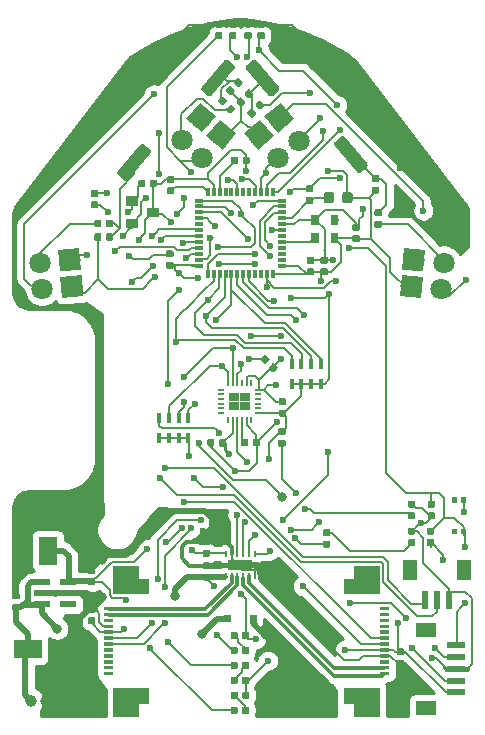
<source format=gbr>
G04 #@! TF.GenerationSoftware,KiCad,Pcbnew,(5.1.4)-1*
G04 #@! TF.CreationDate,2019-11-08T17:49:40+09:00*
G04 #@! TF.ProjectId,gekko,67656b6b-6f2e-46b6-9963-61645f706362,rev?*
G04 #@! TF.SameCoordinates,Original*
G04 #@! TF.FileFunction,Copper,L1,Top*
G04 #@! TF.FilePolarity,Positive*
%FSLAX46Y46*%
G04 Gerber Fmt 4.6, Leading zero omitted, Abs format (unit mm)*
G04 Created by KiCad (PCBNEW (5.1.4)-1) date 2019-11-08 17:49:40*
%MOMM*%
%LPD*%
G04 APERTURE LIST*
%ADD10R,1.800000X1.200000*%
%ADD11R,1.550000X0.600000*%
%ADD12C,1.800000*%
%ADD13C,0.100000*%
%ADD14C,1.100000*%
%ADD15C,1.300000*%
%ADD16C,0.300000*%
%ADD17R,0.300000X0.800000*%
%ADD18R,0.800000X0.300000*%
%ADD19R,0.457200X0.838200*%
%ADD20C,0.802000*%
%ADD21C,1.125000*%
%ADD22C,0.600000*%
%ADD23R,0.600000X1.550000*%
%ADD24R,1.200000X1.800000*%
%ADD25C,0.875000*%
%ADD26R,2.000000X0.900000*%
%ADD27R,0.279908X0.500126*%
%ADD28R,0.875000X0.800000*%
%ADD29R,0.200000X0.550000*%
%ADD30R,0.550000X0.200000*%
%ADD31C,0.650000*%
%ADD32C,0.590000*%
%ADD33C,0.450000*%
%ADD34R,2.406599X1.612798*%
%ADD35R,1.612798X2.406599*%
%ADD36R,1.461999X0.568000*%
%ADD37C,1.000000*%
%ADD38C,0.800000*%
%ADD39C,0.200000*%
%ADD40C,0.500000*%
%ADD41C,0.250000*%
%ADD42C,0.300000*%
%ADD43C,0.254000*%
G04 APERTURE END LIST*
D10*
X165650000Y-139750000D03*
X165650000Y-146350000D03*
D11*
X168175000Y-141050000D03*
X168175000Y-142050000D03*
X168175000Y-143050000D03*
X168175000Y-144050000D03*
X168175000Y-145050000D03*
D12*
X166911168Y-110892285D03*
X164576934Y-108429472D03*
D13*
G36*
X163601919Y-109247607D02*
G01*
X163758799Y-107454457D01*
X165551949Y-107611337D01*
X165395069Y-109404487D01*
X163601919Y-109247607D01*
X163601919Y-109247607D01*
G37*
D12*
X167107268Y-108650847D03*
X164380834Y-110670910D03*
D13*
G36*
X163405819Y-111489045D02*
G01*
X163562699Y-109695895D01*
X165355849Y-109852775D01*
X165198969Y-111645925D01*
X163405819Y-111489045D01*
X163405819Y-111489045D01*
G37*
D12*
X153116769Y-99766985D03*
X153207688Y-96374960D03*
D13*
G36*
X151939739Y-96264029D02*
G01*
X153318619Y-95107011D01*
X154475637Y-96485891D01*
X153096757Y-97642909D01*
X151939739Y-96264029D01*
X151939739Y-96264029D01*
G37*
D12*
X154840369Y-98320713D03*
X151484088Y-97821233D03*
D13*
G36*
X150216139Y-97710302D02*
G01*
X151595019Y-96553284D01*
X152752037Y-97932164D01*
X151373157Y-99089182D01*
X150216139Y-97710302D01*
X150216139Y-97710302D01*
G37*
D12*
X144936400Y-98313728D03*
X146569081Y-96367975D03*
D13*
G36*
X146680012Y-97635924D02*
G01*
X145301132Y-96478906D01*
X146458150Y-95100026D01*
X147837030Y-96257044D01*
X146680012Y-97635924D01*
X146680012Y-97635924D01*
G37*
D12*
X146660000Y-99760000D03*
X148292681Y-97814247D03*
D13*
G36*
X148403612Y-99082196D02*
G01*
X147024732Y-97925178D01*
X148181750Y-96546298D01*
X149560630Y-97703316D01*
X148403612Y-99082196D01*
X148403612Y-99082196D01*
G37*
D12*
X132913900Y-108648562D03*
X135444234Y-108427186D03*
D13*
G36*
X134626099Y-109402201D02*
G01*
X134469219Y-107609051D01*
X136262369Y-107452171D01*
X136419249Y-109245321D01*
X134626099Y-109402201D01*
X134626099Y-109402201D01*
G37*
D12*
X133110000Y-110890000D03*
X135640335Y-110668624D03*
D13*
G36*
X134822200Y-111643639D02*
G01*
X134665320Y-109850489D01*
X136458470Y-109693609D01*
X136615350Y-111486759D01*
X134822200Y-111643639D01*
X134822200Y-111643639D01*
G37*
D14*
X140250000Y-146550000D03*
D13*
G36*
X141350000Y-146000000D02*
G01*
X141350000Y-147100000D01*
X139150000Y-147100000D01*
X139150000Y-146000000D01*
X141350000Y-146000000D01*
X141350000Y-146000000D01*
G37*
D14*
X140250000Y-134850000D03*
D13*
G36*
X141350000Y-134300000D02*
G01*
X141350000Y-135400000D01*
X139150000Y-135400000D01*
X139150000Y-134300000D01*
X141350000Y-134300000D01*
X141350000Y-134300000D01*
G37*
D15*
X140675000Y-145350000D03*
D13*
G36*
X142200000Y-144700000D02*
G01*
X142200000Y-146000000D01*
X139150000Y-146000000D01*
X139150000Y-144700000D01*
X142200000Y-144700000D01*
X142200000Y-144700000D01*
G37*
D16*
X138750000Y-137950000D03*
D13*
G36*
X139150000Y-137800000D02*
G01*
X139150000Y-138100000D01*
X138350000Y-138100000D01*
X138350000Y-137800000D01*
X139150000Y-137800000D01*
X139150000Y-137800000D01*
G37*
D16*
X138750000Y-138450000D03*
D13*
G36*
X139150000Y-138300000D02*
G01*
X139150000Y-138600000D01*
X138350000Y-138600000D01*
X138350000Y-138300000D01*
X139150000Y-138300000D01*
X139150000Y-138300000D01*
G37*
D16*
X138750000Y-138950000D03*
D13*
G36*
X139150000Y-138800000D02*
G01*
X139150000Y-139100000D01*
X138350000Y-139100000D01*
X138350000Y-138800000D01*
X139150000Y-138800000D01*
X139150000Y-138800000D01*
G37*
D16*
X138750000Y-139450000D03*
D13*
G36*
X139150000Y-139300000D02*
G01*
X139150000Y-139600000D01*
X138350000Y-139600000D01*
X138350000Y-139300000D01*
X139150000Y-139300000D01*
X139150000Y-139300000D01*
G37*
D16*
X138750000Y-139950000D03*
D13*
G36*
X139150000Y-139800000D02*
G01*
X139150000Y-140100000D01*
X138350000Y-140100000D01*
X138350000Y-139800000D01*
X139150000Y-139800000D01*
X139150000Y-139800000D01*
G37*
D16*
X138750000Y-140450000D03*
D13*
G36*
X139150000Y-140300000D02*
G01*
X139150000Y-140600000D01*
X138350000Y-140600000D01*
X138350000Y-140300000D01*
X139150000Y-140300000D01*
X139150000Y-140300000D01*
G37*
D16*
X138750000Y-140950000D03*
D13*
G36*
X139150000Y-140800000D02*
G01*
X139150000Y-141100000D01*
X138350000Y-141100000D01*
X138350000Y-140800000D01*
X139150000Y-140800000D01*
X139150000Y-140800000D01*
G37*
D16*
X138750000Y-141450000D03*
D13*
G36*
X139150000Y-141300000D02*
G01*
X139150000Y-141600000D01*
X138350000Y-141600000D01*
X138350000Y-141300000D01*
X139150000Y-141300000D01*
X139150000Y-141300000D01*
G37*
D16*
X138750000Y-141950000D03*
D13*
G36*
X139150000Y-141800000D02*
G01*
X139150000Y-142100000D01*
X138350000Y-142100000D01*
X138350000Y-141800000D01*
X139150000Y-141800000D01*
X139150000Y-141800000D01*
G37*
D16*
X138750000Y-142450000D03*
D13*
G36*
X139150000Y-142300000D02*
G01*
X139150000Y-142600000D01*
X138350000Y-142600000D01*
X138350000Y-142300000D01*
X139150000Y-142300000D01*
X139150000Y-142300000D01*
G37*
D16*
X138750000Y-142950000D03*
D13*
G36*
X139150000Y-142800000D02*
G01*
X139150000Y-143100000D01*
X138350000Y-143100000D01*
X138350000Y-142800000D01*
X139150000Y-142800000D01*
X139150000Y-142800000D01*
G37*
D15*
X140675000Y-136050000D03*
D13*
G36*
X142200000Y-135400000D02*
G01*
X142200000Y-136700000D01*
X139150000Y-136700000D01*
X139150000Y-135400000D01*
X142200000Y-135400000D01*
X142200000Y-135400000D01*
G37*
D16*
X138750000Y-143450000D03*
D13*
G36*
X139150000Y-143300000D02*
G01*
X139150000Y-143600000D01*
X138350000Y-143600000D01*
X138350000Y-143300000D01*
X139150000Y-143300000D01*
X139150000Y-143300000D01*
G37*
D17*
X152650000Y-109650000D03*
X152150000Y-109650000D03*
X151650000Y-109650000D03*
X151150000Y-109650000D03*
X150650000Y-109650000D03*
X150150000Y-109650000D03*
X149650000Y-109650000D03*
X149150000Y-109650000D03*
X148650000Y-109650000D03*
X148150000Y-109650000D03*
X147650000Y-109650000D03*
X147150000Y-109650000D03*
D18*
X146400000Y-108900000D03*
X146400000Y-108400000D03*
X146400000Y-107900000D03*
X146400000Y-107400000D03*
X146400000Y-106900000D03*
X146400000Y-106400000D03*
X146400000Y-105900000D03*
X146400000Y-105400000D03*
X146400000Y-104900000D03*
X146400000Y-104400000D03*
X146400000Y-103900000D03*
X146400000Y-103400000D03*
D17*
X147150000Y-102650000D03*
X147650000Y-102650000D03*
X148150000Y-102650000D03*
X148650000Y-102650000D03*
X149150000Y-102650000D03*
X149650000Y-102650000D03*
X150150000Y-102650000D03*
X150650000Y-102650000D03*
X151150000Y-102650000D03*
X151650000Y-102650000D03*
X152150000Y-102650000D03*
X152650000Y-102650000D03*
D18*
X153400000Y-103400000D03*
X153400000Y-103900000D03*
X153400000Y-104400000D03*
X153400000Y-104900000D03*
X153400000Y-105400000D03*
X153400000Y-105900000D03*
X153400000Y-106400000D03*
X153400000Y-106900000D03*
X153400000Y-107400000D03*
X153400000Y-107900000D03*
X153400000Y-108400000D03*
X153400000Y-108900000D03*
D19*
X145491200Y-121843800D03*
X144678400Y-121843800D03*
X143865600Y-121843800D03*
X143052800Y-121843800D03*
X143052800Y-123520200D03*
X143865600Y-123520200D03*
X144678400Y-123520200D03*
X145491200Y-123520200D03*
D14*
X160600000Y-134850000D03*
D13*
G36*
X159500000Y-135400000D02*
G01*
X159500000Y-134300000D01*
X161700000Y-134300000D01*
X161700000Y-135400000D01*
X159500000Y-135400000D01*
X159500000Y-135400000D01*
G37*
D14*
X160600000Y-146550000D03*
D13*
G36*
X159500000Y-147100000D02*
G01*
X159500000Y-146000000D01*
X161700000Y-146000000D01*
X161700000Y-147100000D01*
X159500000Y-147100000D01*
X159500000Y-147100000D01*
G37*
D15*
X160175000Y-136050000D03*
D13*
G36*
X158650000Y-136700000D02*
G01*
X158650000Y-135400000D01*
X161700000Y-135400000D01*
X161700000Y-136700000D01*
X158650000Y-136700000D01*
X158650000Y-136700000D01*
G37*
D16*
X162100000Y-143450000D03*
D13*
G36*
X161700000Y-143600000D02*
G01*
X161700000Y-143300000D01*
X162500000Y-143300000D01*
X162500000Y-143600000D01*
X161700000Y-143600000D01*
X161700000Y-143600000D01*
G37*
D16*
X162100000Y-142950000D03*
D13*
G36*
X161700000Y-143100000D02*
G01*
X161700000Y-142800000D01*
X162500000Y-142800000D01*
X162500000Y-143100000D01*
X161700000Y-143100000D01*
X161700000Y-143100000D01*
G37*
D16*
X162100000Y-142450000D03*
D13*
G36*
X161700000Y-142600000D02*
G01*
X161700000Y-142300000D01*
X162500000Y-142300000D01*
X162500000Y-142600000D01*
X161700000Y-142600000D01*
X161700000Y-142600000D01*
G37*
D16*
X162100000Y-141950000D03*
D13*
G36*
X161700000Y-142100000D02*
G01*
X161700000Y-141800000D01*
X162500000Y-141800000D01*
X162500000Y-142100000D01*
X161700000Y-142100000D01*
X161700000Y-142100000D01*
G37*
D16*
X162100000Y-141450000D03*
D13*
G36*
X161700000Y-141600000D02*
G01*
X161700000Y-141300000D01*
X162500000Y-141300000D01*
X162500000Y-141600000D01*
X161700000Y-141600000D01*
X161700000Y-141600000D01*
G37*
D16*
X162100000Y-140950000D03*
D13*
G36*
X161700000Y-141100000D02*
G01*
X161700000Y-140800000D01*
X162500000Y-140800000D01*
X162500000Y-141100000D01*
X161700000Y-141100000D01*
X161700000Y-141100000D01*
G37*
D16*
X162100000Y-140450000D03*
D13*
G36*
X161700000Y-140600000D02*
G01*
X161700000Y-140300000D01*
X162500000Y-140300000D01*
X162500000Y-140600000D01*
X161700000Y-140600000D01*
X161700000Y-140600000D01*
G37*
D16*
X162100000Y-139950000D03*
D13*
G36*
X161700000Y-140100000D02*
G01*
X161700000Y-139800000D01*
X162500000Y-139800000D01*
X162500000Y-140100000D01*
X161700000Y-140100000D01*
X161700000Y-140100000D01*
G37*
D16*
X162100000Y-139450000D03*
D13*
G36*
X161700000Y-139600000D02*
G01*
X161700000Y-139300000D01*
X162500000Y-139300000D01*
X162500000Y-139600000D01*
X161700000Y-139600000D01*
X161700000Y-139600000D01*
G37*
D16*
X162100000Y-138950000D03*
D13*
G36*
X161700000Y-139100000D02*
G01*
X161700000Y-138800000D01*
X162500000Y-138800000D01*
X162500000Y-139100000D01*
X161700000Y-139100000D01*
X161700000Y-139100000D01*
G37*
D16*
X162100000Y-138450000D03*
D13*
G36*
X161700000Y-138600000D02*
G01*
X161700000Y-138300000D01*
X162500000Y-138300000D01*
X162500000Y-138600000D01*
X161700000Y-138600000D01*
X161700000Y-138600000D01*
G37*
D15*
X160175000Y-145350000D03*
D13*
G36*
X158650000Y-146000000D02*
G01*
X158650000Y-144700000D01*
X161700000Y-144700000D01*
X161700000Y-146000000D01*
X158650000Y-146000000D01*
X158650000Y-146000000D01*
G37*
D16*
X162100000Y-137950000D03*
D13*
G36*
X161700000Y-138100000D02*
G01*
X161700000Y-137800000D01*
X162500000Y-137800000D01*
X162500000Y-138100000D01*
X161700000Y-138100000D01*
X161700000Y-138100000D01*
G37*
D20*
X142494000Y-104400000D03*
D13*
G36*
X142008000Y-104801000D02*
G01*
X142008000Y-103999000D01*
X142980000Y-103999000D01*
X142980000Y-104801000D01*
X142008000Y-104801000D01*
X142008000Y-104801000D01*
G37*
D20*
X140724000Y-105350000D03*
D13*
G36*
X140238000Y-105751000D02*
G01*
X140238000Y-104949000D01*
X141210000Y-104949000D01*
X141210000Y-105751000D01*
X140238000Y-105751000D01*
X140238000Y-105751000D01*
G37*
D20*
X140724000Y-103450000D03*
D13*
G36*
X140238000Y-103851000D02*
G01*
X140238000Y-103049000D01*
X141210000Y-103049000D01*
X141210000Y-103851000D01*
X140238000Y-103851000D01*
X140238000Y-103851000D01*
G37*
G36*
X161856556Y-95195356D02*
G01*
X161880862Y-95198691D01*
X161904724Y-95204392D01*
X161927912Y-95212405D01*
X161950203Y-95222652D01*
X161971383Y-95235035D01*
X161991247Y-95249434D01*
X162009604Y-95265710D01*
X162026277Y-95283708D01*
X163890362Y-97505238D01*
X163905191Y-97524783D01*
X163918033Y-97545687D01*
X163928764Y-97567750D01*
X163937280Y-97590758D01*
X163943501Y-97614490D01*
X163947365Y-97638717D01*
X163948836Y-97663207D01*
X163947900Y-97687723D01*
X163944565Y-97712029D01*
X163938864Y-97735891D01*
X163930851Y-97759079D01*
X163920604Y-97781371D01*
X163908221Y-97802550D01*
X163893822Y-97822414D01*
X163877546Y-97840771D01*
X163859548Y-97857444D01*
X163380769Y-98259188D01*
X163361224Y-98274017D01*
X163340320Y-98286859D01*
X163318257Y-98297590D01*
X163295249Y-98306106D01*
X163271517Y-98312327D01*
X163247290Y-98316191D01*
X163222800Y-98317662D01*
X163198284Y-98316726D01*
X163173978Y-98313391D01*
X163150116Y-98307690D01*
X163126928Y-98299677D01*
X163104637Y-98289430D01*
X163083457Y-98277047D01*
X163063593Y-98262648D01*
X163045236Y-98246372D01*
X163028563Y-98228374D01*
X161164478Y-96006844D01*
X161149649Y-95987299D01*
X161136807Y-95966395D01*
X161126076Y-95944332D01*
X161117560Y-95921324D01*
X161111339Y-95897592D01*
X161107475Y-95873365D01*
X161106004Y-95848875D01*
X161106940Y-95824359D01*
X161110275Y-95800053D01*
X161115976Y-95776191D01*
X161123989Y-95753003D01*
X161134236Y-95730711D01*
X161146619Y-95709532D01*
X161161018Y-95689668D01*
X161177294Y-95671311D01*
X161195292Y-95654638D01*
X161674071Y-95252894D01*
X161693616Y-95238065D01*
X161714520Y-95225223D01*
X161736583Y-95214492D01*
X161759591Y-95205976D01*
X161783323Y-95199755D01*
X161807550Y-95195891D01*
X161832040Y-95194420D01*
X161856556Y-95195356D01*
X161856556Y-95195356D01*
G37*
D21*
X162527420Y-96756041D03*
D13*
G36*
X158581716Y-97943274D02*
G01*
X158606022Y-97946609D01*
X158629884Y-97952310D01*
X158653072Y-97960323D01*
X158675363Y-97970570D01*
X158696543Y-97982953D01*
X158716407Y-97997352D01*
X158734764Y-98013628D01*
X158751437Y-98031626D01*
X160615522Y-100253156D01*
X160630351Y-100272701D01*
X160643193Y-100293605D01*
X160653924Y-100315668D01*
X160662440Y-100338676D01*
X160668661Y-100362408D01*
X160672525Y-100386635D01*
X160673996Y-100411125D01*
X160673060Y-100435641D01*
X160669725Y-100459947D01*
X160664024Y-100483809D01*
X160656011Y-100506997D01*
X160645764Y-100529289D01*
X160633381Y-100550468D01*
X160618982Y-100570332D01*
X160602706Y-100588689D01*
X160584708Y-100605362D01*
X160105929Y-101007106D01*
X160086384Y-101021935D01*
X160065480Y-101034777D01*
X160043417Y-101045508D01*
X160020409Y-101054024D01*
X159996677Y-101060245D01*
X159972450Y-101064109D01*
X159947960Y-101065580D01*
X159923444Y-101064644D01*
X159899138Y-101061309D01*
X159875276Y-101055608D01*
X159852088Y-101047595D01*
X159829797Y-101037348D01*
X159808617Y-101024965D01*
X159788753Y-101010566D01*
X159770396Y-100994290D01*
X159753723Y-100976292D01*
X157889638Y-98754762D01*
X157874809Y-98735217D01*
X157861967Y-98714313D01*
X157851236Y-98692250D01*
X157842720Y-98669242D01*
X157836499Y-98645510D01*
X157832635Y-98621283D01*
X157831164Y-98596793D01*
X157832100Y-98572277D01*
X157835435Y-98547971D01*
X157841136Y-98524109D01*
X157849149Y-98500921D01*
X157859396Y-98478629D01*
X157871779Y-98457450D01*
X157886178Y-98437586D01*
X157902454Y-98419229D01*
X157920452Y-98402556D01*
X158399231Y-98000812D01*
X158418776Y-97985983D01*
X158439680Y-97973141D01*
X158461743Y-97962410D01*
X158484751Y-97953894D01*
X158508483Y-97947673D01*
X158532710Y-97943809D01*
X158557200Y-97942338D01*
X158581716Y-97943274D01*
X158581716Y-97943274D01*
G37*
D21*
X159252580Y-99503959D03*
D13*
G36*
X141627290Y-98613809D02*
G01*
X141651517Y-98617673D01*
X141675249Y-98623894D01*
X141698257Y-98632410D01*
X141720320Y-98643141D01*
X141741224Y-98655983D01*
X141760769Y-98670812D01*
X142239548Y-99072556D01*
X142257546Y-99089229D01*
X142273822Y-99107586D01*
X142288221Y-99127450D01*
X142300604Y-99148630D01*
X142310851Y-99170921D01*
X142318864Y-99194109D01*
X142324565Y-99217971D01*
X142327900Y-99242277D01*
X142328836Y-99266793D01*
X142327365Y-99291283D01*
X142323501Y-99315510D01*
X142317280Y-99339242D01*
X142308764Y-99362250D01*
X142298033Y-99384313D01*
X142285191Y-99405217D01*
X142270362Y-99424762D01*
X140406277Y-101646292D01*
X140389604Y-101664290D01*
X140371247Y-101680566D01*
X140351383Y-101694965D01*
X140330204Y-101707348D01*
X140307912Y-101717595D01*
X140284724Y-101725608D01*
X140260862Y-101731309D01*
X140236556Y-101734644D01*
X140212040Y-101735580D01*
X140187550Y-101734109D01*
X140163323Y-101730245D01*
X140139591Y-101724024D01*
X140116583Y-101715508D01*
X140094520Y-101704777D01*
X140073616Y-101691935D01*
X140054071Y-101677106D01*
X139575292Y-101275362D01*
X139557294Y-101258689D01*
X139541018Y-101240332D01*
X139526619Y-101220468D01*
X139514236Y-101199288D01*
X139503989Y-101176997D01*
X139495976Y-101153809D01*
X139490275Y-101129947D01*
X139486940Y-101105641D01*
X139486004Y-101081125D01*
X139487475Y-101056635D01*
X139491339Y-101032408D01*
X139497560Y-101008676D01*
X139506076Y-100985668D01*
X139516807Y-100963605D01*
X139529649Y-100942701D01*
X139544478Y-100923156D01*
X141408563Y-98701626D01*
X141425236Y-98683628D01*
X141443593Y-98667352D01*
X141463457Y-98652953D01*
X141484636Y-98640570D01*
X141506928Y-98630323D01*
X141530116Y-98622310D01*
X141553978Y-98616609D01*
X141578284Y-98613274D01*
X141602800Y-98612338D01*
X141627290Y-98613809D01*
X141627290Y-98613809D01*
G37*
D21*
X140907420Y-100173959D03*
D13*
G36*
X138352450Y-95865891D02*
G01*
X138376677Y-95869755D01*
X138400409Y-95875976D01*
X138423417Y-95884492D01*
X138445480Y-95895223D01*
X138466384Y-95908065D01*
X138485929Y-95922894D01*
X138964708Y-96324638D01*
X138982706Y-96341311D01*
X138998982Y-96359668D01*
X139013381Y-96379532D01*
X139025764Y-96400712D01*
X139036011Y-96423003D01*
X139044024Y-96446191D01*
X139049725Y-96470053D01*
X139053060Y-96494359D01*
X139053996Y-96518875D01*
X139052525Y-96543365D01*
X139048661Y-96567592D01*
X139042440Y-96591324D01*
X139033924Y-96614332D01*
X139023193Y-96636395D01*
X139010351Y-96657299D01*
X138995522Y-96676844D01*
X137131437Y-98898374D01*
X137114764Y-98916372D01*
X137096407Y-98932648D01*
X137076543Y-98947047D01*
X137055364Y-98959430D01*
X137033072Y-98969677D01*
X137009884Y-98977690D01*
X136986022Y-98983391D01*
X136961716Y-98986726D01*
X136937200Y-98987662D01*
X136912710Y-98986191D01*
X136888483Y-98982327D01*
X136864751Y-98976106D01*
X136841743Y-98967590D01*
X136819680Y-98956859D01*
X136798776Y-98944017D01*
X136779231Y-98929188D01*
X136300452Y-98527444D01*
X136282454Y-98510771D01*
X136266178Y-98492414D01*
X136251779Y-98472550D01*
X136239396Y-98451370D01*
X136229149Y-98429079D01*
X136221136Y-98405891D01*
X136215435Y-98382029D01*
X136212100Y-98357723D01*
X136211164Y-98333207D01*
X136212635Y-98308717D01*
X136216499Y-98284490D01*
X136222720Y-98260758D01*
X136231236Y-98237750D01*
X136241967Y-98215687D01*
X136254809Y-98194783D01*
X136269638Y-98175238D01*
X138133723Y-95953708D01*
X138150396Y-95935710D01*
X138168753Y-95919434D01*
X138188617Y-95905035D01*
X138209796Y-95892652D01*
X138232088Y-95882405D01*
X138255276Y-95874392D01*
X138279138Y-95868691D01*
X138303444Y-95865356D01*
X138327960Y-95864420D01*
X138352450Y-95865891D01*
X138352450Y-95865891D01*
G37*
D21*
X137632580Y-97426041D03*
D13*
G36*
X151111716Y-91463274D02*
G01*
X151136022Y-91466609D01*
X151159884Y-91472310D01*
X151183072Y-91480323D01*
X151205363Y-91490570D01*
X151226543Y-91502953D01*
X151246407Y-91517352D01*
X151264764Y-91533628D01*
X151281437Y-91551626D01*
X153145522Y-93773156D01*
X153160351Y-93792701D01*
X153173193Y-93813605D01*
X153183924Y-93835668D01*
X153192440Y-93858676D01*
X153198661Y-93882408D01*
X153202525Y-93906635D01*
X153203996Y-93931125D01*
X153203060Y-93955641D01*
X153199725Y-93979947D01*
X153194024Y-94003809D01*
X153186011Y-94026997D01*
X153175764Y-94049289D01*
X153163381Y-94070468D01*
X153148982Y-94090332D01*
X153132706Y-94108689D01*
X153114708Y-94125362D01*
X152635929Y-94527106D01*
X152616384Y-94541935D01*
X152595480Y-94554777D01*
X152573417Y-94565508D01*
X152550409Y-94574024D01*
X152526677Y-94580245D01*
X152502450Y-94584109D01*
X152477960Y-94585580D01*
X152453444Y-94584644D01*
X152429138Y-94581309D01*
X152405276Y-94575608D01*
X152382088Y-94567595D01*
X152359797Y-94557348D01*
X152338617Y-94544965D01*
X152318753Y-94530566D01*
X152300396Y-94514290D01*
X152283723Y-94496292D01*
X150419638Y-92274762D01*
X150404809Y-92255217D01*
X150391967Y-92234313D01*
X150381236Y-92212250D01*
X150372720Y-92189242D01*
X150366499Y-92165510D01*
X150362635Y-92141283D01*
X150361164Y-92116793D01*
X150362100Y-92092277D01*
X150365435Y-92067971D01*
X150371136Y-92044109D01*
X150379149Y-92020921D01*
X150389396Y-91998629D01*
X150401779Y-91977450D01*
X150416178Y-91957586D01*
X150432454Y-91939229D01*
X150450452Y-91922556D01*
X150929231Y-91520812D01*
X150948776Y-91505983D01*
X150969680Y-91493141D01*
X150991743Y-91482410D01*
X151014751Y-91473894D01*
X151038483Y-91467673D01*
X151062710Y-91463809D01*
X151087200Y-91462338D01*
X151111716Y-91463274D01*
X151111716Y-91463274D01*
G37*
D21*
X151782580Y-93023959D03*
D13*
G36*
X154386556Y-88715356D02*
G01*
X154410862Y-88718691D01*
X154434724Y-88724392D01*
X154457912Y-88732405D01*
X154480203Y-88742652D01*
X154501383Y-88755035D01*
X154521247Y-88769434D01*
X154539604Y-88785710D01*
X154556277Y-88803708D01*
X156420362Y-91025238D01*
X156435191Y-91044783D01*
X156448033Y-91065687D01*
X156458764Y-91087750D01*
X156467280Y-91110758D01*
X156473501Y-91134490D01*
X156477365Y-91158717D01*
X156478836Y-91183207D01*
X156477900Y-91207723D01*
X156474565Y-91232029D01*
X156468864Y-91255891D01*
X156460851Y-91279079D01*
X156450604Y-91301371D01*
X156438221Y-91322550D01*
X156423822Y-91342414D01*
X156407546Y-91360771D01*
X156389548Y-91377444D01*
X155910769Y-91779188D01*
X155891224Y-91794017D01*
X155870320Y-91806859D01*
X155848257Y-91817590D01*
X155825249Y-91826106D01*
X155801517Y-91832327D01*
X155777290Y-91836191D01*
X155752800Y-91837662D01*
X155728284Y-91836726D01*
X155703978Y-91833391D01*
X155680116Y-91827690D01*
X155656928Y-91819677D01*
X155634637Y-91809430D01*
X155613457Y-91797047D01*
X155593593Y-91782648D01*
X155575236Y-91766372D01*
X155558563Y-91748374D01*
X153694478Y-89526844D01*
X153679649Y-89507299D01*
X153666807Y-89486395D01*
X153656076Y-89464332D01*
X153647560Y-89441324D01*
X153641339Y-89417592D01*
X153637475Y-89393365D01*
X153636004Y-89368875D01*
X153636940Y-89344359D01*
X153640275Y-89320053D01*
X153645976Y-89296191D01*
X153653989Y-89273003D01*
X153664236Y-89250711D01*
X153676619Y-89229532D01*
X153691018Y-89209668D01*
X153707294Y-89191311D01*
X153725292Y-89174638D01*
X154204071Y-88772894D01*
X154223616Y-88758065D01*
X154244520Y-88745223D01*
X154266583Y-88734492D01*
X154289591Y-88725976D01*
X154313323Y-88719755D01*
X154337550Y-88715891D01*
X154362040Y-88714420D01*
X154386556Y-88715356D01*
X154386556Y-88715356D01*
G37*
D21*
X155057420Y-90276041D03*
D13*
G36*
X148732290Y-91463809D02*
G01*
X148756517Y-91467673D01*
X148780249Y-91473894D01*
X148803257Y-91482410D01*
X148825320Y-91493141D01*
X148846224Y-91505983D01*
X148865769Y-91520812D01*
X149344548Y-91922556D01*
X149362546Y-91939229D01*
X149378822Y-91957586D01*
X149393221Y-91977450D01*
X149405604Y-91998630D01*
X149415851Y-92020921D01*
X149423864Y-92044109D01*
X149429565Y-92067971D01*
X149432900Y-92092277D01*
X149433836Y-92116793D01*
X149432365Y-92141283D01*
X149428501Y-92165510D01*
X149422280Y-92189242D01*
X149413764Y-92212250D01*
X149403033Y-92234313D01*
X149390191Y-92255217D01*
X149375362Y-92274762D01*
X147511277Y-94496292D01*
X147494604Y-94514290D01*
X147476247Y-94530566D01*
X147456383Y-94544965D01*
X147435204Y-94557348D01*
X147412912Y-94567595D01*
X147389724Y-94575608D01*
X147365862Y-94581309D01*
X147341556Y-94584644D01*
X147317040Y-94585580D01*
X147292550Y-94584109D01*
X147268323Y-94580245D01*
X147244591Y-94574024D01*
X147221583Y-94565508D01*
X147199520Y-94554777D01*
X147178616Y-94541935D01*
X147159071Y-94527106D01*
X146680292Y-94125362D01*
X146662294Y-94108689D01*
X146646018Y-94090332D01*
X146631619Y-94070468D01*
X146619236Y-94049288D01*
X146608989Y-94026997D01*
X146600976Y-94003809D01*
X146595275Y-93979947D01*
X146591940Y-93955641D01*
X146591004Y-93931125D01*
X146592475Y-93906635D01*
X146596339Y-93882408D01*
X146602560Y-93858676D01*
X146611076Y-93835668D01*
X146621807Y-93813605D01*
X146634649Y-93792701D01*
X146649478Y-93773156D01*
X148513563Y-91551626D01*
X148530236Y-91533628D01*
X148548593Y-91517352D01*
X148568457Y-91502953D01*
X148589636Y-91490570D01*
X148611928Y-91480323D01*
X148635116Y-91472310D01*
X148658978Y-91466609D01*
X148683284Y-91463274D01*
X148707800Y-91462338D01*
X148732290Y-91463809D01*
X148732290Y-91463809D01*
G37*
D21*
X148012420Y-93023959D03*
D13*
G36*
X145457450Y-88715891D02*
G01*
X145481677Y-88719755D01*
X145505409Y-88725976D01*
X145528417Y-88734492D01*
X145550480Y-88745223D01*
X145571384Y-88758065D01*
X145590929Y-88772894D01*
X146069708Y-89174638D01*
X146087706Y-89191311D01*
X146103982Y-89209668D01*
X146118381Y-89229532D01*
X146130764Y-89250712D01*
X146141011Y-89273003D01*
X146149024Y-89296191D01*
X146154725Y-89320053D01*
X146158060Y-89344359D01*
X146158996Y-89368875D01*
X146157525Y-89393365D01*
X146153661Y-89417592D01*
X146147440Y-89441324D01*
X146138924Y-89464332D01*
X146128193Y-89486395D01*
X146115351Y-89507299D01*
X146100522Y-89526844D01*
X144236437Y-91748374D01*
X144219764Y-91766372D01*
X144201407Y-91782648D01*
X144181543Y-91797047D01*
X144160364Y-91809430D01*
X144138072Y-91819677D01*
X144114884Y-91827690D01*
X144091022Y-91833391D01*
X144066716Y-91836726D01*
X144042200Y-91837662D01*
X144017710Y-91836191D01*
X143993483Y-91832327D01*
X143969751Y-91826106D01*
X143946743Y-91817590D01*
X143924680Y-91806859D01*
X143903776Y-91794017D01*
X143884231Y-91779188D01*
X143405452Y-91377444D01*
X143387454Y-91360771D01*
X143371178Y-91342414D01*
X143356779Y-91322550D01*
X143344396Y-91301370D01*
X143334149Y-91279079D01*
X143326136Y-91255891D01*
X143320435Y-91232029D01*
X143317100Y-91207723D01*
X143316164Y-91183207D01*
X143317635Y-91158717D01*
X143321499Y-91134490D01*
X143327720Y-91110758D01*
X143336236Y-91087750D01*
X143346967Y-91065687D01*
X143359809Y-91044783D01*
X143374638Y-91025238D01*
X145238723Y-88803708D01*
X145255396Y-88785710D01*
X145273753Y-88769434D01*
X145293617Y-88755035D01*
X145314796Y-88742652D01*
X145337088Y-88732405D01*
X145360276Y-88724392D01*
X145384138Y-88718691D01*
X145408444Y-88715356D01*
X145432960Y-88714420D01*
X145457450Y-88715891D01*
X145457450Y-88715891D01*
G37*
D21*
X144737580Y-90276041D03*
D22*
X148780000Y-138790000D03*
D13*
G36*
X148480000Y-138490000D02*
G01*
X149080000Y-138490000D01*
X149080000Y-139090000D01*
X148480000Y-139090000D01*
X148480000Y-138490000D01*
X148480000Y-138490000D01*
G37*
D22*
X150980000Y-138790000D03*
D13*
G36*
X150680000Y-138490000D02*
G01*
X151280000Y-138490000D01*
X151280000Y-139090000D01*
X150680000Y-139090000D01*
X150680000Y-138490000D01*
X150680000Y-138490000D01*
G37*
D23*
X165550000Y-137245000D03*
X166550000Y-137245000D03*
X167550000Y-137245000D03*
D24*
X164250000Y-134720000D03*
X168850000Y-134720000D03*
D13*
G36*
X157627691Y-102676053D02*
G01*
X157648926Y-102679203D01*
X157669750Y-102684419D01*
X157689962Y-102691651D01*
X157709368Y-102700830D01*
X157727781Y-102711866D01*
X157745024Y-102724654D01*
X157760930Y-102739070D01*
X157775346Y-102754976D01*
X157788134Y-102772219D01*
X157799170Y-102790632D01*
X157808349Y-102810038D01*
X157815581Y-102830250D01*
X157820797Y-102851074D01*
X157823947Y-102872309D01*
X157825000Y-102893750D01*
X157825000Y-103406250D01*
X157823947Y-103427691D01*
X157820797Y-103448926D01*
X157815581Y-103469750D01*
X157808349Y-103489962D01*
X157799170Y-103509368D01*
X157788134Y-103527781D01*
X157775346Y-103545024D01*
X157760930Y-103560930D01*
X157745024Y-103575346D01*
X157727781Y-103588134D01*
X157709368Y-103599170D01*
X157689962Y-103608349D01*
X157669750Y-103615581D01*
X157648926Y-103620797D01*
X157627691Y-103623947D01*
X157606250Y-103625000D01*
X157168750Y-103625000D01*
X157147309Y-103623947D01*
X157126074Y-103620797D01*
X157105250Y-103615581D01*
X157085038Y-103608349D01*
X157065632Y-103599170D01*
X157047219Y-103588134D01*
X157029976Y-103575346D01*
X157014070Y-103560930D01*
X156999654Y-103545024D01*
X156986866Y-103527781D01*
X156975830Y-103509368D01*
X156966651Y-103489962D01*
X156959419Y-103469750D01*
X156954203Y-103448926D01*
X156951053Y-103427691D01*
X156950000Y-103406250D01*
X156950000Y-102893750D01*
X156951053Y-102872309D01*
X156954203Y-102851074D01*
X156959419Y-102830250D01*
X156966651Y-102810038D01*
X156975830Y-102790632D01*
X156986866Y-102772219D01*
X156999654Y-102754976D01*
X157014070Y-102739070D01*
X157029976Y-102724654D01*
X157047219Y-102711866D01*
X157065632Y-102700830D01*
X157085038Y-102691651D01*
X157105250Y-102684419D01*
X157126074Y-102679203D01*
X157147309Y-102676053D01*
X157168750Y-102675000D01*
X157606250Y-102675000D01*
X157627691Y-102676053D01*
X157627691Y-102676053D01*
G37*
D25*
X157387500Y-103150000D03*
D13*
G36*
X159202691Y-102676053D02*
G01*
X159223926Y-102679203D01*
X159244750Y-102684419D01*
X159264962Y-102691651D01*
X159284368Y-102700830D01*
X159302781Y-102711866D01*
X159320024Y-102724654D01*
X159335930Y-102739070D01*
X159350346Y-102754976D01*
X159363134Y-102772219D01*
X159374170Y-102790632D01*
X159383349Y-102810038D01*
X159390581Y-102830250D01*
X159395797Y-102851074D01*
X159398947Y-102872309D01*
X159400000Y-102893750D01*
X159400000Y-103406250D01*
X159398947Y-103427691D01*
X159395797Y-103448926D01*
X159390581Y-103469750D01*
X159383349Y-103489962D01*
X159374170Y-103509368D01*
X159363134Y-103527781D01*
X159350346Y-103545024D01*
X159335930Y-103560930D01*
X159320024Y-103575346D01*
X159302781Y-103588134D01*
X159284368Y-103599170D01*
X159264962Y-103608349D01*
X159244750Y-103615581D01*
X159223926Y-103620797D01*
X159202691Y-103623947D01*
X159181250Y-103625000D01*
X158743750Y-103625000D01*
X158722309Y-103623947D01*
X158701074Y-103620797D01*
X158680250Y-103615581D01*
X158660038Y-103608349D01*
X158640632Y-103599170D01*
X158622219Y-103588134D01*
X158604976Y-103575346D01*
X158589070Y-103560930D01*
X158574654Y-103545024D01*
X158561866Y-103527781D01*
X158550830Y-103509368D01*
X158541651Y-103489962D01*
X158534419Y-103469750D01*
X158529203Y-103448926D01*
X158526053Y-103427691D01*
X158525000Y-103406250D01*
X158525000Y-102893750D01*
X158526053Y-102872309D01*
X158529203Y-102851074D01*
X158534419Y-102830250D01*
X158541651Y-102810038D01*
X158550830Y-102790632D01*
X158561866Y-102772219D01*
X158574654Y-102754976D01*
X158589070Y-102739070D01*
X158604976Y-102724654D01*
X158622219Y-102711866D01*
X158640632Y-102700830D01*
X158660038Y-102691651D01*
X158680250Y-102684419D01*
X158701074Y-102679203D01*
X158722309Y-102676053D01*
X158743750Y-102675000D01*
X159181250Y-102675000D01*
X159202691Y-102676053D01*
X159202691Y-102676053D01*
G37*
D25*
X158962500Y-103150000D03*
D26*
X149910000Y-134260000D03*
D27*
X148660000Y-133301277D03*
X149159999Y-133301277D03*
X149660000Y-133301277D03*
X150160000Y-133301277D03*
X150660001Y-133301277D03*
X151160000Y-133301277D03*
X151160000Y-135218723D03*
X150660001Y-135218723D03*
X150160000Y-135218723D03*
X149660000Y-135218723D03*
X149159999Y-135218723D03*
X148660000Y-135218723D03*
D28*
X150275000Y-120800000D03*
X150275000Y-120000000D03*
D29*
X150840000Y-118840000D03*
D30*
X148280000Y-120200000D03*
D29*
X149640000Y-118840000D03*
D30*
X151400000Y-119400000D03*
X151400000Y-121000000D03*
X151400000Y-120600000D03*
D29*
X150440000Y-118840000D03*
X148840000Y-121960000D03*
D30*
X148280000Y-119800000D03*
D28*
X149405000Y-120800000D03*
D29*
X149240000Y-121960000D03*
X150040000Y-118840000D03*
D30*
X148280000Y-120600000D03*
D29*
X148840000Y-118840000D03*
D30*
X151400000Y-119800000D03*
D29*
X150040000Y-121960000D03*
D30*
X148280000Y-121000000D03*
D29*
X150840000Y-121960000D03*
D30*
X148280000Y-121400000D03*
X148280000Y-119400000D03*
X151400000Y-121400000D03*
D29*
X150440000Y-121960000D03*
D30*
X151400000Y-120200000D03*
D28*
X149405000Y-120000000D03*
D29*
X149640000Y-121960000D03*
X149240000Y-118840000D03*
D31*
X156225000Y-106575000D03*
D13*
G36*
X155900000Y-106150000D02*
G01*
X156550000Y-106150000D01*
X156550000Y-107000000D01*
X155900000Y-107000000D01*
X155900000Y-106150000D01*
X155900000Y-106150000D01*
G37*
D31*
X157875000Y-106575000D03*
D13*
G36*
X157550000Y-106150000D02*
G01*
X158200000Y-106150000D01*
X158200000Y-107000000D01*
X157550000Y-107000000D01*
X157550000Y-106150000D01*
X157550000Y-106150000D01*
G37*
D31*
X156225000Y-105025000D03*
D13*
G36*
X155900000Y-104600000D02*
G01*
X156550000Y-104600000D01*
X156550000Y-105450000D01*
X155900000Y-105450000D01*
X155900000Y-104600000D01*
X155900000Y-104600000D01*
G37*
D31*
X157875000Y-105025000D03*
D13*
G36*
X157550000Y-104600000D02*
G01*
X158200000Y-104600000D01*
X158200000Y-105450000D01*
X157550000Y-105450000D01*
X157550000Y-104600000D01*
X157550000Y-104600000D01*
G37*
G36*
X137486958Y-137705710D02*
G01*
X137501276Y-137707834D01*
X137515317Y-137711351D01*
X137528946Y-137716228D01*
X137542031Y-137722417D01*
X137554447Y-137729858D01*
X137566073Y-137738481D01*
X137576798Y-137748202D01*
X137586519Y-137758927D01*
X137595142Y-137770553D01*
X137602583Y-137782969D01*
X137608772Y-137796054D01*
X137613649Y-137809683D01*
X137617166Y-137823724D01*
X137619290Y-137838042D01*
X137620000Y-137852500D01*
X137620000Y-138147500D01*
X137619290Y-138161958D01*
X137617166Y-138176276D01*
X137613649Y-138190317D01*
X137608772Y-138203946D01*
X137602583Y-138217031D01*
X137595142Y-138229447D01*
X137586519Y-138241073D01*
X137576798Y-138251798D01*
X137566073Y-138261519D01*
X137554447Y-138270142D01*
X137542031Y-138277583D01*
X137528946Y-138283772D01*
X137515317Y-138288649D01*
X137501276Y-138292166D01*
X137486958Y-138294290D01*
X137472500Y-138295000D01*
X137127500Y-138295000D01*
X137113042Y-138294290D01*
X137098724Y-138292166D01*
X137084683Y-138288649D01*
X137071054Y-138283772D01*
X137057969Y-138277583D01*
X137045553Y-138270142D01*
X137033927Y-138261519D01*
X137023202Y-138251798D01*
X137013481Y-138241073D01*
X137004858Y-138229447D01*
X136997417Y-138217031D01*
X136991228Y-138203946D01*
X136986351Y-138190317D01*
X136982834Y-138176276D01*
X136980710Y-138161958D01*
X136980000Y-138147500D01*
X136980000Y-137852500D01*
X136980710Y-137838042D01*
X136982834Y-137823724D01*
X136986351Y-137809683D01*
X136991228Y-137796054D01*
X136997417Y-137782969D01*
X137004858Y-137770553D01*
X137013481Y-137758927D01*
X137023202Y-137748202D01*
X137033927Y-137738481D01*
X137045553Y-137729858D01*
X137057969Y-137722417D01*
X137071054Y-137716228D01*
X137084683Y-137711351D01*
X137098724Y-137707834D01*
X137113042Y-137705710D01*
X137127500Y-137705000D01*
X137472500Y-137705000D01*
X137486958Y-137705710D01*
X137486958Y-137705710D01*
G37*
D32*
X137300000Y-138000000D03*
D13*
G36*
X137486958Y-138675710D02*
G01*
X137501276Y-138677834D01*
X137515317Y-138681351D01*
X137528946Y-138686228D01*
X137542031Y-138692417D01*
X137554447Y-138699858D01*
X137566073Y-138708481D01*
X137576798Y-138718202D01*
X137586519Y-138728927D01*
X137595142Y-138740553D01*
X137602583Y-138752969D01*
X137608772Y-138766054D01*
X137613649Y-138779683D01*
X137617166Y-138793724D01*
X137619290Y-138808042D01*
X137620000Y-138822500D01*
X137620000Y-139117500D01*
X137619290Y-139131958D01*
X137617166Y-139146276D01*
X137613649Y-139160317D01*
X137608772Y-139173946D01*
X137602583Y-139187031D01*
X137595142Y-139199447D01*
X137586519Y-139211073D01*
X137576798Y-139221798D01*
X137566073Y-139231519D01*
X137554447Y-139240142D01*
X137542031Y-139247583D01*
X137528946Y-139253772D01*
X137515317Y-139258649D01*
X137501276Y-139262166D01*
X137486958Y-139264290D01*
X137472500Y-139265000D01*
X137127500Y-139265000D01*
X137113042Y-139264290D01*
X137098724Y-139262166D01*
X137084683Y-139258649D01*
X137071054Y-139253772D01*
X137057969Y-139247583D01*
X137045553Y-139240142D01*
X137033927Y-139231519D01*
X137023202Y-139221798D01*
X137013481Y-139211073D01*
X137004858Y-139199447D01*
X136997417Y-139187031D01*
X136991228Y-139173946D01*
X136986351Y-139160317D01*
X136982834Y-139146276D01*
X136980710Y-139131958D01*
X136980000Y-139117500D01*
X136980000Y-138822500D01*
X136980710Y-138808042D01*
X136982834Y-138793724D01*
X136986351Y-138779683D01*
X136991228Y-138766054D01*
X136997417Y-138752969D01*
X137004858Y-138740553D01*
X137013481Y-138728927D01*
X137023202Y-138718202D01*
X137033927Y-138708481D01*
X137045553Y-138699858D01*
X137057969Y-138692417D01*
X137071054Y-138686228D01*
X137084683Y-138681351D01*
X137098724Y-138677834D01*
X137113042Y-138675710D01*
X137127500Y-138675000D01*
X137472500Y-138675000D01*
X137486958Y-138675710D01*
X137486958Y-138675710D01*
G37*
D32*
X137300000Y-138970000D03*
D13*
G36*
X166261958Y-128820710D02*
G01*
X166276276Y-128822834D01*
X166290317Y-128826351D01*
X166303946Y-128831228D01*
X166317031Y-128837417D01*
X166329447Y-128844858D01*
X166341073Y-128853481D01*
X166351798Y-128863202D01*
X166361519Y-128873927D01*
X166370142Y-128885553D01*
X166377583Y-128897969D01*
X166383772Y-128911054D01*
X166388649Y-128924683D01*
X166392166Y-128938724D01*
X166394290Y-128953042D01*
X166395000Y-128967500D01*
X166395000Y-129262500D01*
X166394290Y-129276958D01*
X166392166Y-129291276D01*
X166388649Y-129305317D01*
X166383772Y-129318946D01*
X166377583Y-129332031D01*
X166370142Y-129344447D01*
X166361519Y-129356073D01*
X166351798Y-129366798D01*
X166341073Y-129376519D01*
X166329447Y-129385142D01*
X166317031Y-129392583D01*
X166303946Y-129398772D01*
X166290317Y-129403649D01*
X166276276Y-129407166D01*
X166261958Y-129409290D01*
X166247500Y-129410000D01*
X165902500Y-129410000D01*
X165888042Y-129409290D01*
X165873724Y-129407166D01*
X165859683Y-129403649D01*
X165846054Y-129398772D01*
X165832969Y-129392583D01*
X165820553Y-129385142D01*
X165808927Y-129376519D01*
X165798202Y-129366798D01*
X165788481Y-129356073D01*
X165779858Y-129344447D01*
X165772417Y-129332031D01*
X165766228Y-129318946D01*
X165761351Y-129305317D01*
X165757834Y-129291276D01*
X165755710Y-129276958D01*
X165755000Y-129262500D01*
X165755000Y-128967500D01*
X165755710Y-128953042D01*
X165757834Y-128938724D01*
X165761351Y-128924683D01*
X165766228Y-128911054D01*
X165772417Y-128897969D01*
X165779858Y-128885553D01*
X165788481Y-128873927D01*
X165798202Y-128863202D01*
X165808927Y-128853481D01*
X165820553Y-128844858D01*
X165832969Y-128837417D01*
X165846054Y-128831228D01*
X165859683Y-128826351D01*
X165873724Y-128822834D01*
X165888042Y-128820710D01*
X165902500Y-128820000D01*
X166247500Y-128820000D01*
X166261958Y-128820710D01*
X166261958Y-128820710D01*
G37*
D32*
X166075000Y-129115000D03*
D13*
G36*
X166261958Y-129790710D02*
G01*
X166276276Y-129792834D01*
X166290317Y-129796351D01*
X166303946Y-129801228D01*
X166317031Y-129807417D01*
X166329447Y-129814858D01*
X166341073Y-129823481D01*
X166351798Y-129833202D01*
X166361519Y-129843927D01*
X166370142Y-129855553D01*
X166377583Y-129867969D01*
X166383772Y-129881054D01*
X166388649Y-129894683D01*
X166392166Y-129908724D01*
X166394290Y-129923042D01*
X166395000Y-129937500D01*
X166395000Y-130232500D01*
X166394290Y-130246958D01*
X166392166Y-130261276D01*
X166388649Y-130275317D01*
X166383772Y-130288946D01*
X166377583Y-130302031D01*
X166370142Y-130314447D01*
X166361519Y-130326073D01*
X166351798Y-130336798D01*
X166341073Y-130346519D01*
X166329447Y-130355142D01*
X166317031Y-130362583D01*
X166303946Y-130368772D01*
X166290317Y-130373649D01*
X166276276Y-130377166D01*
X166261958Y-130379290D01*
X166247500Y-130380000D01*
X165902500Y-130380000D01*
X165888042Y-130379290D01*
X165873724Y-130377166D01*
X165859683Y-130373649D01*
X165846054Y-130368772D01*
X165832969Y-130362583D01*
X165820553Y-130355142D01*
X165808927Y-130346519D01*
X165798202Y-130336798D01*
X165788481Y-130326073D01*
X165779858Y-130314447D01*
X165772417Y-130302031D01*
X165766228Y-130288946D01*
X165761351Y-130275317D01*
X165757834Y-130261276D01*
X165755710Y-130246958D01*
X165755000Y-130232500D01*
X165755000Y-129937500D01*
X165755710Y-129923042D01*
X165757834Y-129908724D01*
X165761351Y-129894683D01*
X165766228Y-129881054D01*
X165772417Y-129867969D01*
X165779858Y-129855553D01*
X165788481Y-129843927D01*
X165798202Y-129833202D01*
X165808927Y-129823481D01*
X165820553Y-129814858D01*
X165832969Y-129807417D01*
X165846054Y-129801228D01*
X165859683Y-129796351D01*
X165873724Y-129792834D01*
X165888042Y-129790710D01*
X165902500Y-129790000D01*
X166247500Y-129790000D01*
X166261958Y-129790710D01*
X166261958Y-129790710D01*
G37*
D32*
X166075000Y-130085000D03*
D13*
G36*
X147206958Y-132970710D02*
G01*
X147221276Y-132972834D01*
X147235317Y-132976351D01*
X147248946Y-132981228D01*
X147262031Y-132987417D01*
X147274447Y-132994858D01*
X147286073Y-133003481D01*
X147296798Y-133013202D01*
X147306519Y-133023927D01*
X147315142Y-133035553D01*
X147322583Y-133047969D01*
X147328772Y-133061054D01*
X147333649Y-133074683D01*
X147337166Y-133088724D01*
X147339290Y-133103042D01*
X147340000Y-133117500D01*
X147340000Y-133412500D01*
X147339290Y-133426958D01*
X147337166Y-133441276D01*
X147333649Y-133455317D01*
X147328772Y-133468946D01*
X147322583Y-133482031D01*
X147315142Y-133494447D01*
X147306519Y-133506073D01*
X147296798Y-133516798D01*
X147286073Y-133526519D01*
X147274447Y-133535142D01*
X147262031Y-133542583D01*
X147248946Y-133548772D01*
X147235317Y-133553649D01*
X147221276Y-133557166D01*
X147206958Y-133559290D01*
X147192500Y-133560000D01*
X146847500Y-133560000D01*
X146833042Y-133559290D01*
X146818724Y-133557166D01*
X146804683Y-133553649D01*
X146791054Y-133548772D01*
X146777969Y-133542583D01*
X146765553Y-133535142D01*
X146753927Y-133526519D01*
X146743202Y-133516798D01*
X146733481Y-133506073D01*
X146724858Y-133494447D01*
X146717417Y-133482031D01*
X146711228Y-133468946D01*
X146706351Y-133455317D01*
X146702834Y-133441276D01*
X146700710Y-133426958D01*
X146700000Y-133412500D01*
X146700000Y-133117500D01*
X146700710Y-133103042D01*
X146702834Y-133088724D01*
X146706351Y-133074683D01*
X146711228Y-133061054D01*
X146717417Y-133047969D01*
X146724858Y-133035553D01*
X146733481Y-133023927D01*
X146743202Y-133013202D01*
X146753927Y-133003481D01*
X146765553Y-132994858D01*
X146777969Y-132987417D01*
X146791054Y-132981228D01*
X146804683Y-132976351D01*
X146818724Y-132972834D01*
X146833042Y-132970710D01*
X146847500Y-132970000D01*
X147192500Y-132970000D01*
X147206958Y-132970710D01*
X147206958Y-132970710D01*
G37*
D32*
X147020000Y-133265000D03*
D13*
G36*
X147206958Y-132000710D02*
G01*
X147221276Y-132002834D01*
X147235317Y-132006351D01*
X147248946Y-132011228D01*
X147262031Y-132017417D01*
X147274447Y-132024858D01*
X147286073Y-132033481D01*
X147296798Y-132043202D01*
X147306519Y-132053927D01*
X147315142Y-132065553D01*
X147322583Y-132077969D01*
X147328772Y-132091054D01*
X147333649Y-132104683D01*
X147337166Y-132118724D01*
X147339290Y-132133042D01*
X147340000Y-132147500D01*
X147340000Y-132442500D01*
X147339290Y-132456958D01*
X147337166Y-132471276D01*
X147333649Y-132485317D01*
X147328772Y-132498946D01*
X147322583Y-132512031D01*
X147315142Y-132524447D01*
X147306519Y-132536073D01*
X147296798Y-132546798D01*
X147286073Y-132556519D01*
X147274447Y-132565142D01*
X147262031Y-132572583D01*
X147248946Y-132578772D01*
X147235317Y-132583649D01*
X147221276Y-132587166D01*
X147206958Y-132589290D01*
X147192500Y-132590000D01*
X146847500Y-132590000D01*
X146833042Y-132589290D01*
X146818724Y-132587166D01*
X146804683Y-132583649D01*
X146791054Y-132578772D01*
X146777969Y-132572583D01*
X146765553Y-132565142D01*
X146753927Y-132556519D01*
X146743202Y-132546798D01*
X146733481Y-132536073D01*
X146724858Y-132524447D01*
X146717417Y-132512031D01*
X146711228Y-132498946D01*
X146706351Y-132485317D01*
X146702834Y-132471276D01*
X146700710Y-132456958D01*
X146700000Y-132442500D01*
X146700000Y-132147500D01*
X146700710Y-132133042D01*
X146702834Y-132118724D01*
X146706351Y-132104683D01*
X146711228Y-132091054D01*
X146717417Y-132077969D01*
X146724858Y-132065553D01*
X146733481Y-132053927D01*
X146743202Y-132043202D01*
X146753927Y-132033481D01*
X146765553Y-132024858D01*
X146777969Y-132017417D01*
X146791054Y-132011228D01*
X146804683Y-132006351D01*
X146818724Y-132002834D01*
X146833042Y-132000710D01*
X146847500Y-132000000D01*
X147192500Y-132000000D01*
X147206958Y-132000710D01*
X147206958Y-132000710D01*
G37*
D32*
X147020000Y-132295000D03*
D13*
G36*
X147216958Y-134990710D02*
G01*
X147231276Y-134992834D01*
X147245317Y-134996351D01*
X147258946Y-135001228D01*
X147272031Y-135007417D01*
X147284447Y-135014858D01*
X147296073Y-135023481D01*
X147306798Y-135033202D01*
X147316519Y-135043927D01*
X147325142Y-135055553D01*
X147332583Y-135067969D01*
X147338772Y-135081054D01*
X147343649Y-135094683D01*
X147347166Y-135108724D01*
X147349290Y-135123042D01*
X147350000Y-135137500D01*
X147350000Y-135432500D01*
X147349290Y-135446958D01*
X147347166Y-135461276D01*
X147343649Y-135475317D01*
X147338772Y-135488946D01*
X147332583Y-135502031D01*
X147325142Y-135514447D01*
X147316519Y-135526073D01*
X147306798Y-135536798D01*
X147296073Y-135546519D01*
X147284447Y-135555142D01*
X147272031Y-135562583D01*
X147258946Y-135568772D01*
X147245317Y-135573649D01*
X147231276Y-135577166D01*
X147216958Y-135579290D01*
X147202500Y-135580000D01*
X146857500Y-135580000D01*
X146843042Y-135579290D01*
X146828724Y-135577166D01*
X146814683Y-135573649D01*
X146801054Y-135568772D01*
X146787969Y-135562583D01*
X146775553Y-135555142D01*
X146763927Y-135546519D01*
X146753202Y-135536798D01*
X146743481Y-135526073D01*
X146734858Y-135514447D01*
X146727417Y-135502031D01*
X146721228Y-135488946D01*
X146716351Y-135475317D01*
X146712834Y-135461276D01*
X146710710Y-135446958D01*
X146710000Y-135432500D01*
X146710000Y-135137500D01*
X146710710Y-135123042D01*
X146712834Y-135108724D01*
X146716351Y-135094683D01*
X146721228Y-135081054D01*
X146727417Y-135067969D01*
X146734858Y-135055553D01*
X146743481Y-135043927D01*
X146753202Y-135033202D01*
X146763927Y-135023481D01*
X146775553Y-135014858D01*
X146787969Y-135007417D01*
X146801054Y-135001228D01*
X146814683Y-134996351D01*
X146828724Y-134992834D01*
X146843042Y-134990710D01*
X146857500Y-134990000D01*
X147202500Y-134990000D01*
X147216958Y-134990710D01*
X147216958Y-134990710D01*
G37*
D32*
X147030000Y-135285000D03*
D13*
G36*
X147216958Y-134020710D02*
G01*
X147231276Y-134022834D01*
X147245317Y-134026351D01*
X147258946Y-134031228D01*
X147272031Y-134037417D01*
X147284447Y-134044858D01*
X147296073Y-134053481D01*
X147306798Y-134063202D01*
X147316519Y-134073927D01*
X147325142Y-134085553D01*
X147332583Y-134097969D01*
X147338772Y-134111054D01*
X147343649Y-134124683D01*
X147347166Y-134138724D01*
X147349290Y-134153042D01*
X147350000Y-134167500D01*
X147350000Y-134462500D01*
X147349290Y-134476958D01*
X147347166Y-134491276D01*
X147343649Y-134505317D01*
X147338772Y-134518946D01*
X147332583Y-134532031D01*
X147325142Y-134544447D01*
X147316519Y-134556073D01*
X147306798Y-134566798D01*
X147296073Y-134576519D01*
X147284447Y-134585142D01*
X147272031Y-134592583D01*
X147258946Y-134598772D01*
X147245317Y-134603649D01*
X147231276Y-134607166D01*
X147216958Y-134609290D01*
X147202500Y-134610000D01*
X146857500Y-134610000D01*
X146843042Y-134609290D01*
X146828724Y-134607166D01*
X146814683Y-134603649D01*
X146801054Y-134598772D01*
X146787969Y-134592583D01*
X146775553Y-134585142D01*
X146763927Y-134576519D01*
X146753202Y-134566798D01*
X146743481Y-134556073D01*
X146734858Y-134544447D01*
X146727417Y-134532031D01*
X146721228Y-134518946D01*
X146716351Y-134505317D01*
X146712834Y-134491276D01*
X146710710Y-134476958D01*
X146710000Y-134462500D01*
X146710000Y-134167500D01*
X146710710Y-134153042D01*
X146712834Y-134138724D01*
X146716351Y-134124683D01*
X146721228Y-134111054D01*
X146727417Y-134097969D01*
X146734858Y-134085553D01*
X146743481Y-134073927D01*
X146753202Y-134063202D01*
X146763927Y-134053481D01*
X146775553Y-134044858D01*
X146787969Y-134037417D01*
X146801054Y-134031228D01*
X146814683Y-134026351D01*
X146828724Y-134022834D01*
X146843042Y-134020710D01*
X146857500Y-134020000D01*
X147202500Y-134020000D01*
X147216958Y-134020710D01*
X147216958Y-134020710D01*
G37*
D32*
X147030000Y-134315000D03*
D13*
G36*
X163636958Y-142285710D02*
G01*
X163651276Y-142287834D01*
X163665317Y-142291351D01*
X163678946Y-142296228D01*
X163692031Y-142302417D01*
X163704447Y-142309858D01*
X163716073Y-142318481D01*
X163726798Y-142328202D01*
X163736519Y-142338927D01*
X163745142Y-142350553D01*
X163752583Y-142362969D01*
X163758772Y-142376054D01*
X163763649Y-142389683D01*
X163767166Y-142403724D01*
X163769290Y-142418042D01*
X163770000Y-142432500D01*
X163770000Y-142727500D01*
X163769290Y-142741958D01*
X163767166Y-142756276D01*
X163763649Y-142770317D01*
X163758772Y-142783946D01*
X163752583Y-142797031D01*
X163745142Y-142809447D01*
X163736519Y-142821073D01*
X163726798Y-142831798D01*
X163716073Y-142841519D01*
X163704447Y-142850142D01*
X163692031Y-142857583D01*
X163678946Y-142863772D01*
X163665317Y-142868649D01*
X163651276Y-142872166D01*
X163636958Y-142874290D01*
X163622500Y-142875000D01*
X163277500Y-142875000D01*
X163263042Y-142874290D01*
X163248724Y-142872166D01*
X163234683Y-142868649D01*
X163221054Y-142863772D01*
X163207969Y-142857583D01*
X163195553Y-142850142D01*
X163183927Y-142841519D01*
X163173202Y-142831798D01*
X163163481Y-142821073D01*
X163154858Y-142809447D01*
X163147417Y-142797031D01*
X163141228Y-142783946D01*
X163136351Y-142770317D01*
X163132834Y-142756276D01*
X163130710Y-142741958D01*
X163130000Y-142727500D01*
X163130000Y-142432500D01*
X163130710Y-142418042D01*
X163132834Y-142403724D01*
X163136351Y-142389683D01*
X163141228Y-142376054D01*
X163147417Y-142362969D01*
X163154858Y-142350553D01*
X163163481Y-142338927D01*
X163173202Y-142328202D01*
X163183927Y-142318481D01*
X163195553Y-142309858D01*
X163207969Y-142302417D01*
X163221054Y-142296228D01*
X163234683Y-142291351D01*
X163248724Y-142287834D01*
X163263042Y-142285710D01*
X163277500Y-142285000D01*
X163622500Y-142285000D01*
X163636958Y-142285710D01*
X163636958Y-142285710D01*
G37*
D32*
X163450000Y-142580000D03*
D13*
G36*
X163636958Y-141315710D02*
G01*
X163651276Y-141317834D01*
X163665317Y-141321351D01*
X163678946Y-141326228D01*
X163692031Y-141332417D01*
X163704447Y-141339858D01*
X163716073Y-141348481D01*
X163726798Y-141358202D01*
X163736519Y-141368927D01*
X163745142Y-141380553D01*
X163752583Y-141392969D01*
X163758772Y-141406054D01*
X163763649Y-141419683D01*
X163767166Y-141433724D01*
X163769290Y-141448042D01*
X163770000Y-141462500D01*
X163770000Y-141757500D01*
X163769290Y-141771958D01*
X163767166Y-141786276D01*
X163763649Y-141800317D01*
X163758772Y-141813946D01*
X163752583Y-141827031D01*
X163745142Y-141839447D01*
X163736519Y-141851073D01*
X163726798Y-141861798D01*
X163716073Y-141871519D01*
X163704447Y-141880142D01*
X163692031Y-141887583D01*
X163678946Y-141893772D01*
X163665317Y-141898649D01*
X163651276Y-141902166D01*
X163636958Y-141904290D01*
X163622500Y-141905000D01*
X163277500Y-141905000D01*
X163263042Y-141904290D01*
X163248724Y-141902166D01*
X163234683Y-141898649D01*
X163221054Y-141893772D01*
X163207969Y-141887583D01*
X163195553Y-141880142D01*
X163183927Y-141871519D01*
X163173202Y-141861798D01*
X163163481Y-141851073D01*
X163154858Y-141839447D01*
X163147417Y-141827031D01*
X163141228Y-141813946D01*
X163136351Y-141800317D01*
X163132834Y-141786276D01*
X163130710Y-141771958D01*
X163130000Y-141757500D01*
X163130000Y-141462500D01*
X163130710Y-141448042D01*
X163132834Y-141433724D01*
X163136351Y-141419683D01*
X163141228Y-141406054D01*
X163147417Y-141392969D01*
X163154858Y-141380553D01*
X163163481Y-141368927D01*
X163173202Y-141358202D01*
X163183927Y-141348481D01*
X163195553Y-141339858D01*
X163207969Y-141332417D01*
X163221054Y-141326228D01*
X163234683Y-141321351D01*
X163248724Y-141317834D01*
X163263042Y-141315710D01*
X163277500Y-141315000D01*
X163622500Y-141315000D01*
X163636958Y-141315710D01*
X163636958Y-141315710D01*
G37*
D32*
X163450000Y-141610000D03*
D13*
G36*
X155936958Y-102120710D02*
G01*
X155951276Y-102122834D01*
X155965317Y-102126351D01*
X155978946Y-102131228D01*
X155992031Y-102137417D01*
X156004447Y-102144858D01*
X156016073Y-102153481D01*
X156026798Y-102163202D01*
X156036519Y-102173927D01*
X156045142Y-102185553D01*
X156052583Y-102197969D01*
X156058772Y-102211054D01*
X156063649Y-102224683D01*
X156067166Y-102238724D01*
X156069290Y-102253042D01*
X156070000Y-102267500D01*
X156070000Y-102562500D01*
X156069290Y-102576958D01*
X156067166Y-102591276D01*
X156063649Y-102605317D01*
X156058772Y-102618946D01*
X156052583Y-102632031D01*
X156045142Y-102644447D01*
X156036519Y-102656073D01*
X156026798Y-102666798D01*
X156016073Y-102676519D01*
X156004447Y-102685142D01*
X155992031Y-102692583D01*
X155978946Y-102698772D01*
X155965317Y-102703649D01*
X155951276Y-102707166D01*
X155936958Y-102709290D01*
X155922500Y-102710000D01*
X155577500Y-102710000D01*
X155563042Y-102709290D01*
X155548724Y-102707166D01*
X155534683Y-102703649D01*
X155521054Y-102698772D01*
X155507969Y-102692583D01*
X155495553Y-102685142D01*
X155483927Y-102676519D01*
X155473202Y-102666798D01*
X155463481Y-102656073D01*
X155454858Y-102644447D01*
X155447417Y-102632031D01*
X155441228Y-102618946D01*
X155436351Y-102605317D01*
X155432834Y-102591276D01*
X155430710Y-102576958D01*
X155430000Y-102562500D01*
X155430000Y-102267500D01*
X155430710Y-102253042D01*
X155432834Y-102238724D01*
X155436351Y-102224683D01*
X155441228Y-102211054D01*
X155447417Y-102197969D01*
X155454858Y-102185553D01*
X155463481Y-102173927D01*
X155473202Y-102163202D01*
X155483927Y-102153481D01*
X155495553Y-102144858D01*
X155507969Y-102137417D01*
X155521054Y-102131228D01*
X155534683Y-102126351D01*
X155548724Y-102122834D01*
X155563042Y-102120710D01*
X155577500Y-102120000D01*
X155922500Y-102120000D01*
X155936958Y-102120710D01*
X155936958Y-102120710D01*
G37*
D32*
X155750000Y-102415000D03*
D13*
G36*
X155936958Y-103090710D02*
G01*
X155951276Y-103092834D01*
X155965317Y-103096351D01*
X155978946Y-103101228D01*
X155992031Y-103107417D01*
X156004447Y-103114858D01*
X156016073Y-103123481D01*
X156026798Y-103133202D01*
X156036519Y-103143927D01*
X156045142Y-103155553D01*
X156052583Y-103167969D01*
X156058772Y-103181054D01*
X156063649Y-103194683D01*
X156067166Y-103208724D01*
X156069290Y-103223042D01*
X156070000Y-103237500D01*
X156070000Y-103532500D01*
X156069290Y-103546958D01*
X156067166Y-103561276D01*
X156063649Y-103575317D01*
X156058772Y-103588946D01*
X156052583Y-103602031D01*
X156045142Y-103614447D01*
X156036519Y-103626073D01*
X156026798Y-103636798D01*
X156016073Y-103646519D01*
X156004447Y-103655142D01*
X155992031Y-103662583D01*
X155978946Y-103668772D01*
X155965317Y-103673649D01*
X155951276Y-103677166D01*
X155936958Y-103679290D01*
X155922500Y-103680000D01*
X155577500Y-103680000D01*
X155563042Y-103679290D01*
X155548724Y-103677166D01*
X155534683Y-103673649D01*
X155521054Y-103668772D01*
X155507969Y-103662583D01*
X155495553Y-103655142D01*
X155483927Y-103646519D01*
X155473202Y-103636798D01*
X155463481Y-103626073D01*
X155454858Y-103614447D01*
X155447417Y-103602031D01*
X155441228Y-103588946D01*
X155436351Y-103575317D01*
X155432834Y-103561276D01*
X155430710Y-103546958D01*
X155430000Y-103532500D01*
X155430000Y-103237500D01*
X155430710Y-103223042D01*
X155432834Y-103208724D01*
X155436351Y-103194683D01*
X155441228Y-103181054D01*
X155447417Y-103167969D01*
X155454858Y-103155553D01*
X155463481Y-103143927D01*
X155473202Y-103133202D01*
X155483927Y-103123481D01*
X155495553Y-103114858D01*
X155507969Y-103107417D01*
X155521054Y-103101228D01*
X155534683Y-103096351D01*
X155548724Y-103092834D01*
X155563042Y-103090710D01*
X155577500Y-103090000D01*
X155922500Y-103090000D01*
X155936958Y-103090710D01*
X155936958Y-103090710D01*
G37*
D32*
X155750000Y-103385000D03*
D13*
G36*
X157186958Y-108160710D02*
G01*
X157201276Y-108162834D01*
X157215317Y-108166351D01*
X157228946Y-108171228D01*
X157242031Y-108177417D01*
X157254447Y-108184858D01*
X157266073Y-108193481D01*
X157276798Y-108203202D01*
X157286519Y-108213927D01*
X157295142Y-108225553D01*
X157302583Y-108237969D01*
X157308772Y-108251054D01*
X157313649Y-108264683D01*
X157317166Y-108278724D01*
X157319290Y-108293042D01*
X157320000Y-108307500D01*
X157320000Y-108602500D01*
X157319290Y-108616958D01*
X157317166Y-108631276D01*
X157313649Y-108645317D01*
X157308772Y-108658946D01*
X157302583Y-108672031D01*
X157295142Y-108684447D01*
X157286519Y-108696073D01*
X157276798Y-108706798D01*
X157266073Y-108716519D01*
X157254447Y-108725142D01*
X157242031Y-108732583D01*
X157228946Y-108738772D01*
X157215317Y-108743649D01*
X157201276Y-108747166D01*
X157186958Y-108749290D01*
X157172500Y-108750000D01*
X156827500Y-108750000D01*
X156813042Y-108749290D01*
X156798724Y-108747166D01*
X156784683Y-108743649D01*
X156771054Y-108738772D01*
X156757969Y-108732583D01*
X156745553Y-108725142D01*
X156733927Y-108716519D01*
X156723202Y-108706798D01*
X156713481Y-108696073D01*
X156704858Y-108684447D01*
X156697417Y-108672031D01*
X156691228Y-108658946D01*
X156686351Y-108645317D01*
X156682834Y-108631276D01*
X156680710Y-108616958D01*
X156680000Y-108602500D01*
X156680000Y-108307500D01*
X156680710Y-108293042D01*
X156682834Y-108278724D01*
X156686351Y-108264683D01*
X156691228Y-108251054D01*
X156697417Y-108237969D01*
X156704858Y-108225553D01*
X156713481Y-108213927D01*
X156723202Y-108203202D01*
X156733927Y-108193481D01*
X156745553Y-108184858D01*
X156757969Y-108177417D01*
X156771054Y-108171228D01*
X156784683Y-108166351D01*
X156798724Y-108162834D01*
X156813042Y-108160710D01*
X156827500Y-108160000D01*
X157172500Y-108160000D01*
X157186958Y-108160710D01*
X157186958Y-108160710D01*
G37*
D32*
X157000000Y-108455000D03*
D13*
G36*
X157186958Y-109130710D02*
G01*
X157201276Y-109132834D01*
X157215317Y-109136351D01*
X157228946Y-109141228D01*
X157242031Y-109147417D01*
X157254447Y-109154858D01*
X157266073Y-109163481D01*
X157276798Y-109173202D01*
X157286519Y-109183927D01*
X157295142Y-109195553D01*
X157302583Y-109207969D01*
X157308772Y-109221054D01*
X157313649Y-109234683D01*
X157317166Y-109248724D01*
X157319290Y-109263042D01*
X157320000Y-109277500D01*
X157320000Y-109572500D01*
X157319290Y-109586958D01*
X157317166Y-109601276D01*
X157313649Y-109615317D01*
X157308772Y-109628946D01*
X157302583Y-109642031D01*
X157295142Y-109654447D01*
X157286519Y-109666073D01*
X157276798Y-109676798D01*
X157266073Y-109686519D01*
X157254447Y-109695142D01*
X157242031Y-109702583D01*
X157228946Y-109708772D01*
X157215317Y-109713649D01*
X157201276Y-109717166D01*
X157186958Y-109719290D01*
X157172500Y-109720000D01*
X156827500Y-109720000D01*
X156813042Y-109719290D01*
X156798724Y-109717166D01*
X156784683Y-109713649D01*
X156771054Y-109708772D01*
X156757969Y-109702583D01*
X156745553Y-109695142D01*
X156733927Y-109686519D01*
X156723202Y-109676798D01*
X156713481Y-109666073D01*
X156704858Y-109654447D01*
X156697417Y-109642031D01*
X156691228Y-109628946D01*
X156686351Y-109615317D01*
X156682834Y-109601276D01*
X156680710Y-109586958D01*
X156680000Y-109572500D01*
X156680000Y-109277500D01*
X156680710Y-109263042D01*
X156682834Y-109248724D01*
X156686351Y-109234683D01*
X156691228Y-109221054D01*
X156697417Y-109207969D01*
X156704858Y-109195553D01*
X156713481Y-109183927D01*
X156723202Y-109173202D01*
X156733927Y-109163481D01*
X156745553Y-109154858D01*
X156757969Y-109147417D01*
X156771054Y-109141228D01*
X156784683Y-109136351D01*
X156798724Y-109132834D01*
X156813042Y-109130710D01*
X156827500Y-109130000D01*
X157172500Y-109130000D01*
X157186958Y-109130710D01*
X157186958Y-109130710D01*
G37*
D32*
X157000000Y-109425000D03*
D13*
G36*
X156036958Y-108170710D02*
G01*
X156051276Y-108172834D01*
X156065317Y-108176351D01*
X156078946Y-108181228D01*
X156092031Y-108187417D01*
X156104447Y-108194858D01*
X156116073Y-108203481D01*
X156126798Y-108213202D01*
X156136519Y-108223927D01*
X156145142Y-108235553D01*
X156152583Y-108247969D01*
X156158772Y-108261054D01*
X156163649Y-108274683D01*
X156167166Y-108288724D01*
X156169290Y-108303042D01*
X156170000Y-108317500D01*
X156170000Y-108612500D01*
X156169290Y-108626958D01*
X156167166Y-108641276D01*
X156163649Y-108655317D01*
X156158772Y-108668946D01*
X156152583Y-108682031D01*
X156145142Y-108694447D01*
X156136519Y-108706073D01*
X156126798Y-108716798D01*
X156116073Y-108726519D01*
X156104447Y-108735142D01*
X156092031Y-108742583D01*
X156078946Y-108748772D01*
X156065317Y-108753649D01*
X156051276Y-108757166D01*
X156036958Y-108759290D01*
X156022500Y-108760000D01*
X155677500Y-108760000D01*
X155663042Y-108759290D01*
X155648724Y-108757166D01*
X155634683Y-108753649D01*
X155621054Y-108748772D01*
X155607969Y-108742583D01*
X155595553Y-108735142D01*
X155583927Y-108726519D01*
X155573202Y-108716798D01*
X155563481Y-108706073D01*
X155554858Y-108694447D01*
X155547417Y-108682031D01*
X155541228Y-108668946D01*
X155536351Y-108655317D01*
X155532834Y-108641276D01*
X155530710Y-108626958D01*
X155530000Y-108612500D01*
X155530000Y-108317500D01*
X155530710Y-108303042D01*
X155532834Y-108288724D01*
X155536351Y-108274683D01*
X155541228Y-108261054D01*
X155547417Y-108247969D01*
X155554858Y-108235553D01*
X155563481Y-108223927D01*
X155573202Y-108213202D01*
X155583927Y-108203481D01*
X155595553Y-108194858D01*
X155607969Y-108187417D01*
X155621054Y-108181228D01*
X155634683Y-108176351D01*
X155648724Y-108172834D01*
X155663042Y-108170710D01*
X155677500Y-108170000D01*
X156022500Y-108170000D01*
X156036958Y-108170710D01*
X156036958Y-108170710D01*
G37*
D32*
X155850000Y-108465000D03*
D13*
G36*
X156036958Y-109140710D02*
G01*
X156051276Y-109142834D01*
X156065317Y-109146351D01*
X156078946Y-109151228D01*
X156092031Y-109157417D01*
X156104447Y-109164858D01*
X156116073Y-109173481D01*
X156126798Y-109183202D01*
X156136519Y-109193927D01*
X156145142Y-109205553D01*
X156152583Y-109217969D01*
X156158772Y-109231054D01*
X156163649Y-109244683D01*
X156167166Y-109258724D01*
X156169290Y-109273042D01*
X156170000Y-109287500D01*
X156170000Y-109582500D01*
X156169290Y-109596958D01*
X156167166Y-109611276D01*
X156163649Y-109625317D01*
X156158772Y-109638946D01*
X156152583Y-109652031D01*
X156145142Y-109664447D01*
X156136519Y-109676073D01*
X156126798Y-109686798D01*
X156116073Y-109696519D01*
X156104447Y-109705142D01*
X156092031Y-109712583D01*
X156078946Y-109718772D01*
X156065317Y-109723649D01*
X156051276Y-109727166D01*
X156036958Y-109729290D01*
X156022500Y-109730000D01*
X155677500Y-109730000D01*
X155663042Y-109729290D01*
X155648724Y-109727166D01*
X155634683Y-109723649D01*
X155621054Y-109718772D01*
X155607969Y-109712583D01*
X155595553Y-109705142D01*
X155583927Y-109696519D01*
X155573202Y-109686798D01*
X155563481Y-109676073D01*
X155554858Y-109664447D01*
X155547417Y-109652031D01*
X155541228Y-109638946D01*
X155536351Y-109625317D01*
X155532834Y-109611276D01*
X155530710Y-109596958D01*
X155530000Y-109582500D01*
X155530000Y-109287500D01*
X155530710Y-109273042D01*
X155532834Y-109258724D01*
X155536351Y-109244683D01*
X155541228Y-109231054D01*
X155547417Y-109217969D01*
X155554858Y-109205553D01*
X155563481Y-109193927D01*
X155573202Y-109183202D01*
X155583927Y-109173481D01*
X155595553Y-109164858D01*
X155607969Y-109157417D01*
X155621054Y-109151228D01*
X155634683Y-109146351D01*
X155648724Y-109142834D01*
X155663042Y-109140710D01*
X155677500Y-109140000D01*
X156022500Y-109140000D01*
X156036958Y-109140710D01*
X156036958Y-109140710D01*
G37*
D32*
X155850000Y-109435000D03*
D13*
G36*
X150546958Y-99680710D02*
G01*
X150561276Y-99682834D01*
X150575317Y-99686351D01*
X150588946Y-99691228D01*
X150602031Y-99697417D01*
X150614447Y-99704858D01*
X150626073Y-99713481D01*
X150636798Y-99723202D01*
X150646519Y-99733927D01*
X150655142Y-99745553D01*
X150662583Y-99757969D01*
X150668772Y-99771054D01*
X150673649Y-99784683D01*
X150677166Y-99798724D01*
X150679290Y-99813042D01*
X150680000Y-99827500D01*
X150680000Y-100172500D01*
X150679290Y-100186958D01*
X150677166Y-100201276D01*
X150673649Y-100215317D01*
X150668772Y-100228946D01*
X150662583Y-100242031D01*
X150655142Y-100254447D01*
X150646519Y-100266073D01*
X150636798Y-100276798D01*
X150626073Y-100286519D01*
X150614447Y-100295142D01*
X150602031Y-100302583D01*
X150588946Y-100308772D01*
X150575317Y-100313649D01*
X150561276Y-100317166D01*
X150546958Y-100319290D01*
X150532500Y-100320000D01*
X150237500Y-100320000D01*
X150223042Y-100319290D01*
X150208724Y-100317166D01*
X150194683Y-100313649D01*
X150181054Y-100308772D01*
X150167969Y-100302583D01*
X150155553Y-100295142D01*
X150143927Y-100286519D01*
X150133202Y-100276798D01*
X150123481Y-100266073D01*
X150114858Y-100254447D01*
X150107417Y-100242031D01*
X150101228Y-100228946D01*
X150096351Y-100215317D01*
X150092834Y-100201276D01*
X150090710Y-100186958D01*
X150090000Y-100172500D01*
X150090000Y-99827500D01*
X150090710Y-99813042D01*
X150092834Y-99798724D01*
X150096351Y-99784683D01*
X150101228Y-99771054D01*
X150107417Y-99757969D01*
X150114858Y-99745553D01*
X150123481Y-99733927D01*
X150133202Y-99723202D01*
X150143927Y-99713481D01*
X150155553Y-99704858D01*
X150167969Y-99697417D01*
X150181054Y-99691228D01*
X150194683Y-99686351D01*
X150208724Y-99682834D01*
X150223042Y-99680710D01*
X150237500Y-99680000D01*
X150532500Y-99680000D01*
X150546958Y-99680710D01*
X150546958Y-99680710D01*
G37*
D32*
X150385000Y-100000000D03*
D13*
G36*
X149576958Y-99680710D02*
G01*
X149591276Y-99682834D01*
X149605317Y-99686351D01*
X149618946Y-99691228D01*
X149632031Y-99697417D01*
X149644447Y-99704858D01*
X149656073Y-99713481D01*
X149666798Y-99723202D01*
X149676519Y-99733927D01*
X149685142Y-99745553D01*
X149692583Y-99757969D01*
X149698772Y-99771054D01*
X149703649Y-99784683D01*
X149707166Y-99798724D01*
X149709290Y-99813042D01*
X149710000Y-99827500D01*
X149710000Y-100172500D01*
X149709290Y-100186958D01*
X149707166Y-100201276D01*
X149703649Y-100215317D01*
X149698772Y-100228946D01*
X149692583Y-100242031D01*
X149685142Y-100254447D01*
X149676519Y-100266073D01*
X149666798Y-100276798D01*
X149656073Y-100286519D01*
X149644447Y-100295142D01*
X149632031Y-100302583D01*
X149618946Y-100308772D01*
X149605317Y-100313649D01*
X149591276Y-100317166D01*
X149576958Y-100319290D01*
X149562500Y-100320000D01*
X149267500Y-100320000D01*
X149253042Y-100319290D01*
X149238724Y-100317166D01*
X149224683Y-100313649D01*
X149211054Y-100308772D01*
X149197969Y-100302583D01*
X149185553Y-100295142D01*
X149173927Y-100286519D01*
X149163202Y-100276798D01*
X149153481Y-100266073D01*
X149144858Y-100254447D01*
X149137417Y-100242031D01*
X149131228Y-100228946D01*
X149126351Y-100215317D01*
X149122834Y-100201276D01*
X149120710Y-100186958D01*
X149120000Y-100172500D01*
X149120000Y-99827500D01*
X149120710Y-99813042D01*
X149122834Y-99798724D01*
X149126351Y-99784683D01*
X149131228Y-99771054D01*
X149137417Y-99757969D01*
X149144858Y-99745553D01*
X149153481Y-99733927D01*
X149163202Y-99723202D01*
X149173927Y-99713481D01*
X149185553Y-99704858D01*
X149197969Y-99697417D01*
X149211054Y-99691228D01*
X149224683Y-99686351D01*
X149238724Y-99682834D01*
X149253042Y-99680710D01*
X149267500Y-99680000D01*
X149562500Y-99680000D01*
X149576958Y-99680710D01*
X149576958Y-99680710D01*
G37*
D32*
X149415000Y-100000000D03*
D13*
G36*
X144186958Y-102290710D02*
G01*
X144201276Y-102292834D01*
X144215317Y-102296351D01*
X144228946Y-102301228D01*
X144242031Y-102307417D01*
X144254447Y-102314858D01*
X144266073Y-102323481D01*
X144276798Y-102333202D01*
X144286519Y-102343927D01*
X144295142Y-102355553D01*
X144302583Y-102367969D01*
X144308772Y-102381054D01*
X144313649Y-102394683D01*
X144317166Y-102408724D01*
X144319290Y-102423042D01*
X144320000Y-102437500D01*
X144320000Y-102732500D01*
X144319290Y-102746958D01*
X144317166Y-102761276D01*
X144313649Y-102775317D01*
X144308772Y-102788946D01*
X144302583Y-102802031D01*
X144295142Y-102814447D01*
X144286519Y-102826073D01*
X144276798Y-102836798D01*
X144266073Y-102846519D01*
X144254447Y-102855142D01*
X144242031Y-102862583D01*
X144228946Y-102868772D01*
X144215317Y-102873649D01*
X144201276Y-102877166D01*
X144186958Y-102879290D01*
X144172500Y-102880000D01*
X143827500Y-102880000D01*
X143813042Y-102879290D01*
X143798724Y-102877166D01*
X143784683Y-102873649D01*
X143771054Y-102868772D01*
X143757969Y-102862583D01*
X143745553Y-102855142D01*
X143733927Y-102846519D01*
X143723202Y-102836798D01*
X143713481Y-102826073D01*
X143704858Y-102814447D01*
X143697417Y-102802031D01*
X143691228Y-102788946D01*
X143686351Y-102775317D01*
X143682834Y-102761276D01*
X143680710Y-102746958D01*
X143680000Y-102732500D01*
X143680000Y-102437500D01*
X143680710Y-102423042D01*
X143682834Y-102408724D01*
X143686351Y-102394683D01*
X143691228Y-102381054D01*
X143697417Y-102367969D01*
X143704858Y-102355553D01*
X143713481Y-102343927D01*
X143723202Y-102333202D01*
X143733927Y-102323481D01*
X143745553Y-102314858D01*
X143757969Y-102307417D01*
X143771054Y-102301228D01*
X143784683Y-102296351D01*
X143798724Y-102292834D01*
X143813042Y-102290710D01*
X143827500Y-102290000D01*
X144172500Y-102290000D01*
X144186958Y-102290710D01*
X144186958Y-102290710D01*
G37*
D32*
X144000000Y-102585000D03*
D13*
G36*
X144186958Y-101320710D02*
G01*
X144201276Y-101322834D01*
X144215317Y-101326351D01*
X144228946Y-101331228D01*
X144242031Y-101337417D01*
X144254447Y-101344858D01*
X144266073Y-101353481D01*
X144276798Y-101363202D01*
X144286519Y-101373927D01*
X144295142Y-101385553D01*
X144302583Y-101397969D01*
X144308772Y-101411054D01*
X144313649Y-101424683D01*
X144317166Y-101438724D01*
X144319290Y-101453042D01*
X144320000Y-101467500D01*
X144320000Y-101762500D01*
X144319290Y-101776958D01*
X144317166Y-101791276D01*
X144313649Y-101805317D01*
X144308772Y-101818946D01*
X144302583Y-101832031D01*
X144295142Y-101844447D01*
X144286519Y-101856073D01*
X144276798Y-101866798D01*
X144266073Y-101876519D01*
X144254447Y-101885142D01*
X144242031Y-101892583D01*
X144228946Y-101898772D01*
X144215317Y-101903649D01*
X144201276Y-101907166D01*
X144186958Y-101909290D01*
X144172500Y-101910000D01*
X143827500Y-101910000D01*
X143813042Y-101909290D01*
X143798724Y-101907166D01*
X143784683Y-101903649D01*
X143771054Y-101898772D01*
X143757969Y-101892583D01*
X143745553Y-101885142D01*
X143733927Y-101876519D01*
X143723202Y-101866798D01*
X143713481Y-101856073D01*
X143704858Y-101844447D01*
X143697417Y-101832031D01*
X143691228Y-101818946D01*
X143686351Y-101805317D01*
X143682834Y-101791276D01*
X143680710Y-101776958D01*
X143680000Y-101762500D01*
X143680000Y-101467500D01*
X143680710Y-101453042D01*
X143682834Y-101438724D01*
X143686351Y-101424683D01*
X143691228Y-101411054D01*
X143697417Y-101397969D01*
X143704858Y-101385553D01*
X143713481Y-101373927D01*
X143723202Y-101363202D01*
X143733927Y-101353481D01*
X143745553Y-101344858D01*
X143757969Y-101337417D01*
X143771054Y-101331228D01*
X143784683Y-101326351D01*
X143798724Y-101322834D01*
X143813042Y-101320710D01*
X143827500Y-101320000D01*
X144172500Y-101320000D01*
X144186958Y-101320710D01*
X144186958Y-101320710D01*
G37*
D32*
X144000000Y-101615000D03*
D13*
G36*
X144111958Y-107620710D02*
G01*
X144126276Y-107622834D01*
X144140317Y-107626351D01*
X144153946Y-107631228D01*
X144167031Y-107637417D01*
X144179447Y-107644858D01*
X144191073Y-107653481D01*
X144201798Y-107663202D01*
X144211519Y-107673927D01*
X144220142Y-107685553D01*
X144227583Y-107697969D01*
X144233772Y-107711054D01*
X144238649Y-107724683D01*
X144242166Y-107738724D01*
X144244290Y-107753042D01*
X144245000Y-107767500D01*
X144245000Y-108062500D01*
X144244290Y-108076958D01*
X144242166Y-108091276D01*
X144238649Y-108105317D01*
X144233772Y-108118946D01*
X144227583Y-108132031D01*
X144220142Y-108144447D01*
X144211519Y-108156073D01*
X144201798Y-108166798D01*
X144191073Y-108176519D01*
X144179447Y-108185142D01*
X144167031Y-108192583D01*
X144153946Y-108198772D01*
X144140317Y-108203649D01*
X144126276Y-108207166D01*
X144111958Y-108209290D01*
X144097500Y-108210000D01*
X143752500Y-108210000D01*
X143738042Y-108209290D01*
X143723724Y-108207166D01*
X143709683Y-108203649D01*
X143696054Y-108198772D01*
X143682969Y-108192583D01*
X143670553Y-108185142D01*
X143658927Y-108176519D01*
X143648202Y-108166798D01*
X143638481Y-108156073D01*
X143629858Y-108144447D01*
X143622417Y-108132031D01*
X143616228Y-108118946D01*
X143611351Y-108105317D01*
X143607834Y-108091276D01*
X143605710Y-108076958D01*
X143605000Y-108062500D01*
X143605000Y-107767500D01*
X143605710Y-107753042D01*
X143607834Y-107738724D01*
X143611351Y-107724683D01*
X143616228Y-107711054D01*
X143622417Y-107697969D01*
X143629858Y-107685553D01*
X143638481Y-107673927D01*
X143648202Y-107663202D01*
X143658927Y-107653481D01*
X143670553Y-107644858D01*
X143682969Y-107637417D01*
X143696054Y-107631228D01*
X143709683Y-107626351D01*
X143723724Y-107622834D01*
X143738042Y-107620710D01*
X143752500Y-107620000D01*
X144097500Y-107620000D01*
X144111958Y-107620710D01*
X144111958Y-107620710D01*
G37*
D32*
X143925000Y-107915000D03*
D13*
G36*
X144111958Y-108590710D02*
G01*
X144126276Y-108592834D01*
X144140317Y-108596351D01*
X144153946Y-108601228D01*
X144167031Y-108607417D01*
X144179447Y-108614858D01*
X144191073Y-108623481D01*
X144201798Y-108633202D01*
X144211519Y-108643927D01*
X144220142Y-108655553D01*
X144227583Y-108667969D01*
X144233772Y-108681054D01*
X144238649Y-108694683D01*
X144242166Y-108708724D01*
X144244290Y-108723042D01*
X144245000Y-108737500D01*
X144245000Y-109032500D01*
X144244290Y-109046958D01*
X144242166Y-109061276D01*
X144238649Y-109075317D01*
X144233772Y-109088946D01*
X144227583Y-109102031D01*
X144220142Y-109114447D01*
X144211519Y-109126073D01*
X144201798Y-109136798D01*
X144191073Y-109146519D01*
X144179447Y-109155142D01*
X144167031Y-109162583D01*
X144153946Y-109168772D01*
X144140317Y-109173649D01*
X144126276Y-109177166D01*
X144111958Y-109179290D01*
X144097500Y-109180000D01*
X143752500Y-109180000D01*
X143738042Y-109179290D01*
X143723724Y-109177166D01*
X143709683Y-109173649D01*
X143696054Y-109168772D01*
X143682969Y-109162583D01*
X143670553Y-109155142D01*
X143658927Y-109146519D01*
X143648202Y-109136798D01*
X143638481Y-109126073D01*
X143629858Y-109114447D01*
X143622417Y-109102031D01*
X143616228Y-109088946D01*
X143611351Y-109075317D01*
X143607834Y-109061276D01*
X143605710Y-109046958D01*
X143605000Y-109032500D01*
X143605000Y-108737500D01*
X143605710Y-108723042D01*
X143607834Y-108708724D01*
X143611351Y-108694683D01*
X143616228Y-108681054D01*
X143622417Y-108667969D01*
X143629858Y-108655553D01*
X143638481Y-108643927D01*
X143648202Y-108633202D01*
X143658927Y-108623481D01*
X143670553Y-108614858D01*
X143682969Y-108607417D01*
X143696054Y-108601228D01*
X143709683Y-108596351D01*
X143723724Y-108592834D01*
X143738042Y-108590710D01*
X143752500Y-108590000D01*
X144097500Y-108590000D01*
X144111958Y-108590710D01*
X144111958Y-108590710D01*
G37*
D32*
X143925000Y-108885000D03*
D13*
G36*
X159886958Y-105370710D02*
G01*
X159901276Y-105372834D01*
X159915317Y-105376351D01*
X159928946Y-105381228D01*
X159942031Y-105387417D01*
X159954447Y-105394858D01*
X159966073Y-105403481D01*
X159976798Y-105413202D01*
X159986519Y-105423927D01*
X159995142Y-105435553D01*
X160002583Y-105447969D01*
X160008772Y-105461054D01*
X160013649Y-105474683D01*
X160017166Y-105488724D01*
X160019290Y-105503042D01*
X160020000Y-105517500D01*
X160020000Y-105812500D01*
X160019290Y-105826958D01*
X160017166Y-105841276D01*
X160013649Y-105855317D01*
X160008772Y-105868946D01*
X160002583Y-105882031D01*
X159995142Y-105894447D01*
X159986519Y-105906073D01*
X159976798Y-105916798D01*
X159966073Y-105926519D01*
X159954447Y-105935142D01*
X159942031Y-105942583D01*
X159928946Y-105948772D01*
X159915317Y-105953649D01*
X159901276Y-105957166D01*
X159886958Y-105959290D01*
X159872500Y-105960000D01*
X159527500Y-105960000D01*
X159513042Y-105959290D01*
X159498724Y-105957166D01*
X159484683Y-105953649D01*
X159471054Y-105948772D01*
X159457969Y-105942583D01*
X159445553Y-105935142D01*
X159433927Y-105926519D01*
X159423202Y-105916798D01*
X159413481Y-105906073D01*
X159404858Y-105894447D01*
X159397417Y-105882031D01*
X159391228Y-105868946D01*
X159386351Y-105855317D01*
X159382834Y-105841276D01*
X159380710Y-105826958D01*
X159380000Y-105812500D01*
X159380000Y-105517500D01*
X159380710Y-105503042D01*
X159382834Y-105488724D01*
X159386351Y-105474683D01*
X159391228Y-105461054D01*
X159397417Y-105447969D01*
X159404858Y-105435553D01*
X159413481Y-105423927D01*
X159423202Y-105413202D01*
X159433927Y-105403481D01*
X159445553Y-105394858D01*
X159457969Y-105387417D01*
X159471054Y-105381228D01*
X159484683Y-105376351D01*
X159498724Y-105372834D01*
X159513042Y-105370710D01*
X159527500Y-105370000D01*
X159872500Y-105370000D01*
X159886958Y-105370710D01*
X159886958Y-105370710D01*
G37*
D32*
X159700000Y-105665000D03*
D13*
G36*
X159886958Y-106340710D02*
G01*
X159901276Y-106342834D01*
X159915317Y-106346351D01*
X159928946Y-106351228D01*
X159942031Y-106357417D01*
X159954447Y-106364858D01*
X159966073Y-106373481D01*
X159976798Y-106383202D01*
X159986519Y-106393927D01*
X159995142Y-106405553D01*
X160002583Y-106417969D01*
X160008772Y-106431054D01*
X160013649Y-106444683D01*
X160017166Y-106458724D01*
X160019290Y-106473042D01*
X160020000Y-106487500D01*
X160020000Y-106782500D01*
X160019290Y-106796958D01*
X160017166Y-106811276D01*
X160013649Y-106825317D01*
X160008772Y-106838946D01*
X160002583Y-106852031D01*
X159995142Y-106864447D01*
X159986519Y-106876073D01*
X159976798Y-106886798D01*
X159966073Y-106896519D01*
X159954447Y-106905142D01*
X159942031Y-106912583D01*
X159928946Y-106918772D01*
X159915317Y-106923649D01*
X159901276Y-106927166D01*
X159886958Y-106929290D01*
X159872500Y-106930000D01*
X159527500Y-106930000D01*
X159513042Y-106929290D01*
X159498724Y-106927166D01*
X159484683Y-106923649D01*
X159471054Y-106918772D01*
X159457969Y-106912583D01*
X159445553Y-106905142D01*
X159433927Y-106896519D01*
X159423202Y-106886798D01*
X159413481Y-106876073D01*
X159404858Y-106864447D01*
X159397417Y-106852031D01*
X159391228Y-106838946D01*
X159386351Y-106825317D01*
X159382834Y-106811276D01*
X159380710Y-106796958D01*
X159380000Y-106782500D01*
X159380000Y-106487500D01*
X159380710Y-106473042D01*
X159382834Y-106458724D01*
X159386351Y-106444683D01*
X159391228Y-106431054D01*
X159397417Y-106417969D01*
X159404858Y-106405553D01*
X159413481Y-106393927D01*
X159423202Y-106383202D01*
X159433927Y-106373481D01*
X159445553Y-106364858D01*
X159457969Y-106357417D01*
X159471054Y-106351228D01*
X159484683Y-106346351D01*
X159498724Y-106342834D01*
X159513042Y-106340710D01*
X159527500Y-106340000D01*
X159872500Y-106340000D01*
X159886958Y-106340710D01*
X159886958Y-106340710D01*
G37*
D32*
X159700000Y-106635000D03*
D13*
G36*
X153656958Y-120130710D02*
G01*
X153671276Y-120132834D01*
X153685317Y-120136351D01*
X153698946Y-120141228D01*
X153712031Y-120147417D01*
X153724447Y-120154858D01*
X153736073Y-120163481D01*
X153746798Y-120173202D01*
X153756519Y-120183927D01*
X153765142Y-120195553D01*
X153772583Y-120207969D01*
X153778772Y-120221054D01*
X153783649Y-120234683D01*
X153787166Y-120248724D01*
X153789290Y-120263042D01*
X153790000Y-120277500D01*
X153790000Y-120572500D01*
X153789290Y-120586958D01*
X153787166Y-120601276D01*
X153783649Y-120615317D01*
X153778772Y-120628946D01*
X153772583Y-120642031D01*
X153765142Y-120654447D01*
X153756519Y-120666073D01*
X153746798Y-120676798D01*
X153736073Y-120686519D01*
X153724447Y-120695142D01*
X153712031Y-120702583D01*
X153698946Y-120708772D01*
X153685317Y-120713649D01*
X153671276Y-120717166D01*
X153656958Y-120719290D01*
X153642500Y-120720000D01*
X153297500Y-120720000D01*
X153283042Y-120719290D01*
X153268724Y-120717166D01*
X153254683Y-120713649D01*
X153241054Y-120708772D01*
X153227969Y-120702583D01*
X153215553Y-120695142D01*
X153203927Y-120686519D01*
X153193202Y-120676798D01*
X153183481Y-120666073D01*
X153174858Y-120654447D01*
X153167417Y-120642031D01*
X153161228Y-120628946D01*
X153156351Y-120615317D01*
X153152834Y-120601276D01*
X153150710Y-120586958D01*
X153150000Y-120572500D01*
X153150000Y-120277500D01*
X153150710Y-120263042D01*
X153152834Y-120248724D01*
X153156351Y-120234683D01*
X153161228Y-120221054D01*
X153167417Y-120207969D01*
X153174858Y-120195553D01*
X153183481Y-120183927D01*
X153193202Y-120173202D01*
X153203927Y-120163481D01*
X153215553Y-120154858D01*
X153227969Y-120147417D01*
X153241054Y-120141228D01*
X153254683Y-120136351D01*
X153268724Y-120132834D01*
X153283042Y-120130710D01*
X153297500Y-120130000D01*
X153642500Y-120130000D01*
X153656958Y-120130710D01*
X153656958Y-120130710D01*
G37*
D32*
X153470000Y-120425000D03*
D13*
G36*
X153656958Y-121100710D02*
G01*
X153671276Y-121102834D01*
X153685317Y-121106351D01*
X153698946Y-121111228D01*
X153712031Y-121117417D01*
X153724447Y-121124858D01*
X153736073Y-121133481D01*
X153746798Y-121143202D01*
X153756519Y-121153927D01*
X153765142Y-121165553D01*
X153772583Y-121177969D01*
X153778772Y-121191054D01*
X153783649Y-121204683D01*
X153787166Y-121218724D01*
X153789290Y-121233042D01*
X153790000Y-121247500D01*
X153790000Y-121542500D01*
X153789290Y-121556958D01*
X153787166Y-121571276D01*
X153783649Y-121585317D01*
X153778772Y-121598946D01*
X153772583Y-121612031D01*
X153765142Y-121624447D01*
X153756519Y-121636073D01*
X153746798Y-121646798D01*
X153736073Y-121656519D01*
X153724447Y-121665142D01*
X153712031Y-121672583D01*
X153698946Y-121678772D01*
X153685317Y-121683649D01*
X153671276Y-121687166D01*
X153656958Y-121689290D01*
X153642500Y-121690000D01*
X153297500Y-121690000D01*
X153283042Y-121689290D01*
X153268724Y-121687166D01*
X153254683Y-121683649D01*
X153241054Y-121678772D01*
X153227969Y-121672583D01*
X153215553Y-121665142D01*
X153203927Y-121656519D01*
X153193202Y-121646798D01*
X153183481Y-121636073D01*
X153174858Y-121624447D01*
X153167417Y-121612031D01*
X153161228Y-121598946D01*
X153156351Y-121585317D01*
X153152834Y-121571276D01*
X153150710Y-121556958D01*
X153150000Y-121542500D01*
X153150000Y-121247500D01*
X153150710Y-121233042D01*
X153152834Y-121218724D01*
X153156351Y-121204683D01*
X153161228Y-121191054D01*
X153167417Y-121177969D01*
X153174858Y-121165553D01*
X153183481Y-121153927D01*
X153193202Y-121143202D01*
X153203927Y-121133481D01*
X153215553Y-121124858D01*
X153227969Y-121117417D01*
X153241054Y-121111228D01*
X153254683Y-121106351D01*
X153268724Y-121102834D01*
X153283042Y-121100710D01*
X153297500Y-121100000D01*
X153642500Y-121100000D01*
X153656958Y-121100710D01*
X153656958Y-121100710D01*
G37*
D32*
X153470000Y-121395000D03*
D13*
G36*
X150436958Y-123580710D02*
G01*
X150451276Y-123582834D01*
X150465317Y-123586351D01*
X150478946Y-123591228D01*
X150492031Y-123597417D01*
X150504447Y-123604858D01*
X150516073Y-123613481D01*
X150526798Y-123623202D01*
X150536519Y-123633927D01*
X150545142Y-123645553D01*
X150552583Y-123657969D01*
X150558772Y-123671054D01*
X150563649Y-123684683D01*
X150567166Y-123698724D01*
X150569290Y-123713042D01*
X150570000Y-123727500D01*
X150570000Y-124072500D01*
X150569290Y-124086958D01*
X150567166Y-124101276D01*
X150563649Y-124115317D01*
X150558772Y-124128946D01*
X150552583Y-124142031D01*
X150545142Y-124154447D01*
X150536519Y-124166073D01*
X150526798Y-124176798D01*
X150516073Y-124186519D01*
X150504447Y-124195142D01*
X150492031Y-124202583D01*
X150478946Y-124208772D01*
X150465317Y-124213649D01*
X150451276Y-124217166D01*
X150436958Y-124219290D01*
X150422500Y-124220000D01*
X150127500Y-124220000D01*
X150113042Y-124219290D01*
X150098724Y-124217166D01*
X150084683Y-124213649D01*
X150071054Y-124208772D01*
X150057969Y-124202583D01*
X150045553Y-124195142D01*
X150033927Y-124186519D01*
X150023202Y-124176798D01*
X150013481Y-124166073D01*
X150004858Y-124154447D01*
X149997417Y-124142031D01*
X149991228Y-124128946D01*
X149986351Y-124115317D01*
X149982834Y-124101276D01*
X149980710Y-124086958D01*
X149980000Y-124072500D01*
X149980000Y-123727500D01*
X149980710Y-123713042D01*
X149982834Y-123698724D01*
X149986351Y-123684683D01*
X149991228Y-123671054D01*
X149997417Y-123657969D01*
X150004858Y-123645553D01*
X150013481Y-123633927D01*
X150023202Y-123623202D01*
X150033927Y-123613481D01*
X150045553Y-123604858D01*
X150057969Y-123597417D01*
X150071054Y-123591228D01*
X150084683Y-123586351D01*
X150098724Y-123582834D01*
X150113042Y-123580710D01*
X150127500Y-123580000D01*
X150422500Y-123580000D01*
X150436958Y-123580710D01*
X150436958Y-123580710D01*
G37*
D32*
X150275000Y-123900000D03*
D13*
G36*
X151406958Y-123580710D02*
G01*
X151421276Y-123582834D01*
X151435317Y-123586351D01*
X151448946Y-123591228D01*
X151462031Y-123597417D01*
X151474447Y-123604858D01*
X151486073Y-123613481D01*
X151496798Y-123623202D01*
X151506519Y-123633927D01*
X151515142Y-123645553D01*
X151522583Y-123657969D01*
X151528772Y-123671054D01*
X151533649Y-123684683D01*
X151537166Y-123698724D01*
X151539290Y-123713042D01*
X151540000Y-123727500D01*
X151540000Y-124072500D01*
X151539290Y-124086958D01*
X151537166Y-124101276D01*
X151533649Y-124115317D01*
X151528772Y-124128946D01*
X151522583Y-124142031D01*
X151515142Y-124154447D01*
X151506519Y-124166073D01*
X151496798Y-124176798D01*
X151486073Y-124186519D01*
X151474447Y-124195142D01*
X151462031Y-124202583D01*
X151448946Y-124208772D01*
X151435317Y-124213649D01*
X151421276Y-124217166D01*
X151406958Y-124219290D01*
X151392500Y-124220000D01*
X151097500Y-124220000D01*
X151083042Y-124219290D01*
X151068724Y-124217166D01*
X151054683Y-124213649D01*
X151041054Y-124208772D01*
X151027969Y-124202583D01*
X151015553Y-124195142D01*
X151003927Y-124186519D01*
X150993202Y-124176798D01*
X150983481Y-124166073D01*
X150974858Y-124154447D01*
X150967417Y-124142031D01*
X150961228Y-124128946D01*
X150956351Y-124115317D01*
X150952834Y-124101276D01*
X150950710Y-124086958D01*
X150950000Y-124072500D01*
X150950000Y-123727500D01*
X150950710Y-123713042D01*
X150952834Y-123698724D01*
X150956351Y-123684683D01*
X150961228Y-123671054D01*
X150967417Y-123657969D01*
X150974858Y-123645553D01*
X150983481Y-123633927D01*
X150993202Y-123623202D01*
X151003927Y-123613481D01*
X151015553Y-123604858D01*
X151027969Y-123597417D01*
X151041054Y-123591228D01*
X151054683Y-123586351D01*
X151068724Y-123582834D01*
X151083042Y-123580710D01*
X151097500Y-123580000D01*
X151392500Y-123580000D01*
X151406958Y-123580710D01*
X151406958Y-123580710D01*
G37*
D32*
X151245000Y-123900000D03*
D13*
G36*
X147571958Y-123590710D02*
G01*
X147586276Y-123592834D01*
X147600317Y-123596351D01*
X147613946Y-123601228D01*
X147627031Y-123607417D01*
X147639447Y-123614858D01*
X147651073Y-123623481D01*
X147661798Y-123633202D01*
X147671519Y-123643927D01*
X147680142Y-123655553D01*
X147687583Y-123667969D01*
X147693772Y-123681054D01*
X147698649Y-123694683D01*
X147702166Y-123708724D01*
X147704290Y-123723042D01*
X147705000Y-123737500D01*
X147705000Y-124082500D01*
X147704290Y-124096958D01*
X147702166Y-124111276D01*
X147698649Y-124125317D01*
X147693772Y-124138946D01*
X147687583Y-124152031D01*
X147680142Y-124164447D01*
X147671519Y-124176073D01*
X147661798Y-124186798D01*
X147651073Y-124196519D01*
X147639447Y-124205142D01*
X147627031Y-124212583D01*
X147613946Y-124218772D01*
X147600317Y-124223649D01*
X147586276Y-124227166D01*
X147571958Y-124229290D01*
X147557500Y-124230000D01*
X147262500Y-124230000D01*
X147248042Y-124229290D01*
X147233724Y-124227166D01*
X147219683Y-124223649D01*
X147206054Y-124218772D01*
X147192969Y-124212583D01*
X147180553Y-124205142D01*
X147168927Y-124196519D01*
X147158202Y-124186798D01*
X147148481Y-124176073D01*
X147139858Y-124164447D01*
X147132417Y-124152031D01*
X147126228Y-124138946D01*
X147121351Y-124125317D01*
X147117834Y-124111276D01*
X147115710Y-124096958D01*
X147115000Y-124082500D01*
X147115000Y-123737500D01*
X147115710Y-123723042D01*
X147117834Y-123708724D01*
X147121351Y-123694683D01*
X147126228Y-123681054D01*
X147132417Y-123667969D01*
X147139858Y-123655553D01*
X147148481Y-123643927D01*
X147158202Y-123633202D01*
X147168927Y-123623481D01*
X147180553Y-123614858D01*
X147192969Y-123607417D01*
X147206054Y-123601228D01*
X147219683Y-123596351D01*
X147233724Y-123592834D01*
X147248042Y-123590710D01*
X147262500Y-123590000D01*
X147557500Y-123590000D01*
X147571958Y-123590710D01*
X147571958Y-123590710D01*
G37*
D32*
X147410000Y-123910000D03*
D13*
G36*
X148541958Y-123590710D02*
G01*
X148556276Y-123592834D01*
X148570317Y-123596351D01*
X148583946Y-123601228D01*
X148597031Y-123607417D01*
X148609447Y-123614858D01*
X148621073Y-123623481D01*
X148631798Y-123633202D01*
X148641519Y-123643927D01*
X148650142Y-123655553D01*
X148657583Y-123667969D01*
X148663772Y-123681054D01*
X148668649Y-123694683D01*
X148672166Y-123708724D01*
X148674290Y-123723042D01*
X148675000Y-123737500D01*
X148675000Y-124082500D01*
X148674290Y-124096958D01*
X148672166Y-124111276D01*
X148668649Y-124125317D01*
X148663772Y-124138946D01*
X148657583Y-124152031D01*
X148650142Y-124164447D01*
X148641519Y-124176073D01*
X148631798Y-124186798D01*
X148621073Y-124196519D01*
X148609447Y-124205142D01*
X148597031Y-124212583D01*
X148583946Y-124218772D01*
X148570317Y-124223649D01*
X148556276Y-124227166D01*
X148541958Y-124229290D01*
X148527500Y-124230000D01*
X148232500Y-124230000D01*
X148218042Y-124229290D01*
X148203724Y-124227166D01*
X148189683Y-124223649D01*
X148176054Y-124218772D01*
X148162969Y-124212583D01*
X148150553Y-124205142D01*
X148138927Y-124196519D01*
X148128202Y-124186798D01*
X148118481Y-124176073D01*
X148109858Y-124164447D01*
X148102417Y-124152031D01*
X148096228Y-124138946D01*
X148091351Y-124125317D01*
X148087834Y-124111276D01*
X148085710Y-124096958D01*
X148085000Y-124082500D01*
X148085000Y-123737500D01*
X148085710Y-123723042D01*
X148087834Y-123708724D01*
X148091351Y-123694683D01*
X148096228Y-123681054D01*
X148102417Y-123667969D01*
X148109858Y-123655553D01*
X148118481Y-123643927D01*
X148128202Y-123633202D01*
X148138927Y-123623481D01*
X148150553Y-123614858D01*
X148162969Y-123607417D01*
X148176054Y-123601228D01*
X148189683Y-123596351D01*
X148203724Y-123592834D01*
X148218042Y-123590710D01*
X148232500Y-123590000D01*
X148527500Y-123590000D01*
X148541958Y-123590710D01*
X148541958Y-123590710D01*
G37*
D32*
X148380000Y-123910000D03*
D13*
G36*
X131086958Y-137555710D02*
G01*
X131101276Y-137557834D01*
X131115317Y-137561351D01*
X131128946Y-137566228D01*
X131142031Y-137572417D01*
X131154447Y-137579858D01*
X131166073Y-137588481D01*
X131176798Y-137598202D01*
X131186519Y-137608927D01*
X131195142Y-137620553D01*
X131202583Y-137632969D01*
X131208772Y-137646054D01*
X131213649Y-137659683D01*
X131217166Y-137673724D01*
X131219290Y-137688042D01*
X131220000Y-137702500D01*
X131220000Y-137997500D01*
X131219290Y-138011958D01*
X131217166Y-138026276D01*
X131213649Y-138040317D01*
X131208772Y-138053946D01*
X131202583Y-138067031D01*
X131195142Y-138079447D01*
X131186519Y-138091073D01*
X131176798Y-138101798D01*
X131166073Y-138111519D01*
X131154447Y-138120142D01*
X131142031Y-138127583D01*
X131128946Y-138133772D01*
X131115317Y-138138649D01*
X131101276Y-138142166D01*
X131086958Y-138144290D01*
X131072500Y-138145000D01*
X130727500Y-138145000D01*
X130713042Y-138144290D01*
X130698724Y-138142166D01*
X130684683Y-138138649D01*
X130671054Y-138133772D01*
X130657969Y-138127583D01*
X130645553Y-138120142D01*
X130633927Y-138111519D01*
X130623202Y-138101798D01*
X130613481Y-138091073D01*
X130604858Y-138079447D01*
X130597417Y-138067031D01*
X130591228Y-138053946D01*
X130586351Y-138040317D01*
X130582834Y-138026276D01*
X130580710Y-138011958D01*
X130580000Y-137997500D01*
X130580000Y-137702500D01*
X130580710Y-137688042D01*
X130582834Y-137673724D01*
X130586351Y-137659683D01*
X130591228Y-137646054D01*
X130597417Y-137632969D01*
X130604858Y-137620553D01*
X130613481Y-137608927D01*
X130623202Y-137598202D01*
X130633927Y-137588481D01*
X130645553Y-137579858D01*
X130657969Y-137572417D01*
X130671054Y-137566228D01*
X130684683Y-137561351D01*
X130698724Y-137557834D01*
X130713042Y-137555710D01*
X130727500Y-137555000D01*
X131072500Y-137555000D01*
X131086958Y-137555710D01*
X131086958Y-137555710D01*
G37*
D32*
X130900000Y-137850000D03*
D13*
G36*
X131086958Y-136585710D02*
G01*
X131101276Y-136587834D01*
X131115317Y-136591351D01*
X131128946Y-136596228D01*
X131142031Y-136602417D01*
X131154447Y-136609858D01*
X131166073Y-136618481D01*
X131176798Y-136628202D01*
X131186519Y-136638927D01*
X131195142Y-136650553D01*
X131202583Y-136662969D01*
X131208772Y-136676054D01*
X131213649Y-136689683D01*
X131217166Y-136703724D01*
X131219290Y-136718042D01*
X131220000Y-136732500D01*
X131220000Y-137027500D01*
X131219290Y-137041958D01*
X131217166Y-137056276D01*
X131213649Y-137070317D01*
X131208772Y-137083946D01*
X131202583Y-137097031D01*
X131195142Y-137109447D01*
X131186519Y-137121073D01*
X131176798Y-137131798D01*
X131166073Y-137141519D01*
X131154447Y-137150142D01*
X131142031Y-137157583D01*
X131128946Y-137163772D01*
X131115317Y-137168649D01*
X131101276Y-137172166D01*
X131086958Y-137174290D01*
X131072500Y-137175000D01*
X130727500Y-137175000D01*
X130713042Y-137174290D01*
X130698724Y-137172166D01*
X130684683Y-137168649D01*
X130671054Y-137163772D01*
X130657969Y-137157583D01*
X130645553Y-137150142D01*
X130633927Y-137141519D01*
X130623202Y-137131798D01*
X130613481Y-137121073D01*
X130604858Y-137109447D01*
X130597417Y-137097031D01*
X130591228Y-137083946D01*
X130586351Y-137070317D01*
X130582834Y-137056276D01*
X130580710Y-137041958D01*
X130580000Y-137027500D01*
X130580000Y-136732500D01*
X130580710Y-136718042D01*
X130582834Y-136703724D01*
X130586351Y-136689683D01*
X130591228Y-136676054D01*
X130597417Y-136662969D01*
X130604858Y-136650553D01*
X130613481Y-136638927D01*
X130623202Y-136628202D01*
X130633927Y-136618481D01*
X130645553Y-136609858D01*
X130657969Y-136602417D01*
X130671054Y-136596228D01*
X130684683Y-136591351D01*
X130698724Y-136587834D01*
X130713042Y-136585710D01*
X130727500Y-136585000D01*
X131072500Y-136585000D01*
X131086958Y-136585710D01*
X131086958Y-136585710D01*
G37*
D32*
X130900000Y-136880000D03*
D13*
G36*
X137486958Y-135390710D02*
G01*
X137501276Y-135392834D01*
X137515317Y-135396351D01*
X137528946Y-135401228D01*
X137542031Y-135407417D01*
X137554447Y-135414858D01*
X137566073Y-135423481D01*
X137576798Y-135433202D01*
X137586519Y-135443927D01*
X137595142Y-135455553D01*
X137602583Y-135467969D01*
X137608772Y-135481054D01*
X137613649Y-135494683D01*
X137617166Y-135508724D01*
X137619290Y-135523042D01*
X137620000Y-135537500D01*
X137620000Y-135832500D01*
X137619290Y-135846958D01*
X137617166Y-135861276D01*
X137613649Y-135875317D01*
X137608772Y-135888946D01*
X137602583Y-135902031D01*
X137595142Y-135914447D01*
X137586519Y-135926073D01*
X137576798Y-135936798D01*
X137566073Y-135946519D01*
X137554447Y-135955142D01*
X137542031Y-135962583D01*
X137528946Y-135968772D01*
X137515317Y-135973649D01*
X137501276Y-135977166D01*
X137486958Y-135979290D01*
X137472500Y-135980000D01*
X137127500Y-135980000D01*
X137113042Y-135979290D01*
X137098724Y-135977166D01*
X137084683Y-135973649D01*
X137071054Y-135968772D01*
X137057969Y-135962583D01*
X137045553Y-135955142D01*
X137033927Y-135946519D01*
X137023202Y-135936798D01*
X137013481Y-135926073D01*
X137004858Y-135914447D01*
X136997417Y-135902031D01*
X136991228Y-135888946D01*
X136986351Y-135875317D01*
X136982834Y-135861276D01*
X136980710Y-135846958D01*
X136980000Y-135832500D01*
X136980000Y-135537500D01*
X136980710Y-135523042D01*
X136982834Y-135508724D01*
X136986351Y-135494683D01*
X136991228Y-135481054D01*
X136997417Y-135467969D01*
X137004858Y-135455553D01*
X137013481Y-135443927D01*
X137023202Y-135433202D01*
X137033927Y-135423481D01*
X137045553Y-135414858D01*
X137057969Y-135407417D01*
X137071054Y-135401228D01*
X137084683Y-135396351D01*
X137098724Y-135392834D01*
X137113042Y-135390710D01*
X137127500Y-135390000D01*
X137472500Y-135390000D01*
X137486958Y-135390710D01*
X137486958Y-135390710D01*
G37*
D32*
X137300000Y-135685000D03*
D13*
G36*
X137486958Y-134420710D02*
G01*
X137501276Y-134422834D01*
X137515317Y-134426351D01*
X137528946Y-134431228D01*
X137542031Y-134437417D01*
X137554447Y-134444858D01*
X137566073Y-134453481D01*
X137576798Y-134463202D01*
X137586519Y-134473927D01*
X137595142Y-134485553D01*
X137602583Y-134497969D01*
X137608772Y-134511054D01*
X137613649Y-134524683D01*
X137617166Y-134538724D01*
X137619290Y-134553042D01*
X137620000Y-134567500D01*
X137620000Y-134862500D01*
X137619290Y-134876958D01*
X137617166Y-134891276D01*
X137613649Y-134905317D01*
X137608772Y-134918946D01*
X137602583Y-134932031D01*
X137595142Y-134944447D01*
X137586519Y-134956073D01*
X137576798Y-134966798D01*
X137566073Y-134976519D01*
X137554447Y-134985142D01*
X137542031Y-134992583D01*
X137528946Y-134998772D01*
X137515317Y-135003649D01*
X137501276Y-135007166D01*
X137486958Y-135009290D01*
X137472500Y-135010000D01*
X137127500Y-135010000D01*
X137113042Y-135009290D01*
X137098724Y-135007166D01*
X137084683Y-135003649D01*
X137071054Y-134998772D01*
X137057969Y-134992583D01*
X137045553Y-134985142D01*
X137033927Y-134976519D01*
X137023202Y-134966798D01*
X137013481Y-134956073D01*
X137004858Y-134944447D01*
X136997417Y-134932031D01*
X136991228Y-134918946D01*
X136986351Y-134905317D01*
X136982834Y-134891276D01*
X136980710Y-134876958D01*
X136980000Y-134862500D01*
X136980000Y-134567500D01*
X136980710Y-134553042D01*
X136982834Y-134538724D01*
X136986351Y-134524683D01*
X136991228Y-134511054D01*
X136997417Y-134497969D01*
X137004858Y-134485553D01*
X137013481Y-134473927D01*
X137023202Y-134463202D01*
X137033927Y-134453481D01*
X137045553Y-134444858D01*
X137057969Y-134437417D01*
X137071054Y-134431228D01*
X137084683Y-134426351D01*
X137098724Y-134422834D01*
X137113042Y-134420710D01*
X137127500Y-134420000D01*
X137472500Y-134420000D01*
X137486958Y-134420710D01*
X137486958Y-134420710D01*
G37*
D32*
X137300000Y-134715000D03*
D13*
G36*
X166196958Y-131085710D02*
G01*
X166211276Y-131087834D01*
X166225317Y-131091351D01*
X166238946Y-131096228D01*
X166252031Y-131102417D01*
X166264447Y-131109858D01*
X166276073Y-131118481D01*
X166286798Y-131128202D01*
X166296519Y-131138927D01*
X166305142Y-131150553D01*
X166312583Y-131162969D01*
X166318772Y-131176054D01*
X166323649Y-131189683D01*
X166327166Y-131203724D01*
X166329290Y-131218042D01*
X166330000Y-131232500D01*
X166330000Y-131527500D01*
X166329290Y-131541958D01*
X166327166Y-131556276D01*
X166323649Y-131570317D01*
X166318772Y-131583946D01*
X166312583Y-131597031D01*
X166305142Y-131609447D01*
X166296519Y-131621073D01*
X166286798Y-131631798D01*
X166276073Y-131641519D01*
X166264447Y-131650142D01*
X166252031Y-131657583D01*
X166238946Y-131663772D01*
X166225317Y-131668649D01*
X166211276Y-131672166D01*
X166196958Y-131674290D01*
X166182500Y-131675000D01*
X165837500Y-131675000D01*
X165823042Y-131674290D01*
X165808724Y-131672166D01*
X165794683Y-131668649D01*
X165781054Y-131663772D01*
X165767969Y-131657583D01*
X165755553Y-131650142D01*
X165743927Y-131641519D01*
X165733202Y-131631798D01*
X165723481Y-131621073D01*
X165714858Y-131609447D01*
X165707417Y-131597031D01*
X165701228Y-131583946D01*
X165696351Y-131570317D01*
X165692834Y-131556276D01*
X165690710Y-131541958D01*
X165690000Y-131527500D01*
X165690000Y-131232500D01*
X165690710Y-131218042D01*
X165692834Y-131203724D01*
X165696351Y-131189683D01*
X165701228Y-131176054D01*
X165707417Y-131162969D01*
X165714858Y-131150553D01*
X165723481Y-131138927D01*
X165733202Y-131128202D01*
X165743927Y-131118481D01*
X165755553Y-131109858D01*
X165767969Y-131102417D01*
X165781054Y-131096228D01*
X165794683Y-131091351D01*
X165808724Y-131087834D01*
X165823042Y-131085710D01*
X165837500Y-131085000D01*
X166182500Y-131085000D01*
X166196958Y-131085710D01*
X166196958Y-131085710D01*
G37*
D32*
X166010000Y-131380000D03*
D13*
G36*
X166196958Y-132055710D02*
G01*
X166211276Y-132057834D01*
X166225317Y-132061351D01*
X166238946Y-132066228D01*
X166252031Y-132072417D01*
X166264447Y-132079858D01*
X166276073Y-132088481D01*
X166286798Y-132098202D01*
X166296519Y-132108927D01*
X166305142Y-132120553D01*
X166312583Y-132132969D01*
X166318772Y-132146054D01*
X166323649Y-132159683D01*
X166327166Y-132173724D01*
X166329290Y-132188042D01*
X166330000Y-132202500D01*
X166330000Y-132497500D01*
X166329290Y-132511958D01*
X166327166Y-132526276D01*
X166323649Y-132540317D01*
X166318772Y-132553946D01*
X166312583Y-132567031D01*
X166305142Y-132579447D01*
X166296519Y-132591073D01*
X166286798Y-132601798D01*
X166276073Y-132611519D01*
X166264447Y-132620142D01*
X166252031Y-132627583D01*
X166238946Y-132633772D01*
X166225317Y-132638649D01*
X166211276Y-132642166D01*
X166196958Y-132644290D01*
X166182500Y-132645000D01*
X165837500Y-132645000D01*
X165823042Y-132644290D01*
X165808724Y-132642166D01*
X165794683Y-132638649D01*
X165781054Y-132633772D01*
X165767969Y-132627583D01*
X165755553Y-132620142D01*
X165743927Y-132611519D01*
X165733202Y-132601798D01*
X165723481Y-132591073D01*
X165714858Y-132579447D01*
X165707417Y-132567031D01*
X165701228Y-132553946D01*
X165696351Y-132540317D01*
X165692834Y-132526276D01*
X165690710Y-132511958D01*
X165690000Y-132497500D01*
X165690000Y-132202500D01*
X165690710Y-132188042D01*
X165692834Y-132173724D01*
X165696351Y-132159683D01*
X165701228Y-132146054D01*
X165707417Y-132132969D01*
X165714858Y-132120553D01*
X165723481Y-132108927D01*
X165733202Y-132098202D01*
X165743927Y-132088481D01*
X165755553Y-132079858D01*
X165767969Y-132072417D01*
X165781054Y-132066228D01*
X165794683Y-132061351D01*
X165808724Y-132057834D01*
X165823042Y-132055710D01*
X165837500Y-132055000D01*
X166182500Y-132055000D01*
X166196958Y-132055710D01*
X166196958Y-132055710D01*
G37*
D32*
X166010000Y-132350000D03*
D13*
G36*
X137746958Y-102500710D02*
G01*
X137761276Y-102502834D01*
X137775317Y-102506351D01*
X137788946Y-102511228D01*
X137802031Y-102517417D01*
X137814447Y-102524858D01*
X137826073Y-102533481D01*
X137836798Y-102543202D01*
X137846519Y-102553927D01*
X137855142Y-102565553D01*
X137862583Y-102577969D01*
X137868772Y-102591054D01*
X137873649Y-102604683D01*
X137877166Y-102618724D01*
X137879290Y-102633042D01*
X137880000Y-102647500D01*
X137880000Y-102942500D01*
X137879290Y-102956958D01*
X137877166Y-102971276D01*
X137873649Y-102985317D01*
X137868772Y-102998946D01*
X137862583Y-103012031D01*
X137855142Y-103024447D01*
X137846519Y-103036073D01*
X137836798Y-103046798D01*
X137826073Y-103056519D01*
X137814447Y-103065142D01*
X137802031Y-103072583D01*
X137788946Y-103078772D01*
X137775317Y-103083649D01*
X137761276Y-103087166D01*
X137746958Y-103089290D01*
X137732500Y-103090000D01*
X137387500Y-103090000D01*
X137373042Y-103089290D01*
X137358724Y-103087166D01*
X137344683Y-103083649D01*
X137331054Y-103078772D01*
X137317969Y-103072583D01*
X137305553Y-103065142D01*
X137293927Y-103056519D01*
X137283202Y-103046798D01*
X137273481Y-103036073D01*
X137264858Y-103024447D01*
X137257417Y-103012031D01*
X137251228Y-102998946D01*
X137246351Y-102985317D01*
X137242834Y-102971276D01*
X137240710Y-102956958D01*
X137240000Y-102942500D01*
X137240000Y-102647500D01*
X137240710Y-102633042D01*
X137242834Y-102618724D01*
X137246351Y-102604683D01*
X137251228Y-102591054D01*
X137257417Y-102577969D01*
X137264858Y-102565553D01*
X137273481Y-102553927D01*
X137283202Y-102543202D01*
X137293927Y-102533481D01*
X137305553Y-102524858D01*
X137317969Y-102517417D01*
X137331054Y-102511228D01*
X137344683Y-102506351D01*
X137358724Y-102502834D01*
X137373042Y-102500710D01*
X137387500Y-102500000D01*
X137732500Y-102500000D01*
X137746958Y-102500710D01*
X137746958Y-102500710D01*
G37*
D32*
X137560000Y-102795000D03*
D13*
G36*
X137746958Y-103470710D02*
G01*
X137761276Y-103472834D01*
X137775317Y-103476351D01*
X137788946Y-103481228D01*
X137802031Y-103487417D01*
X137814447Y-103494858D01*
X137826073Y-103503481D01*
X137836798Y-103513202D01*
X137846519Y-103523927D01*
X137855142Y-103535553D01*
X137862583Y-103547969D01*
X137868772Y-103561054D01*
X137873649Y-103574683D01*
X137877166Y-103588724D01*
X137879290Y-103603042D01*
X137880000Y-103617500D01*
X137880000Y-103912500D01*
X137879290Y-103926958D01*
X137877166Y-103941276D01*
X137873649Y-103955317D01*
X137868772Y-103968946D01*
X137862583Y-103982031D01*
X137855142Y-103994447D01*
X137846519Y-104006073D01*
X137836798Y-104016798D01*
X137826073Y-104026519D01*
X137814447Y-104035142D01*
X137802031Y-104042583D01*
X137788946Y-104048772D01*
X137775317Y-104053649D01*
X137761276Y-104057166D01*
X137746958Y-104059290D01*
X137732500Y-104060000D01*
X137387500Y-104060000D01*
X137373042Y-104059290D01*
X137358724Y-104057166D01*
X137344683Y-104053649D01*
X137331054Y-104048772D01*
X137317969Y-104042583D01*
X137305553Y-104035142D01*
X137293927Y-104026519D01*
X137283202Y-104016798D01*
X137273481Y-104006073D01*
X137264858Y-103994447D01*
X137257417Y-103982031D01*
X137251228Y-103968946D01*
X137246351Y-103955317D01*
X137242834Y-103941276D01*
X137240710Y-103926958D01*
X137240000Y-103912500D01*
X137240000Y-103617500D01*
X137240710Y-103603042D01*
X137242834Y-103588724D01*
X137246351Y-103574683D01*
X137251228Y-103561054D01*
X137257417Y-103547969D01*
X137264858Y-103535553D01*
X137273481Y-103523927D01*
X137283202Y-103513202D01*
X137293927Y-103503481D01*
X137305553Y-103494858D01*
X137317969Y-103487417D01*
X137331054Y-103481228D01*
X137344683Y-103476351D01*
X137358724Y-103472834D01*
X137373042Y-103470710D01*
X137387500Y-103470000D01*
X137732500Y-103470000D01*
X137746958Y-103470710D01*
X137746958Y-103470710D01*
G37*
D32*
X137560000Y-103765000D03*
D13*
G36*
X142696958Y-101620710D02*
G01*
X142711276Y-101622834D01*
X142725317Y-101626351D01*
X142738946Y-101631228D01*
X142752031Y-101637417D01*
X142764447Y-101644858D01*
X142776073Y-101653481D01*
X142786798Y-101663202D01*
X142796519Y-101673927D01*
X142805142Y-101685553D01*
X142812583Y-101697969D01*
X142818772Y-101711054D01*
X142823649Y-101724683D01*
X142827166Y-101738724D01*
X142829290Y-101753042D01*
X142830000Y-101767500D01*
X142830000Y-102112500D01*
X142829290Y-102126958D01*
X142827166Y-102141276D01*
X142823649Y-102155317D01*
X142818772Y-102168946D01*
X142812583Y-102182031D01*
X142805142Y-102194447D01*
X142796519Y-102206073D01*
X142786798Y-102216798D01*
X142776073Y-102226519D01*
X142764447Y-102235142D01*
X142752031Y-102242583D01*
X142738946Y-102248772D01*
X142725317Y-102253649D01*
X142711276Y-102257166D01*
X142696958Y-102259290D01*
X142682500Y-102260000D01*
X142387500Y-102260000D01*
X142373042Y-102259290D01*
X142358724Y-102257166D01*
X142344683Y-102253649D01*
X142331054Y-102248772D01*
X142317969Y-102242583D01*
X142305553Y-102235142D01*
X142293927Y-102226519D01*
X142283202Y-102216798D01*
X142273481Y-102206073D01*
X142264858Y-102194447D01*
X142257417Y-102182031D01*
X142251228Y-102168946D01*
X142246351Y-102155317D01*
X142242834Y-102141276D01*
X142240710Y-102126958D01*
X142240000Y-102112500D01*
X142240000Y-101767500D01*
X142240710Y-101753042D01*
X142242834Y-101738724D01*
X142246351Y-101724683D01*
X142251228Y-101711054D01*
X142257417Y-101697969D01*
X142264858Y-101685553D01*
X142273481Y-101673927D01*
X142283202Y-101663202D01*
X142293927Y-101653481D01*
X142305553Y-101644858D01*
X142317969Y-101637417D01*
X142331054Y-101631228D01*
X142344683Y-101626351D01*
X142358724Y-101622834D01*
X142373042Y-101620710D01*
X142387500Y-101620000D01*
X142682500Y-101620000D01*
X142696958Y-101620710D01*
X142696958Y-101620710D01*
G37*
D32*
X142535000Y-101940000D03*
D13*
G36*
X141726958Y-101620710D02*
G01*
X141741276Y-101622834D01*
X141755317Y-101626351D01*
X141768946Y-101631228D01*
X141782031Y-101637417D01*
X141794447Y-101644858D01*
X141806073Y-101653481D01*
X141816798Y-101663202D01*
X141826519Y-101673927D01*
X141835142Y-101685553D01*
X141842583Y-101697969D01*
X141848772Y-101711054D01*
X141853649Y-101724683D01*
X141857166Y-101738724D01*
X141859290Y-101753042D01*
X141860000Y-101767500D01*
X141860000Y-102112500D01*
X141859290Y-102126958D01*
X141857166Y-102141276D01*
X141853649Y-102155317D01*
X141848772Y-102168946D01*
X141842583Y-102182031D01*
X141835142Y-102194447D01*
X141826519Y-102206073D01*
X141816798Y-102216798D01*
X141806073Y-102226519D01*
X141794447Y-102235142D01*
X141782031Y-102242583D01*
X141768946Y-102248772D01*
X141755317Y-102253649D01*
X141741276Y-102257166D01*
X141726958Y-102259290D01*
X141712500Y-102260000D01*
X141417500Y-102260000D01*
X141403042Y-102259290D01*
X141388724Y-102257166D01*
X141374683Y-102253649D01*
X141361054Y-102248772D01*
X141347969Y-102242583D01*
X141335553Y-102235142D01*
X141323927Y-102226519D01*
X141313202Y-102216798D01*
X141303481Y-102206073D01*
X141294858Y-102194447D01*
X141287417Y-102182031D01*
X141281228Y-102168946D01*
X141276351Y-102155317D01*
X141272834Y-102141276D01*
X141270710Y-102126958D01*
X141270000Y-102112500D01*
X141270000Y-101767500D01*
X141270710Y-101753042D01*
X141272834Y-101738724D01*
X141276351Y-101724683D01*
X141281228Y-101711054D01*
X141287417Y-101697969D01*
X141294858Y-101685553D01*
X141303481Y-101673927D01*
X141313202Y-101663202D01*
X141323927Y-101653481D01*
X141335553Y-101644858D01*
X141347969Y-101637417D01*
X141361054Y-101631228D01*
X141374683Y-101626351D01*
X141388724Y-101622834D01*
X141403042Y-101620710D01*
X141417500Y-101620000D01*
X141712500Y-101620000D01*
X141726958Y-101620710D01*
X141726958Y-101620710D01*
G37*
D32*
X141565000Y-101940000D03*
D13*
G36*
X161536958Y-101250710D02*
G01*
X161551276Y-101252834D01*
X161565317Y-101256351D01*
X161578946Y-101261228D01*
X161592031Y-101267417D01*
X161604447Y-101274858D01*
X161616073Y-101283481D01*
X161626798Y-101293202D01*
X161636519Y-101303927D01*
X161645142Y-101315553D01*
X161652583Y-101327969D01*
X161658772Y-101341054D01*
X161663649Y-101354683D01*
X161667166Y-101368724D01*
X161669290Y-101383042D01*
X161670000Y-101397500D01*
X161670000Y-101692500D01*
X161669290Y-101706958D01*
X161667166Y-101721276D01*
X161663649Y-101735317D01*
X161658772Y-101748946D01*
X161652583Y-101762031D01*
X161645142Y-101774447D01*
X161636519Y-101786073D01*
X161626798Y-101796798D01*
X161616073Y-101806519D01*
X161604447Y-101815142D01*
X161592031Y-101822583D01*
X161578946Y-101828772D01*
X161565317Y-101833649D01*
X161551276Y-101837166D01*
X161536958Y-101839290D01*
X161522500Y-101840000D01*
X161177500Y-101840000D01*
X161163042Y-101839290D01*
X161148724Y-101837166D01*
X161134683Y-101833649D01*
X161121054Y-101828772D01*
X161107969Y-101822583D01*
X161095553Y-101815142D01*
X161083927Y-101806519D01*
X161073202Y-101796798D01*
X161063481Y-101786073D01*
X161054858Y-101774447D01*
X161047417Y-101762031D01*
X161041228Y-101748946D01*
X161036351Y-101735317D01*
X161032834Y-101721276D01*
X161030710Y-101706958D01*
X161030000Y-101692500D01*
X161030000Y-101397500D01*
X161030710Y-101383042D01*
X161032834Y-101368724D01*
X161036351Y-101354683D01*
X161041228Y-101341054D01*
X161047417Y-101327969D01*
X161054858Y-101315553D01*
X161063481Y-101303927D01*
X161073202Y-101293202D01*
X161083927Y-101283481D01*
X161095553Y-101274858D01*
X161107969Y-101267417D01*
X161121054Y-101261228D01*
X161134683Y-101256351D01*
X161148724Y-101252834D01*
X161163042Y-101250710D01*
X161177500Y-101250000D01*
X161522500Y-101250000D01*
X161536958Y-101250710D01*
X161536958Y-101250710D01*
G37*
D32*
X161350000Y-101545000D03*
D13*
G36*
X161536958Y-102220710D02*
G01*
X161551276Y-102222834D01*
X161565317Y-102226351D01*
X161578946Y-102231228D01*
X161592031Y-102237417D01*
X161604447Y-102244858D01*
X161616073Y-102253481D01*
X161626798Y-102263202D01*
X161636519Y-102273927D01*
X161645142Y-102285553D01*
X161652583Y-102297969D01*
X161658772Y-102311054D01*
X161663649Y-102324683D01*
X161667166Y-102338724D01*
X161669290Y-102353042D01*
X161670000Y-102367500D01*
X161670000Y-102662500D01*
X161669290Y-102676958D01*
X161667166Y-102691276D01*
X161663649Y-102705317D01*
X161658772Y-102718946D01*
X161652583Y-102732031D01*
X161645142Y-102744447D01*
X161636519Y-102756073D01*
X161626798Y-102766798D01*
X161616073Y-102776519D01*
X161604447Y-102785142D01*
X161592031Y-102792583D01*
X161578946Y-102798772D01*
X161565317Y-102803649D01*
X161551276Y-102807166D01*
X161536958Y-102809290D01*
X161522500Y-102810000D01*
X161177500Y-102810000D01*
X161163042Y-102809290D01*
X161148724Y-102807166D01*
X161134683Y-102803649D01*
X161121054Y-102798772D01*
X161107969Y-102792583D01*
X161095553Y-102785142D01*
X161083927Y-102776519D01*
X161073202Y-102766798D01*
X161063481Y-102756073D01*
X161054858Y-102744447D01*
X161047417Y-102732031D01*
X161041228Y-102718946D01*
X161036351Y-102705317D01*
X161032834Y-102691276D01*
X161030710Y-102676958D01*
X161030000Y-102662500D01*
X161030000Y-102367500D01*
X161030710Y-102353042D01*
X161032834Y-102338724D01*
X161036351Y-102324683D01*
X161041228Y-102311054D01*
X161047417Y-102297969D01*
X161054858Y-102285553D01*
X161063481Y-102273927D01*
X161073202Y-102263202D01*
X161083927Y-102253481D01*
X161095553Y-102244858D01*
X161107969Y-102237417D01*
X161121054Y-102231228D01*
X161134683Y-102226351D01*
X161148724Y-102222834D01*
X161163042Y-102220710D01*
X161177500Y-102220000D01*
X161522500Y-102220000D01*
X161536958Y-102220710D01*
X161536958Y-102220710D01*
G37*
D32*
X161350000Y-102515000D03*
D13*
G36*
X161756958Y-105110710D02*
G01*
X161771276Y-105112834D01*
X161785317Y-105116351D01*
X161798946Y-105121228D01*
X161812031Y-105127417D01*
X161824447Y-105134858D01*
X161836073Y-105143481D01*
X161846798Y-105153202D01*
X161856519Y-105163927D01*
X161865142Y-105175553D01*
X161872583Y-105187969D01*
X161878772Y-105201054D01*
X161883649Y-105214683D01*
X161887166Y-105228724D01*
X161889290Y-105243042D01*
X161890000Y-105257500D01*
X161890000Y-105552500D01*
X161889290Y-105566958D01*
X161887166Y-105581276D01*
X161883649Y-105595317D01*
X161878772Y-105608946D01*
X161872583Y-105622031D01*
X161865142Y-105634447D01*
X161856519Y-105646073D01*
X161846798Y-105656798D01*
X161836073Y-105666519D01*
X161824447Y-105675142D01*
X161812031Y-105682583D01*
X161798946Y-105688772D01*
X161785317Y-105693649D01*
X161771276Y-105697166D01*
X161756958Y-105699290D01*
X161742500Y-105700000D01*
X161397500Y-105700000D01*
X161383042Y-105699290D01*
X161368724Y-105697166D01*
X161354683Y-105693649D01*
X161341054Y-105688772D01*
X161327969Y-105682583D01*
X161315553Y-105675142D01*
X161303927Y-105666519D01*
X161293202Y-105656798D01*
X161283481Y-105646073D01*
X161274858Y-105634447D01*
X161267417Y-105622031D01*
X161261228Y-105608946D01*
X161256351Y-105595317D01*
X161252834Y-105581276D01*
X161250710Y-105566958D01*
X161250000Y-105552500D01*
X161250000Y-105257500D01*
X161250710Y-105243042D01*
X161252834Y-105228724D01*
X161256351Y-105214683D01*
X161261228Y-105201054D01*
X161267417Y-105187969D01*
X161274858Y-105175553D01*
X161283481Y-105163927D01*
X161293202Y-105153202D01*
X161303927Y-105143481D01*
X161315553Y-105134858D01*
X161327969Y-105127417D01*
X161341054Y-105121228D01*
X161354683Y-105116351D01*
X161368724Y-105112834D01*
X161383042Y-105110710D01*
X161397500Y-105110000D01*
X161742500Y-105110000D01*
X161756958Y-105110710D01*
X161756958Y-105110710D01*
G37*
D32*
X161570000Y-105405000D03*
D13*
G36*
X161756958Y-104140710D02*
G01*
X161771276Y-104142834D01*
X161785317Y-104146351D01*
X161798946Y-104151228D01*
X161812031Y-104157417D01*
X161824447Y-104164858D01*
X161836073Y-104173481D01*
X161846798Y-104183202D01*
X161856519Y-104193927D01*
X161865142Y-104205553D01*
X161872583Y-104217969D01*
X161878772Y-104231054D01*
X161883649Y-104244683D01*
X161887166Y-104258724D01*
X161889290Y-104273042D01*
X161890000Y-104287500D01*
X161890000Y-104582500D01*
X161889290Y-104596958D01*
X161887166Y-104611276D01*
X161883649Y-104625317D01*
X161878772Y-104638946D01*
X161872583Y-104652031D01*
X161865142Y-104664447D01*
X161856519Y-104676073D01*
X161846798Y-104686798D01*
X161836073Y-104696519D01*
X161824447Y-104705142D01*
X161812031Y-104712583D01*
X161798946Y-104718772D01*
X161785317Y-104723649D01*
X161771276Y-104727166D01*
X161756958Y-104729290D01*
X161742500Y-104730000D01*
X161397500Y-104730000D01*
X161383042Y-104729290D01*
X161368724Y-104727166D01*
X161354683Y-104723649D01*
X161341054Y-104718772D01*
X161327969Y-104712583D01*
X161315553Y-104705142D01*
X161303927Y-104696519D01*
X161293202Y-104686798D01*
X161283481Y-104676073D01*
X161274858Y-104664447D01*
X161267417Y-104652031D01*
X161261228Y-104638946D01*
X161256351Y-104625317D01*
X161252834Y-104611276D01*
X161250710Y-104596958D01*
X161250000Y-104582500D01*
X161250000Y-104287500D01*
X161250710Y-104273042D01*
X161252834Y-104258724D01*
X161256351Y-104244683D01*
X161261228Y-104231054D01*
X161267417Y-104217969D01*
X161274858Y-104205553D01*
X161283481Y-104193927D01*
X161293202Y-104183202D01*
X161303927Y-104173481D01*
X161315553Y-104164858D01*
X161327969Y-104157417D01*
X161341054Y-104151228D01*
X161354683Y-104146351D01*
X161368724Y-104142834D01*
X161383042Y-104140710D01*
X161397500Y-104140000D01*
X161742500Y-104140000D01*
X161756958Y-104140710D01*
X161756958Y-104140710D01*
G37*
D32*
X161570000Y-104435000D03*
D13*
G36*
X152029189Y-116483989D02*
G01*
X152043507Y-116486113D01*
X152057548Y-116489630D01*
X152071177Y-116494507D01*
X152084262Y-116500696D01*
X152096678Y-116508137D01*
X152108304Y-116516760D01*
X152119029Y-116526481D01*
X152327625Y-116735077D01*
X152337346Y-116745802D01*
X152345969Y-116757428D01*
X152353410Y-116769844D01*
X152359599Y-116782929D01*
X152364476Y-116796558D01*
X152367993Y-116810599D01*
X152370117Y-116824917D01*
X152370827Y-116839375D01*
X152370117Y-116853833D01*
X152367993Y-116868151D01*
X152364476Y-116882192D01*
X152359599Y-116895821D01*
X152353410Y-116908906D01*
X152345969Y-116921322D01*
X152337346Y-116932948D01*
X152327625Y-116943673D01*
X152083673Y-117187625D01*
X152072948Y-117197346D01*
X152061322Y-117205969D01*
X152048906Y-117213410D01*
X152035821Y-117219599D01*
X152022192Y-117224476D01*
X152008151Y-117227993D01*
X151993833Y-117230117D01*
X151979375Y-117230827D01*
X151964917Y-117230117D01*
X151950599Y-117227993D01*
X151936558Y-117224476D01*
X151922929Y-117219599D01*
X151909844Y-117213410D01*
X151897428Y-117205969D01*
X151885802Y-117197346D01*
X151875077Y-117187625D01*
X151666481Y-116979029D01*
X151656760Y-116968304D01*
X151648137Y-116956678D01*
X151640696Y-116944262D01*
X151634507Y-116931177D01*
X151629630Y-116917548D01*
X151626113Y-116903507D01*
X151623989Y-116889189D01*
X151623279Y-116874731D01*
X151623989Y-116860273D01*
X151626113Y-116845955D01*
X151629630Y-116831914D01*
X151634507Y-116818285D01*
X151640696Y-116805200D01*
X151648137Y-116792784D01*
X151656760Y-116781158D01*
X151666481Y-116770433D01*
X151910433Y-116526481D01*
X151921158Y-116516760D01*
X151932784Y-116508137D01*
X151945200Y-116500696D01*
X151958285Y-116494507D01*
X151971914Y-116489630D01*
X151985955Y-116486113D01*
X152000273Y-116483989D01*
X152014731Y-116483279D01*
X152029189Y-116483989D01*
X152029189Y-116483989D01*
G37*
D32*
X151997053Y-116857053D03*
D13*
G36*
X152715083Y-117169883D02*
G01*
X152729401Y-117172007D01*
X152743442Y-117175524D01*
X152757071Y-117180401D01*
X152770156Y-117186590D01*
X152782572Y-117194031D01*
X152794198Y-117202654D01*
X152804923Y-117212375D01*
X153013519Y-117420971D01*
X153023240Y-117431696D01*
X153031863Y-117443322D01*
X153039304Y-117455738D01*
X153045493Y-117468823D01*
X153050370Y-117482452D01*
X153053887Y-117496493D01*
X153056011Y-117510811D01*
X153056721Y-117525269D01*
X153056011Y-117539727D01*
X153053887Y-117554045D01*
X153050370Y-117568086D01*
X153045493Y-117581715D01*
X153039304Y-117594800D01*
X153031863Y-117607216D01*
X153023240Y-117618842D01*
X153013519Y-117629567D01*
X152769567Y-117873519D01*
X152758842Y-117883240D01*
X152747216Y-117891863D01*
X152734800Y-117899304D01*
X152721715Y-117905493D01*
X152708086Y-117910370D01*
X152694045Y-117913887D01*
X152679727Y-117916011D01*
X152665269Y-117916721D01*
X152650811Y-117916011D01*
X152636493Y-117913887D01*
X152622452Y-117910370D01*
X152608823Y-117905493D01*
X152595738Y-117899304D01*
X152583322Y-117891863D01*
X152571696Y-117883240D01*
X152560971Y-117873519D01*
X152352375Y-117664923D01*
X152342654Y-117654198D01*
X152334031Y-117642572D01*
X152326590Y-117630156D01*
X152320401Y-117617071D01*
X152315524Y-117603442D01*
X152312007Y-117589401D01*
X152309883Y-117575083D01*
X152309173Y-117560625D01*
X152309883Y-117546167D01*
X152312007Y-117531849D01*
X152315524Y-117517808D01*
X152320401Y-117504179D01*
X152326590Y-117491094D01*
X152334031Y-117478678D01*
X152342654Y-117467052D01*
X152352375Y-117456327D01*
X152596327Y-117212375D01*
X152607052Y-117202654D01*
X152618678Y-117194031D01*
X152631094Y-117186590D01*
X152644179Y-117180401D01*
X152657808Y-117175524D01*
X152671849Y-117172007D01*
X152686167Y-117169883D01*
X152700625Y-117169173D01*
X152715083Y-117169883D01*
X152715083Y-117169883D01*
G37*
D32*
X152682947Y-117542947D03*
D13*
G36*
X150726958Y-89130710D02*
G01*
X150741276Y-89132834D01*
X150755317Y-89136351D01*
X150768946Y-89141228D01*
X150782031Y-89147417D01*
X150794447Y-89154858D01*
X150806073Y-89163481D01*
X150816798Y-89173202D01*
X150826519Y-89183927D01*
X150835142Y-89195553D01*
X150842583Y-89207969D01*
X150848772Y-89221054D01*
X150853649Y-89234683D01*
X150857166Y-89248724D01*
X150859290Y-89263042D01*
X150860000Y-89277500D01*
X150860000Y-89572500D01*
X150859290Y-89586958D01*
X150857166Y-89601276D01*
X150853649Y-89615317D01*
X150848772Y-89628946D01*
X150842583Y-89642031D01*
X150835142Y-89654447D01*
X150826519Y-89666073D01*
X150816798Y-89676798D01*
X150806073Y-89686519D01*
X150794447Y-89695142D01*
X150782031Y-89702583D01*
X150768946Y-89708772D01*
X150755317Y-89713649D01*
X150741276Y-89717166D01*
X150726958Y-89719290D01*
X150712500Y-89720000D01*
X150367500Y-89720000D01*
X150353042Y-89719290D01*
X150338724Y-89717166D01*
X150324683Y-89713649D01*
X150311054Y-89708772D01*
X150297969Y-89702583D01*
X150285553Y-89695142D01*
X150273927Y-89686519D01*
X150263202Y-89676798D01*
X150253481Y-89666073D01*
X150244858Y-89654447D01*
X150237417Y-89642031D01*
X150231228Y-89628946D01*
X150226351Y-89615317D01*
X150222834Y-89601276D01*
X150220710Y-89586958D01*
X150220000Y-89572500D01*
X150220000Y-89277500D01*
X150220710Y-89263042D01*
X150222834Y-89248724D01*
X150226351Y-89234683D01*
X150231228Y-89221054D01*
X150237417Y-89207969D01*
X150244858Y-89195553D01*
X150253481Y-89183927D01*
X150263202Y-89173202D01*
X150273927Y-89163481D01*
X150285553Y-89154858D01*
X150297969Y-89147417D01*
X150311054Y-89141228D01*
X150324683Y-89136351D01*
X150338724Y-89132834D01*
X150353042Y-89130710D01*
X150367500Y-89130000D01*
X150712500Y-89130000D01*
X150726958Y-89130710D01*
X150726958Y-89130710D01*
G37*
D32*
X150540000Y-89425000D03*
D13*
G36*
X150726958Y-88160710D02*
G01*
X150741276Y-88162834D01*
X150755317Y-88166351D01*
X150768946Y-88171228D01*
X150782031Y-88177417D01*
X150794447Y-88184858D01*
X150806073Y-88193481D01*
X150816798Y-88203202D01*
X150826519Y-88213927D01*
X150835142Y-88225553D01*
X150842583Y-88237969D01*
X150848772Y-88251054D01*
X150853649Y-88264683D01*
X150857166Y-88278724D01*
X150859290Y-88293042D01*
X150860000Y-88307500D01*
X150860000Y-88602500D01*
X150859290Y-88616958D01*
X150857166Y-88631276D01*
X150853649Y-88645317D01*
X150848772Y-88658946D01*
X150842583Y-88672031D01*
X150835142Y-88684447D01*
X150826519Y-88696073D01*
X150816798Y-88706798D01*
X150806073Y-88716519D01*
X150794447Y-88725142D01*
X150782031Y-88732583D01*
X150768946Y-88738772D01*
X150755317Y-88743649D01*
X150741276Y-88747166D01*
X150726958Y-88749290D01*
X150712500Y-88750000D01*
X150367500Y-88750000D01*
X150353042Y-88749290D01*
X150338724Y-88747166D01*
X150324683Y-88743649D01*
X150311054Y-88738772D01*
X150297969Y-88732583D01*
X150285553Y-88725142D01*
X150273927Y-88716519D01*
X150263202Y-88706798D01*
X150253481Y-88696073D01*
X150244858Y-88684447D01*
X150237417Y-88672031D01*
X150231228Y-88658946D01*
X150226351Y-88645317D01*
X150222834Y-88631276D01*
X150220710Y-88616958D01*
X150220000Y-88602500D01*
X150220000Y-88307500D01*
X150220710Y-88293042D01*
X150222834Y-88278724D01*
X150226351Y-88264683D01*
X150231228Y-88251054D01*
X150237417Y-88237969D01*
X150244858Y-88225553D01*
X150253481Y-88213927D01*
X150263202Y-88203202D01*
X150273927Y-88193481D01*
X150285553Y-88184858D01*
X150297969Y-88177417D01*
X150311054Y-88171228D01*
X150324683Y-88166351D01*
X150338724Y-88162834D01*
X150353042Y-88160710D01*
X150367500Y-88160000D01*
X150712500Y-88160000D01*
X150726958Y-88160710D01*
X150726958Y-88160710D01*
G37*
D32*
X150540000Y-88455000D03*
D13*
G36*
X148256958Y-89150710D02*
G01*
X148271276Y-89152834D01*
X148285317Y-89156351D01*
X148298946Y-89161228D01*
X148312031Y-89167417D01*
X148324447Y-89174858D01*
X148336073Y-89183481D01*
X148346798Y-89193202D01*
X148356519Y-89203927D01*
X148365142Y-89215553D01*
X148372583Y-89227969D01*
X148378772Y-89241054D01*
X148383649Y-89254683D01*
X148387166Y-89268724D01*
X148389290Y-89283042D01*
X148390000Y-89297500D01*
X148390000Y-89592500D01*
X148389290Y-89606958D01*
X148387166Y-89621276D01*
X148383649Y-89635317D01*
X148378772Y-89648946D01*
X148372583Y-89662031D01*
X148365142Y-89674447D01*
X148356519Y-89686073D01*
X148346798Y-89696798D01*
X148336073Y-89706519D01*
X148324447Y-89715142D01*
X148312031Y-89722583D01*
X148298946Y-89728772D01*
X148285317Y-89733649D01*
X148271276Y-89737166D01*
X148256958Y-89739290D01*
X148242500Y-89740000D01*
X147897500Y-89740000D01*
X147883042Y-89739290D01*
X147868724Y-89737166D01*
X147854683Y-89733649D01*
X147841054Y-89728772D01*
X147827969Y-89722583D01*
X147815553Y-89715142D01*
X147803927Y-89706519D01*
X147793202Y-89696798D01*
X147783481Y-89686073D01*
X147774858Y-89674447D01*
X147767417Y-89662031D01*
X147761228Y-89648946D01*
X147756351Y-89635317D01*
X147752834Y-89621276D01*
X147750710Y-89606958D01*
X147750000Y-89592500D01*
X147750000Y-89297500D01*
X147750710Y-89283042D01*
X147752834Y-89268724D01*
X147756351Y-89254683D01*
X147761228Y-89241054D01*
X147767417Y-89227969D01*
X147774858Y-89215553D01*
X147783481Y-89203927D01*
X147793202Y-89193202D01*
X147803927Y-89183481D01*
X147815553Y-89174858D01*
X147827969Y-89167417D01*
X147841054Y-89161228D01*
X147854683Y-89156351D01*
X147868724Y-89152834D01*
X147883042Y-89150710D01*
X147897500Y-89150000D01*
X148242500Y-89150000D01*
X148256958Y-89150710D01*
X148256958Y-89150710D01*
G37*
D32*
X148070000Y-89445000D03*
D13*
G36*
X148256958Y-88180710D02*
G01*
X148271276Y-88182834D01*
X148285317Y-88186351D01*
X148298946Y-88191228D01*
X148312031Y-88197417D01*
X148324447Y-88204858D01*
X148336073Y-88213481D01*
X148346798Y-88223202D01*
X148356519Y-88233927D01*
X148365142Y-88245553D01*
X148372583Y-88257969D01*
X148378772Y-88271054D01*
X148383649Y-88284683D01*
X148387166Y-88298724D01*
X148389290Y-88313042D01*
X148390000Y-88327500D01*
X148390000Y-88622500D01*
X148389290Y-88636958D01*
X148387166Y-88651276D01*
X148383649Y-88665317D01*
X148378772Y-88678946D01*
X148372583Y-88692031D01*
X148365142Y-88704447D01*
X148356519Y-88716073D01*
X148346798Y-88726798D01*
X148336073Y-88736519D01*
X148324447Y-88745142D01*
X148312031Y-88752583D01*
X148298946Y-88758772D01*
X148285317Y-88763649D01*
X148271276Y-88767166D01*
X148256958Y-88769290D01*
X148242500Y-88770000D01*
X147897500Y-88770000D01*
X147883042Y-88769290D01*
X147868724Y-88767166D01*
X147854683Y-88763649D01*
X147841054Y-88758772D01*
X147827969Y-88752583D01*
X147815553Y-88745142D01*
X147803927Y-88736519D01*
X147793202Y-88726798D01*
X147783481Y-88716073D01*
X147774858Y-88704447D01*
X147767417Y-88692031D01*
X147761228Y-88678946D01*
X147756351Y-88665317D01*
X147752834Y-88651276D01*
X147750710Y-88636958D01*
X147750000Y-88622500D01*
X147750000Y-88327500D01*
X147750710Y-88313042D01*
X147752834Y-88298724D01*
X147756351Y-88284683D01*
X147761228Y-88271054D01*
X147767417Y-88257969D01*
X147774858Y-88245553D01*
X147783481Y-88233927D01*
X147793202Y-88223202D01*
X147803927Y-88213481D01*
X147815553Y-88204858D01*
X147827969Y-88197417D01*
X147841054Y-88191228D01*
X147854683Y-88186351D01*
X147868724Y-88182834D01*
X147883042Y-88180710D01*
X147897500Y-88180000D01*
X148242500Y-88180000D01*
X148256958Y-88180710D01*
X148256958Y-88180710D01*
G37*
D32*
X148070000Y-88475000D03*
D13*
G36*
X149536958Y-139888710D02*
G01*
X149551276Y-139890834D01*
X149565317Y-139894351D01*
X149578946Y-139899228D01*
X149592031Y-139905417D01*
X149604447Y-139912858D01*
X149616073Y-139921481D01*
X149626798Y-139931202D01*
X149636519Y-139941927D01*
X149645142Y-139953553D01*
X149652583Y-139965969D01*
X149658772Y-139979054D01*
X149663649Y-139992683D01*
X149667166Y-140006724D01*
X149669290Y-140021042D01*
X149670000Y-140035500D01*
X149670000Y-140380500D01*
X149669290Y-140394958D01*
X149667166Y-140409276D01*
X149663649Y-140423317D01*
X149658772Y-140436946D01*
X149652583Y-140450031D01*
X149645142Y-140462447D01*
X149636519Y-140474073D01*
X149626798Y-140484798D01*
X149616073Y-140494519D01*
X149604447Y-140503142D01*
X149592031Y-140510583D01*
X149578946Y-140516772D01*
X149565317Y-140521649D01*
X149551276Y-140525166D01*
X149536958Y-140527290D01*
X149522500Y-140528000D01*
X149227500Y-140528000D01*
X149213042Y-140527290D01*
X149198724Y-140525166D01*
X149184683Y-140521649D01*
X149171054Y-140516772D01*
X149157969Y-140510583D01*
X149145553Y-140503142D01*
X149133927Y-140494519D01*
X149123202Y-140484798D01*
X149113481Y-140474073D01*
X149104858Y-140462447D01*
X149097417Y-140450031D01*
X149091228Y-140436946D01*
X149086351Y-140423317D01*
X149082834Y-140409276D01*
X149080710Y-140394958D01*
X149080000Y-140380500D01*
X149080000Y-140035500D01*
X149080710Y-140021042D01*
X149082834Y-140006724D01*
X149086351Y-139992683D01*
X149091228Y-139979054D01*
X149097417Y-139965969D01*
X149104858Y-139953553D01*
X149113481Y-139941927D01*
X149123202Y-139931202D01*
X149133927Y-139921481D01*
X149145553Y-139912858D01*
X149157969Y-139905417D01*
X149171054Y-139899228D01*
X149184683Y-139894351D01*
X149198724Y-139890834D01*
X149213042Y-139888710D01*
X149227500Y-139888000D01*
X149522500Y-139888000D01*
X149536958Y-139888710D01*
X149536958Y-139888710D01*
G37*
D32*
X149375000Y-140208000D03*
D13*
G36*
X150506958Y-139888710D02*
G01*
X150521276Y-139890834D01*
X150535317Y-139894351D01*
X150548946Y-139899228D01*
X150562031Y-139905417D01*
X150574447Y-139912858D01*
X150586073Y-139921481D01*
X150596798Y-139931202D01*
X150606519Y-139941927D01*
X150615142Y-139953553D01*
X150622583Y-139965969D01*
X150628772Y-139979054D01*
X150633649Y-139992683D01*
X150637166Y-140006724D01*
X150639290Y-140021042D01*
X150640000Y-140035500D01*
X150640000Y-140380500D01*
X150639290Y-140394958D01*
X150637166Y-140409276D01*
X150633649Y-140423317D01*
X150628772Y-140436946D01*
X150622583Y-140450031D01*
X150615142Y-140462447D01*
X150606519Y-140474073D01*
X150596798Y-140484798D01*
X150586073Y-140494519D01*
X150574447Y-140503142D01*
X150562031Y-140510583D01*
X150548946Y-140516772D01*
X150535317Y-140521649D01*
X150521276Y-140525166D01*
X150506958Y-140527290D01*
X150492500Y-140528000D01*
X150197500Y-140528000D01*
X150183042Y-140527290D01*
X150168724Y-140525166D01*
X150154683Y-140521649D01*
X150141054Y-140516772D01*
X150127969Y-140510583D01*
X150115553Y-140503142D01*
X150103927Y-140494519D01*
X150093202Y-140484798D01*
X150083481Y-140474073D01*
X150074858Y-140462447D01*
X150067417Y-140450031D01*
X150061228Y-140436946D01*
X150056351Y-140423317D01*
X150052834Y-140409276D01*
X150050710Y-140394958D01*
X150050000Y-140380500D01*
X150050000Y-140035500D01*
X150050710Y-140021042D01*
X150052834Y-140006724D01*
X150056351Y-139992683D01*
X150061228Y-139979054D01*
X150067417Y-139965969D01*
X150074858Y-139953553D01*
X150083481Y-139941927D01*
X150093202Y-139931202D01*
X150103927Y-139921481D01*
X150115553Y-139912858D01*
X150127969Y-139905417D01*
X150141054Y-139899228D01*
X150154683Y-139894351D01*
X150168724Y-139890834D01*
X150183042Y-139888710D01*
X150197500Y-139888000D01*
X150492500Y-139888000D01*
X150506958Y-139888710D01*
X150506958Y-139888710D01*
G37*
D32*
X150345000Y-140208000D03*
D13*
G36*
X149536958Y-143698710D02*
G01*
X149551276Y-143700834D01*
X149565317Y-143704351D01*
X149578946Y-143709228D01*
X149592031Y-143715417D01*
X149604447Y-143722858D01*
X149616073Y-143731481D01*
X149626798Y-143741202D01*
X149636519Y-143751927D01*
X149645142Y-143763553D01*
X149652583Y-143775969D01*
X149658772Y-143789054D01*
X149663649Y-143802683D01*
X149667166Y-143816724D01*
X149669290Y-143831042D01*
X149670000Y-143845500D01*
X149670000Y-144190500D01*
X149669290Y-144204958D01*
X149667166Y-144219276D01*
X149663649Y-144233317D01*
X149658772Y-144246946D01*
X149652583Y-144260031D01*
X149645142Y-144272447D01*
X149636519Y-144284073D01*
X149626798Y-144294798D01*
X149616073Y-144304519D01*
X149604447Y-144313142D01*
X149592031Y-144320583D01*
X149578946Y-144326772D01*
X149565317Y-144331649D01*
X149551276Y-144335166D01*
X149536958Y-144337290D01*
X149522500Y-144338000D01*
X149227500Y-144338000D01*
X149213042Y-144337290D01*
X149198724Y-144335166D01*
X149184683Y-144331649D01*
X149171054Y-144326772D01*
X149157969Y-144320583D01*
X149145553Y-144313142D01*
X149133927Y-144304519D01*
X149123202Y-144294798D01*
X149113481Y-144284073D01*
X149104858Y-144272447D01*
X149097417Y-144260031D01*
X149091228Y-144246946D01*
X149086351Y-144233317D01*
X149082834Y-144219276D01*
X149080710Y-144204958D01*
X149080000Y-144190500D01*
X149080000Y-143845500D01*
X149080710Y-143831042D01*
X149082834Y-143816724D01*
X149086351Y-143802683D01*
X149091228Y-143789054D01*
X149097417Y-143775969D01*
X149104858Y-143763553D01*
X149113481Y-143751927D01*
X149123202Y-143741202D01*
X149133927Y-143731481D01*
X149145553Y-143722858D01*
X149157969Y-143715417D01*
X149171054Y-143709228D01*
X149184683Y-143704351D01*
X149198724Y-143700834D01*
X149213042Y-143698710D01*
X149227500Y-143698000D01*
X149522500Y-143698000D01*
X149536958Y-143698710D01*
X149536958Y-143698710D01*
G37*
D32*
X149375000Y-144018000D03*
D13*
G36*
X150506958Y-143698710D02*
G01*
X150521276Y-143700834D01*
X150535317Y-143704351D01*
X150548946Y-143709228D01*
X150562031Y-143715417D01*
X150574447Y-143722858D01*
X150586073Y-143731481D01*
X150596798Y-143741202D01*
X150606519Y-143751927D01*
X150615142Y-143763553D01*
X150622583Y-143775969D01*
X150628772Y-143789054D01*
X150633649Y-143802683D01*
X150637166Y-143816724D01*
X150639290Y-143831042D01*
X150640000Y-143845500D01*
X150640000Y-144190500D01*
X150639290Y-144204958D01*
X150637166Y-144219276D01*
X150633649Y-144233317D01*
X150628772Y-144246946D01*
X150622583Y-144260031D01*
X150615142Y-144272447D01*
X150606519Y-144284073D01*
X150596798Y-144294798D01*
X150586073Y-144304519D01*
X150574447Y-144313142D01*
X150562031Y-144320583D01*
X150548946Y-144326772D01*
X150535317Y-144331649D01*
X150521276Y-144335166D01*
X150506958Y-144337290D01*
X150492500Y-144338000D01*
X150197500Y-144338000D01*
X150183042Y-144337290D01*
X150168724Y-144335166D01*
X150154683Y-144331649D01*
X150141054Y-144326772D01*
X150127969Y-144320583D01*
X150115553Y-144313142D01*
X150103927Y-144304519D01*
X150093202Y-144294798D01*
X150083481Y-144284073D01*
X150074858Y-144272447D01*
X150067417Y-144260031D01*
X150061228Y-144246946D01*
X150056351Y-144233317D01*
X150052834Y-144219276D01*
X150050710Y-144204958D01*
X150050000Y-144190500D01*
X150050000Y-143845500D01*
X150050710Y-143831042D01*
X150052834Y-143816724D01*
X150056351Y-143802683D01*
X150061228Y-143789054D01*
X150067417Y-143775969D01*
X150074858Y-143763553D01*
X150083481Y-143751927D01*
X150093202Y-143741202D01*
X150103927Y-143731481D01*
X150115553Y-143722858D01*
X150127969Y-143715417D01*
X150141054Y-143709228D01*
X150154683Y-143704351D01*
X150168724Y-143700834D01*
X150183042Y-143698710D01*
X150197500Y-143698000D01*
X150492500Y-143698000D01*
X150506958Y-143698710D01*
X150506958Y-143698710D01*
G37*
D32*
X150345000Y-144018000D03*
D13*
G36*
X157386958Y-131220710D02*
G01*
X157401276Y-131222834D01*
X157415317Y-131226351D01*
X157428946Y-131231228D01*
X157442031Y-131237417D01*
X157454447Y-131244858D01*
X157466073Y-131253481D01*
X157476798Y-131263202D01*
X157486519Y-131273927D01*
X157495142Y-131285553D01*
X157502583Y-131297969D01*
X157508772Y-131311054D01*
X157513649Y-131324683D01*
X157517166Y-131338724D01*
X157519290Y-131353042D01*
X157520000Y-131367500D01*
X157520000Y-131662500D01*
X157519290Y-131676958D01*
X157517166Y-131691276D01*
X157513649Y-131705317D01*
X157508772Y-131718946D01*
X157502583Y-131732031D01*
X157495142Y-131744447D01*
X157486519Y-131756073D01*
X157476798Y-131766798D01*
X157466073Y-131776519D01*
X157454447Y-131785142D01*
X157442031Y-131792583D01*
X157428946Y-131798772D01*
X157415317Y-131803649D01*
X157401276Y-131807166D01*
X157386958Y-131809290D01*
X157372500Y-131810000D01*
X157027500Y-131810000D01*
X157013042Y-131809290D01*
X156998724Y-131807166D01*
X156984683Y-131803649D01*
X156971054Y-131798772D01*
X156957969Y-131792583D01*
X156945553Y-131785142D01*
X156933927Y-131776519D01*
X156923202Y-131766798D01*
X156913481Y-131756073D01*
X156904858Y-131744447D01*
X156897417Y-131732031D01*
X156891228Y-131718946D01*
X156886351Y-131705317D01*
X156882834Y-131691276D01*
X156880710Y-131676958D01*
X156880000Y-131662500D01*
X156880000Y-131367500D01*
X156880710Y-131353042D01*
X156882834Y-131338724D01*
X156886351Y-131324683D01*
X156891228Y-131311054D01*
X156897417Y-131297969D01*
X156904858Y-131285553D01*
X156913481Y-131273927D01*
X156923202Y-131263202D01*
X156933927Y-131253481D01*
X156945553Y-131244858D01*
X156957969Y-131237417D01*
X156971054Y-131231228D01*
X156984683Y-131226351D01*
X156998724Y-131222834D01*
X157013042Y-131220710D01*
X157027500Y-131220000D01*
X157372500Y-131220000D01*
X157386958Y-131220710D01*
X157386958Y-131220710D01*
G37*
D32*
X157200000Y-131515000D03*
D13*
G36*
X157386958Y-132190710D02*
G01*
X157401276Y-132192834D01*
X157415317Y-132196351D01*
X157428946Y-132201228D01*
X157442031Y-132207417D01*
X157454447Y-132214858D01*
X157466073Y-132223481D01*
X157476798Y-132233202D01*
X157486519Y-132243927D01*
X157495142Y-132255553D01*
X157502583Y-132267969D01*
X157508772Y-132281054D01*
X157513649Y-132294683D01*
X157517166Y-132308724D01*
X157519290Y-132323042D01*
X157520000Y-132337500D01*
X157520000Y-132632500D01*
X157519290Y-132646958D01*
X157517166Y-132661276D01*
X157513649Y-132675317D01*
X157508772Y-132688946D01*
X157502583Y-132702031D01*
X157495142Y-132714447D01*
X157486519Y-132726073D01*
X157476798Y-132736798D01*
X157466073Y-132746519D01*
X157454447Y-132755142D01*
X157442031Y-132762583D01*
X157428946Y-132768772D01*
X157415317Y-132773649D01*
X157401276Y-132777166D01*
X157386958Y-132779290D01*
X157372500Y-132780000D01*
X157027500Y-132780000D01*
X157013042Y-132779290D01*
X156998724Y-132777166D01*
X156984683Y-132773649D01*
X156971054Y-132768772D01*
X156957969Y-132762583D01*
X156945553Y-132755142D01*
X156933927Y-132746519D01*
X156923202Y-132736798D01*
X156913481Y-132726073D01*
X156904858Y-132714447D01*
X156897417Y-132702031D01*
X156891228Y-132688946D01*
X156886351Y-132675317D01*
X156882834Y-132661276D01*
X156880710Y-132646958D01*
X156880000Y-132632500D01*
X156880000Y-132337500D01*
X156880710Y-132323042D01*
X156882834Y-132308724D01*
X156886351Y-132294683D01*
X156891228Y-132281054D01*
X156897417Y-132267969D01*
X156904858Y-132255553D01*
X156913481Y-132243927D01*
X156923202Y-132233202D01*
X156933927Y-132223481D01*
X156945553Y-132214858D01*
X156957969Y-132207417D01*
X156971054Y-132201228D01*
X156984683Y-132196351D01*
X156998724Y-132192834D01*
X157013042Y-132190710D01*
X157027500Y-132190000D01*
X157372500Y-132190000D01*
X157386958Y-132190710D01*
X157386958Y-132190710D01*
G37*
D32*
X157200000Y-132485000D03*
D13*
G36*
X149559958Y-144968710D02*
G01*
X149574276Y-144970834D01*
X149588317Y-144974351D01*
X149601946Y-144979228D01*
X149615031Y-144985417D01*
X149627447Y-144992858D01*
X149639073Y-145001481D01*
X149649798Y-145011202D01*
X149659519Y-145021927D01*
X149668142Y-145033553D01*
X149675583Y-145045969D01*
X149681772Y-145059054D01*
X149686649Y-145072683D01*
X149690166Y-145086724D01*
X149692290Y-145101042D01*
X149693000Y-145115500D01*
X149693000Y-145460500D01*
X149692290Y-145474958D01*
X149690166Y-145489276D01*
X149686649Y-145503317D01*
X149681772Y-145516946D01*
X149675583Y-145530031D01*
X149668142Y-145542447D01*
X149659519Y-145554073D01*
X149649798Y-145564798D01*
X149639073Y-145574519D01*
X149627447Y-145583142D01*
X149615031Y-145590583D01*
X149601946Y-145596772D01*
X149588317Y-145601649D01*
X149574276Y-145605166D01*
X149559958Y-145607290D01*
X149545500Y-145608000D01*
X149250500Y-145608000D01*
X149236042Y-145607290D01*
X149221724Y-145605166D01*
X149207683Y-145601649D01*
X149194054Y-145596772D01*
X149180969Y-145590583D01*
X149168553Y-145583142D01*
X149156927Y-145574519D01*
X149146202Y-145564798D01*
X149136481Y-145554073D01*
X149127858Y-145542447D01*
X149120417Y-145530031D01*
X149114228Y-145516946D01*
X149109351Y-145503317D01*
X149105834Y-145489276D01*
X149103710Y-145474958D01*
X149103000Y-145460500D01*
X149103000Y-145115500D01*
X149103710Y-145101042D01*
X149105834Y-145086724D01*
X149109351Y-145072683D01*
X149114228Y-145059054D01*
X149120417Y-145045969D01*
X149127858Y-145033553D01*
X149136481Y-145021927D01*
X149146202Y-145011202D01*
X149156927Y-145001481D01*
X149168553Y-144992858D01*
X149180969Y-144985417D01*
X149194054Y-144979228D01*
X149207683Y-144974351D01*
X149221724Y-144970834D01*
X149236042Y-144968710D01*
X149250500Y-144968000D01*
X149545500Y-144968000D01*
X149559958Y-144968710D01*
X149559958Y-144968710D01*
G37*
D32*
X149398000Y-145288000D03*
D13*
G36*
X150529958Y-144968710D02*
G01*
X150544276Y-144970834D01*
X150558317Y-144974351D01*
X150571946Y-144979228D01*
X150585031Y-144985417D01*
X150597447Y-144992858D01*
X150609073Y-145001481D01*
X150619798Y-145011202D01*
X150629519Y-145021927D01*
X150638142Y-145033553D01*
X150645583Y-145045969D01*
X150651772Y-145059054D01*
X150656649Y-145072683D01*
X150660166Y-145086724D01*
X150662290Y-145101042D01*
X150663000Y-145115500D01*
X150663000Y-145460500D01*
X150662290Y-145474958D01*
X150660166Y-145489276D01*
X150656649Y-145503317D01*
X150651772Y-145516946D01*
X150645583Y-145530031D01*
X150638142Y-145542447D01*
X150629519Y-145554073D01*
X150619798Y-145564798D01*
X150609073Y-145574519D01*
X150597447Y-145583142D01*
X150585031Y-145590583D01*
X150571946Y-145596772D01*
X150558317Y-145601649D01*
X150544276Y-145605166D01*
X150529958Y-145607290D01*
X150515500Y-145608000D01*
X150220500Y-145608000D01*
X150206042Y-145607290D01*
X150191724Y-145605166D01*
X150177683Y-145601649D01*
X150164054Y-145596772D01*
X150150969Y-145590583D01*
X150138553Y-145583142D01*
X150126927Y-145574519D01*
X150116202Y-145564798D01*
X150106481Y-145554073D01*
X150097858Y-145542447D01*
X150090417Y-145530031D01*
X150084228Y-145516946D01*
X150079351Y-145503317D01*
X150075834Y-145489276D01*
X150073710Y-145474958D01*
X150073000Y-145460500D01*
X150073000Y-145115500D01*
X150073710Y-145101042D01*
X150075834Y-145086724D01*
X150079351Y-145072683D01*
X150084228Y-145059054D01*
X150090417Y-145045969D01*
X150097858Y-145033553D01*
X150106481Y-145021927D01*
X150116202Y-145011202D01*
X150126927Y-145001481D01*
X150138553Y-144992858D01*
X150150969Y-144985417D01*
X150164054Y-144979228D01*
X150177683Y-144974351D01*
X150191724Y-144970834D01*
X150206042Y-144968710D01*
X150220500Y-144968000D01*
X150515500Y-144968000D01*
X150529958Y-144968710D01*
X150529958Y-144968710D01*
G37*
D32*
X150368000Y-145288000D03*
D13*
G36*
X153602958Y-122664710D02*
G01*
X153617276Y-122666834D01*
X153631317Y-122670351D01*
X153644946Y-122675228D01*
X153658031Y-122681417D01*
X153670447Y-122688858D01*
X153682073Y-122697481D01*
X153692798Y-122707202D01*
X153702519Y-122717927D01*
X153711142Y-122729553D01*
X153718583Y-122741969D01*
X153724772Y-122755054D01*
X153729649Y-122768683D01*
X153733166Y-122782724D01*
X153735290Y-122797042D01*
X153736000Y-122811500D01*
X153736000Y-123106500D01*
X153735290Y-123120958D01*
X153733166Y-123135276D01*
X153729649Y-123149317D01*
X153724772Y-123162946D01*
X153718583Y-123176031D01*
X153711142Y-123188447D01*
X153702519Y-123200073D01*
X153692798Y-123210798D01*
X153682073Y-123220519D01*
X153670447Y-123229142D01*
X153658031Y-123236583D01*
X153644946Y-123242772D01*
X153631317Y-123247649D01*
X153617276Y-123251166D01*
X153602958Y-123253290D01*
X153588500Y-123254000D01*
X153243500Y-123254000D01*
X153229042Y-123253290D01*
X153214724Y-123251166D01*
X153200683Y-123247649D01*
X153187054Y-123242772D01*
X153173969Y-123236583D01*
X153161553Y-123229142D01*
X153149927Y-123220519D01*
X153139202Y-123210798D01*
X153129481Y-123200073D01*
X153120858Y-123188447D01*
X153113417Y-123176031D01*
X153107228Y-123162946D01*
X153102351Y-123149317D01*
X153098834Y-123135276D01*
X153096710Y-123120958D01*
X153096000Y-123106500D01*
X153096000Y-122811500D01*
X153096710Y-122797042D01*
X153098834Y-122782724D01*
X153102351Y-122768683D01*
X153107228Y-122755054D01*
X153113417Y-122741969D01*
X153120858Y-122729553D01*
X153129481Y-122717927D01*
X153139202Y-122707202D01*
X153149927Y-122697481D01*
X153161553Y-122688858D01*
X153173969Y-122681417D01*
X153187054Y-122675228D01*
X153200683Y-122670351D01*
X153214724Y-122666834D01*
X153229042Y-122664710D01*
X153243500Y-122664000D01*
X153588500Y-122664000D01*
X153602958Y-122664710D01*
X153602958Y-122664710D01*
G37*
D32*
X153416000Y-122959000D03*
D13*
G36*
X153602958Y-123634710D02*
G01*
X153617276Y-123636834D01*
X153631317Y-123640351D01*
X153644946Y-123645228D01*
X153658031Y-123651417D01*
X153670447Y-123658858D01*
X153682073Y-123667481D01*
X153692798Y-123677202D01*
X153702519Y-123687927D01*
X153711142Y-123699553D01*
X153718583Y-123711969D01*
X153724772Y-123725054D01*
X153729649Y-123738683D01*
X153733166Y-123752724D01*
X153735290Y-123767042D01*
X153736000Y-123781500D01*
X153736000Y-124076500D01*
X153735290Y-124090958D01*
X153733166Y-124105276D01*
X153729649Y-124119317D01*
X153724772Y-124132946D01*
X153718583Y-124146031D01*
X153711142Y-124158447D01*
X153702519Y-124170073D01*
X153692798Y-124180798D01*
X153682073Y-124190519D01*
X153670447Y-124199142D01*
X153658031Y-124206583D01*
X153644946Y-124212772D01*
X153631317Y-124217649D01*
X153617276Y-124221166D01*
X153602958Y-124223290D01*
X153588500Y-124224000D01*
X153243500Y-124224000D01*
X153229042Y-124223290D01*
X153214724Y-124221166D01*
X153200683Y-124217649D01*
X153187054Y-124212772D01*
X153173969Y-124206583D01*
X153161553Y-124199142D01*
X153149927Y-124190519D01*
X153139202Y-124180798D01*
X153129481Y-124170073D01*
X153120858Y-124158447D01*
X153113417Y-124146031D01*
X153107228Y-124132946D01*
X153102351Y-124119317D01*
X153098834Y-124105276D01*
X153096710Y-124090958D01*
X153096000Y-124076500D01*
X153096000Y-123781500D01*
X153096710Y-123767042D01*
X153098834Y-123752724D01*
X153102351Y-123738683D01*
X153107228Y-123725054D01*
X153113417Y-123711969D01*
X153120858Y-123699553D01*
X153129481Y-123687927D01*
X153139202Y-123677202D01*
X153149927Y-123667481D01*
X153161553Y-123658858D01*
X153173969Y-123651417D01*
X153187054Y-123645228D01*
X153200683Y-123640351D01*
X153214724Y-123636834D01*
X153229042Y-123634710D01*
X153243500Y-123634000D01*
X153588500Y-123634000D01*
X153602958Y-123634710D01*
X153602958Y-123634710D01*
G37*
D32*
X153416000Y-123929000D03*
D13*
G36*
X138006958Y-105010710D02*
G01*
X138021276Y-105012834D01*
X138035317Y-105016351D01*
X138048946Y-105021228D01*
X138062031Y-105027417D01*
X138074447Y-105034858D01*
X138086073Y-105043481D01*
X138096798Y-105053202D01*
X138106519Y-105063927D01*
X138115142Y-105075553D01*
X138122583Y-105087969D01*
X138128772Y-105101054D01*
X138133649Y-105114683D01*
X138137166Y-105128724D01*
X138139290Y-105143042D01*
X138140000Y-105157500D01*
X138140000Y-105502500D01*
X138139290Y-105516958D01*
X138137166Y-105531276D01*
X138133649Y-105545317D01*
X138128772Y-105558946D01*
X138122583Y-105572031D01*
X138115142Y-105584447D01*
X138106519Y-105596073D01*
X138096798Y-105606798D01*
X138086073Y-105616519D01*
X138074447Y-105625142D01*
X138062031Y-105632583D01*
X138048946Y-105638772D01*
X138035317Y-105643649D01*
X138021276Y-105647166D01*
X138006958Y-105649290D01*
X137992500Y-105650000D01*
X137697500Y-105650000D01*
X137683042Y-105649290D01*
X137668724Y-105647166D01*
X137654683Y-105643649D01*
X137641054Y-105638772D01*
X137627969Y-105632583D01*
X137615553Y-105625142D01*
X137603927Y-105616519D01*
X137593202Y-105606798D01*
X137583481Y-105596073D01*
X137574858Y-105584447D01*
X137567417Y-105572031D01*
X137561228Y-105558946D01*
X137556351Y-105545317D01*
X137552834Y-105531276D01*
X137550710Y-105516958D01*
X137550000Y-105502500D01*
X137550000Y-105157500D01*
X137550710Y-105143042D01*
X137552834Y-105128724D01*
X137556351Y-105114683D01*
X137561228Y-105101054D01*
X137567417Y-105087969D01*
X137574858Y-105075553D01*
X137583481Y-105063927D01*
X137593202Y-105053202D01*
X137603927Y-105043481D01*
X137615553Y-105034858D01*
X137627969Y-105027417D01*
X137641054Y-105021228D01*
X137654683Y-105016351D01*
X137668724Y-105012834D01*
X137683042Y-105010710D01*
X137697500Y-105010000D01*
X137992500Y-105010000D01*
X138006958Y-105010710D01*
X138006958Y-105010710D01*
G37*
D32*
X137845000Y-105330000D03*
D13*
G36*
X138976958Y-105010710D02*
G01*
X138991276Y-105012834D01*
X139005317Y-105016351D01*
X139018946Y-105021228D01*
X139032031Y-105027417D01*
X139044447Y-105034858D01*
X139056073Y-105043481D01*
X139066798Y-105053202D01*
X139076519Y-105063927D01*
X139085142Y-105075553D01*
X139092583Y-105087969D01*
X139098772Y-105101054D01*
X139103649Y-105114683D01*
X139107166Y-105128724D01*
X139109290Y-105143042D01*
X139110000Y-105157500D01*
X139110000Y-105502500D01*
X139109290Y-105516958D01*
X139107166Y-105531276D01*
X139103649Y-105545317D01*
X139098772Y-105558946D01*
X139092583Y-105572031D01*
X139085142Y-105584447D01*
X139076519Y-105596073D01*
X139066798Y-105606798D01*
X139056073Y-105616519D01*
X139044447Y-105625142D01*
X139032031Y-105632583D01*
X139018946Y-105638772D01*
X139005317Y-105643649D01*
X138991276Y-105647166D01*
X138976958Y-105649290D01*
X138962500Y-105650000D01*
X138667500Y-105650000D01*
X138653042Y-105649290D01*
X138638724Y-105647166D01*
X138624683Y-105643649D01*
X138611054Y-105638772D01*
X138597969Y-105632583D01*
X138585553Y-105625142D01*
X138573927Y-105616519D01*
X138563202Y-105606798D01*
X138553481Y-105596073D01*
X138544858Y-105584447D01*
X138537417Y-105572031D01*
X138531228Y-105558946D01*
X138526351Y-105545317D01*
X138522834Y-105531276D01*
X138520710Y-105516958D01*
X138520000Y-105502500D01*
X138520000Y-105157500D01*
X138520710Y-105143042D01*
X138522834Y-105128724D01*
X138526351Y-105114683D01*
X138531228Y-105101054D01*
X138537417Y-105087969D01*
X138544858Y-105075553D01*
X138553481Y-105063927D01*
X138563202Y-105053202D01*
X138573927Y-105043481D01*
X138585553Y-105034858D01*
X138597969Y-105027417D01*
X138611054Y-105021228D01*
X138624683Y-105016351D01*
X138638724Y-105012834D01*
X138653042Y-105010710D01*
X138667500Y-105010000D01*
X138962500Y-105010000D01*
X138976958Y-105010710D01*
X138976958Y-105010710D01*
G37*
D32*
X138815000Y-105330000D03*
D13*
G36*
X151549727Y-94943989D02*
G01*
X151564045Y-94946113D01*
X151578086Y-94949630D01*
X151591715Y-94954507D01*
X151604800Y-94960696D01*
X151617216Y-94968137D01*
X151628842Y-94976760D01*
X151639567Y-94986481D01*
X151883519Y-95230433D01*
X151893240Y-95241158D01*
X151901863Y-95252784D01*
X151909304Y-95265200D01*
X151915493Y-95278285D01*
X151920370Y-95291914D01*
X151923887Y-95305955D01*
X151926011Y-95320273D01*
X151926721Y-95334731D01*
X151926011Y-95349189D01*
X151923887Y-95363507D01*
X151920370Y-95377548D01*
X151915493Y-95391177D01*
X151909304Y-95404262D01*
X151901863Y-95416678D01*
X151893240Y-95428304D01*
X151883519Y-95439029D01*
X151674923Y-95647625D01*
X151664198Y-95657346D01*
X151652572Y-95665969D01*
X151640156Y-95673410D01*
X151627071Y-95679599D01*
X151613442Y-95684476D01*
X151599401Y-95687993D01*
X151585083Y-95690117D01*
X151570625Y-95690827D01*
X151556167Y-95690117D01*
X151541849Y-95687993D01*
X151527808Y-95684476D01*
X151514179Y-95679599D01*
X151501094Y-95673410D01*
X151488678Y-95665969D01*
X151477052Y-95657346D01*
X151466327Y-95647625D01*
X151222375Y-95403673D01*
X151212654Y-95392948D01*
X151204031Y-95381322D01*
X151196590Y-95368906D01*
X151190401Y-95355821D01*
X151185524Y-95342192D01*
X151182007Y-95328151D01*
X151179883Y-95313833D01*
X151179173Y-95299375D01*
X151179883Y-95284917D01*
X151182007Y-95270599D01*
X151185524Y-95256558D01*
X151190401Y-95242929D01*
X151196590Y-95229844D01*
X151204031Y-95217428D01*
X151212654Y-95205802D01*
X151222375Y-95195077D01*
X151430971Y-94986481D01*
X151441696Y-94976760D01*
X151453322Y-94968137D01*
X151465738Y-94960696D01*
X151478823Y-94954507D01*
X151492452Y-94949630D01*
X151506493Y-94946113D01*
X151520811Y-94943989D01*
X151535269Y-94943279D01*
X151549727Y-94943989D01*
X151549727Y-94943989D01*
G37*
D32*
X151552947Y-95317053D03*
D13*
G36*
X150863833Y-95629883D02*
G01*
X150878151Y-95632007D01*
X150892192Y-95635524D01*
X150905821Y-95640401D01*
X150918906Y-95646590D01*
X150931322Y-95654031D01*
X150942948Y-95662654D01*
X150953673Y-95672375D01*
X151197625Y-95916327D01*
X151207346Y-95927052D01*
X151215969Y-95938678D01*
X151223410Y-95951094D01*
X151229599Y-95964179D01*
X151234476Y-95977808D01*
X151237993Y-95991849D01*
X151240117Y-96006167D01*
X151240827Y-96020625D01*
X151240117Y-96035083D01*
X151237993Y-96049401D01*
X151234476Y-96063442D01*
X151229599Y-96077071D01*
X151223410Y-96090156D01*
X151215969Y-96102572D01*
X151207346Y-96114198D01*
X151197625Y-96124923D01*
X150989029Y-96333519D01*
X150978304Y-96343240D01*
X150966678Y-96351863D01*
X150954262Y-96359304D01*
X150941177Y-96365493D01*
X150927548Y-96370370D01*
X150913507Y-96373887D01*
X150899189Y-96376011D01*
X150884731Y-96376721D01*
X150870273Y-96376011D01*
X150855955Y-96373887D01*
X150841914Y-96370370D01*
X150828285Y-96365493D01*
X150815200Y-96359304D01*
X150802784Y-96351863D01*
X150791158Y-96343240D01*
X150780433Y-96333519D01*
X150536481Y-96089567D01*
X150526760Y-96078842D01*
X150518137Y-96067216D01*
X150510696Y-96054800D01*
X150504507Y-96041715D01*
X150499630Y-96028086D01*
X150496113Y-96014045D01*
X150493989Y-95999727D01*
X150493279Y-95985269D01*
X150493989Y-95970811D01*
X150496113Y-95956493D01*
X150499630Y-95942452D01*
X150504507Y-95928823D01*
X150510696Y-95915738D01*
X150518137Y-95903322D01*
X150526760Y-95891696D01*
X150536481Y-95880971D01*
X150745077Y-95672375D01*
X150755802Y-95662654D01*
X150767428Y-95654031D01*
X150779844Y-95646590D01*
X150792929Y-95640401D01*
X150806558Y-95635524D01*
X150820599Y-95632007D01*
X150834917Y-95629883D01*
X150849375Y-95629173D01*
X150863833Y-95629883D01*
X150863833Y-95629883D01*
G37*
D32*
X150867053Y-96002947D03*
D13*
G36*
X148419189Y-94593989D02*
G01*
X148433507Y-94596113D01*
X148447548Y-94599630D01*
X148461177Y-94604507D01*
X148474262Y-94610696D01*
X148486678Y-94618137D01*
X148498304Y-94626760D01*
X148509029Y-94636481D01*
X148717625Y-94845077D01*
X148727346Y-94855802D01*
X148735969Y-94867428D01*
X148743410Y-94879844D01*
X148749599Y-94892929D01*
X148754476Y-94906558D01*
X148757993Y-94920599D01*
X148760117Y-94934917D01*
X148760827Y-94949375D01*
X148760117Y-94963833D01*
X148757993Y-94978151D01*
X148754476Y-94992192D01*
X148749599Y-95005821D01*
X148743410Y-95018906D01*
X148735969Y-95031322D01*
X148727346Y-95042948D01*
X148717625Y-95053673D01*
X148473673Y-95297625D01*
X148462948Y-95307346D01*
X148451322Y-95315969D01*
X148438906Y-95323410D01*
X148425821Y-95329599D01*
X148412192Y-95334476D01*
X148398151Y-95337993D01*
X148383833Y-95340117D01*
X148369375Y-95340827D01*
X148354917Y-95340117D01*
X148340599Y-95337993D01*
X148326558Y-95334476D01*
X148312929Y-95329599D01*
X148299844Y-95323410D01*
X148287428Y-95315969D01*
X148275802Y-95307346D01*
X148265077Y-95297625D01*
X148056481Y-95089029D01*
X148046760Y-95078304D01*
X148038137Y-95066678D01*
X148030696Y-95054262D01*
X148024507Y-95041177D01*
X148019630Y-95027548D01*
X148016113Y-95013507D01*
X148013989Y-94999189D01*
X148013279Y-94984731D01*
X148013989Y-94970273D01*
X148016113Y-94955955D01*
X148019630Y-94941914D01*
X148024507Y-94928285D01*
X148030696Y-94915200D01*
X148038137Y-94902784D01*
X148046760Y-94891158D01*
X148056481Y-94880433D01*
X148300433Y-94636481D01*
X148311158Y-94626760D01*
X148322784Y-94618137D01*
X148335200Y-94610696D01*
X148348285Y-94604507D01*
X148361914Y-94599630D01*
X148375955Y-94596113D01*
X148390273Y-94593989D01*
X148404731Y-94593279D01*
X148419189Y-94593989D01*
X148419189Y-94593989D01*
G37*
D32*
X148387053Y-94967053D03*
D13*
G36*
X149105083Y-95279883D02*
G01*
X149119401Y-95282007D01*
X149133442Y-95285524D01*
X149147071Y-95290401D01*
X149160156Y-95296590D01*
X149172572Y-95304031D01*
X149184198Y-95312654D01*
X149194923Y-95322375D01*
X149403519Y-95530971D01*
X149413240Y-95541696D01*
X149421863Y-95553322D01*
X149429304Y-95565738D01*
X149435493Y-95578823D01*
X149440370Y-95592452D01*
X149443887Y-95606493D01*
X149446011Y-95620811D01*
X149446721Y-95635269D01*
X149446011Y-95649727D01*
X149443887Y-95664045D01*
X149440370Y-95678086D01*
X149435493Y-95691715D01*
X149429304Y-95704800D01*
X149421863Y-95717216D01*
X149413240Y-95728842D01*
X149403519Y-95739567D01*
X149159567Y-95983519D01*
X149148842Y-95993240D01*
X149137216Y-96001863D01*
X149124800Y-96009304D01*
X149111715Y-96015493D01*
X149098086Y-96020370D01*
X149084045Y-96023887D01*
X149069727Y-96026011D01*
X149055269Y-96026721D01*
X149040811Y-96026011D01*
X149026493Y-96023887D01*
X149012452Y-96020370D01*
X148998823Y-96015493D01*
X148985738Y-96009304D01*
X148973322Y-96001863D01*
X148961696Y-95993240D01*
X148950971Y-95983519D01*
X148742375Y-95774923D01*
X148732654Y-95764198D01*
X148724031Y-95752572D01*
X148716590Y-95740156D01*
X148710401Y-95727071D01*
X148705524Y-95713442D01*
X148702007Y-95699401D01*
X148699883Y-95685083D01*
X148699173Y-95670625D01*
X148699883Y-95656167D01*
X148702007Y-95641849D01*
X148705524Y-95627808D01*
X148710401Y-95614179D01*
X148716590Y-95601094D01*
X148724031Y-95588678D01*
X148732654Y-95577052D01*
X148742375Y-95566327D01*
X148986327Y-95322375D01*
X148997052Y-95312654D01*
X149008678Y-95304031D01*
X149021094Y-95296590D01*
X149034179Y-95290401D01*
X149047808Y-95285524D01*
X149061849Y-95282007D01*
X149076167Y-95279883D01*
X149090625Y-95279173D01*
X149105083Y-95279883D01*
X149105083Y-95279883D01*
G37*
D32*
X149072947Y-95652947D03*
D13*
G36*
X149436958Y-89150710D02*
G01*
X149451276Y-89152834D01*
X149465317Y-89156351D01*
X149478946Y-89161228D01*
X149492031Y-89167417D01*
X149504447Y-89174858D01*
X149516073Y-89183481D01*
X149526798Y-89193202D01*
X149536519Y-89203927D01*
X149545142Y-89215553D01*
X149552583Y-89227969D01*
X149558772Y-89241054D01*
X149563649Y-89254683D01*
X149567166Y-89268724D01*
X149569290Y-89283042D01*
X149570000Y-89297500D01*
X149570000Y-89592500D01*
X149569290Y-89606958D01*
X149567166Y-89621276D01*
X149563649Y-89635317D01*
X149558772Y-89648946D01*
X149552583Y-89662031D01*
X149545142Y-89674447D01*
X149536519Y-89686073D01*
X149526798Y-89696798D01*
X149516073Y-89706519D01*
X149504447Y-89715142D01*
X149492031Y-89722583D01*
X149478946Y-89728772D01*
X149465317Y-89733649D01*
X149451276Y-89737166D01*
X149436958Y-89739290D01*
X149422500Y-89740000D01*
X149077500Y-89740000D01*
X149063042Y-89739290D01*
X149048724Y-89737166D01*
X149034683Y-89733649D01*
X149021054Y-89728772D01*
X149007969Y-89722583D01*
X148995553Y-89715142D01*
X148983927Y-89706519D01*
X148973202Y-89696798D01*
X148963481Y-89686073D01*
X148954858Y-89674447D01*
X148947417Y-89662031D01*
X148941228Y-89648946D01*
X148936351Y-89635317D01*
X148932834Y-89621276D01*
X148930710Y-89606958D01*
X148930000Y-89592500D01*
X148930000Y-89297500D01*
X148930710Y-89283042D01*
X148932834Y-89268724D01*
X148936351Y-89254683D01*
X148941228Y-89241054D01*
X148947417Y-89227969D01*
X148954858Y-89215553D01*
X148963481Y-89203927D01*
X148973202Y-89193202D01*
X148983927Y-89183481D01*
X148995553Y-89174858D01*
X149007969Y-89167417D01*
X149021054Y-89161228D01*
X149034683Y-89156351D01*
X149048724Y-89152834D01*
X149063042Y-89150710D01*
X149077500Y-89150000D01*
X149422500Y-89150000D01*
X149436958Y-89150710D01*
X149436958Y-89150710D01*
G37*
D32*
X149250000Y-89445000D03*
D13*
G36*
X149436958Y-88180710D02*
G01*
X149451276Y-88182834D01*
X149465317Y-88186351D01*
X149478946Y-88191228D01*
X149492031Y-88197417D01*
X149504447Y-88204858D01*
X149516073Y-88213481D01*
X149526798Y-88223202D01*
X149536519Y-88233927D01*
X149545142Y-88245553D01*
X149552583Y-88257969D01*
X149558772Y-88271054D01*
X149563649Y-88284683D01*
X149567166Y-88298724D01*
X149569290Y-88313042D01*
X149570000Y-88327500D01*
X149570000Y-88622500D01*
X149569290Y-88636958D01*
X149567166Y-88651276D01*
X149563649Y-88665317D01*
X149558772Y-88678946D01*
X149552583Y-88692031D01*
X149545142Y-88704447D01*
X149536519Y-88716073D01*
X149526798Y-88726798D01*
X149516073Y-88736519D01*
X149504447Y-88745142D01*
X149492031Y-88752583D01*
X149478946Y-88758772D01*
X149465317Y-88763649D01*
X149451276Y-88767166D01*
X149436958Y-88769290D01*
X149422500Y-88770000D01*
X149077500Y-88770000D01*
X149063042Y-88769290D01*
X149048724Y-88767166D01*
X149034683Y-88763649D01*
X149021054Y-88758772D01*
X149007969Y-88752583D01*
X148995553Y-88745142D01*
X148983927Y-88736519D01*
X148973202Y-88726798D01*
X148963481Y-88716073D01*
X148954858Y-88704447D01*
X148947417Y-88692031D01*
X148941228Y-88678946D01*
X148936351Y-88665317D01*
X148932834Y-88651276D01*
X148930710Y-88636958D01*
X148930000Y-88622500D01*
X148930000Y-88327500D01*
X148930710Y-88313042D01*
X148932834Y-88298724D01*
X148936351Y-88284683D01*
X148941228Y-88271054D01*
X148947417Y-88257969D01*
X148954858Y-88245553D01*
X148963481Y-88233927D01*
X148973202Y-88223202D01*
X148983927Y-88213481D01*
X148995553Y-88204858D01*
X149007969Y-88197417D01*
X149021054Y-88191228D01*
X149034683Y-88186351D01*
X149048724Y-88182834D01*
X149063042Y-88180710D01*
X149077500Y-88180000D01*
X149422500Y-88180000D01*
X149436958Y-88180710D01*
X149436958Y-88180710D01*
G37*
D32*
X149250000Y-88475000D03*
D13*
G36*
X151846958Y-88170710D02*
G01*
X151861276Y-88172834D01*
X151875317Y-88176351D01*
X151888946Y-88181228D01*
X151902031Y-88187417D01*
X151914447Y-88194858D01*
X151926073Y-88203481D01*
X151936798Y-88213202D01*
X151946519Y-88223927D01*
X151955142Y-88235553D01*
X151962583Y-88247969D01*
X151968772Y-88261054D01*
X151973649Y-88274683D01*
X151977166Y-88288724D01*
X151979290Y-88303042D01*
X151980000Y-88317500D01*
X151980000Y-88612500D01*
X151979290Y-88626958D01*
X151977166Y-88641276D01*
X151973649Y-88655317D01*
X151968772Y-88668946D01*
X151962583Y-88682031D01*
X151955142Y-88694447D01*
X151946519Y-88706073D01*
X151936798Y-88716798D01*
X151926073Y-88726519D01*
X151914447Y-88735142D01*
X151902031Y-88742583D01*
X151888946Y-88748772D01*
X151875317Y-88753649D01*
X151861276Y-88757166D01*
X151846958Y-88759290D01*
X151832500Y-88760000D01*
X151487500Y-88760000D01*
X151473042Y-88759290D01*
X151458724Y-88757166D01*
X151444683Y-88753649D01*
X151431054Y-88748772D01*
X151417969Y-88742583D01*
X151405553Y-88735142D01*
X151393927Y-88726519D01*
X151383202Y-88716798D01*
X151373481Y-88706073D01*
X151364858Y-88694447D01*
X151357417Y-88682031D01*
X151351228Y-88668946D01*
X151346351Y-88655317D01*
X151342834Y-88641276D01*
X151340710Y-88626958D01*
X151340000Y-88612500D01*
X151340000Y-88317500D01*
X151340710Y-88303042D01*
X151342834Y-88288724D01*
X151346351Y-88274683D01*
X151351228Y-88261054D01*
X151357417Y-88247969D01*
X151364858Y-88235553D01*
X151373481Y-88223927D01*
X151383202Y-88213202D01*
X151393927Y-88203481D01*
X151405553Y-88194858D01*
X151417969Y-88187417D01*
X151431054Y-88181228D01*
X151444683Y-88176351D01*
X151458724Y-88172834D01*
X151473042Y-88170710D01*
X151487500Y-88170000D01*
X151832500Y-88170000D01*
X151846958Y-88170710D01*
X151846958Y-88170710D01*
G37*
D32*
X151660000Y-88465000D03*
D13*
G36*
X151846958Y-89140710D02*
G01*
X151861276Y-89142834D01*
X151875317Y-89146351D01*
X151888946Y-89151228D01*
X151902031Y-89157417D01*
X151914447Y-89164858D01*
X151926073Y-89173481D01*
X151936798Y-89183202D01*
X151946519Y-89193927D01*
X151955142Y-89205553D01*
X151962583Y-89217969D01*
X151968772Y-89231054D01*
X151973649Y-89244683D01*
X151977166Y-89258724D01*
X151979290Y-89273042D01*
X151980000Y-89287500D01*
X151980000Y-89582500D01*
X151979290Y-89596958D01*
X151977166Y-89611276D01*
X151973649Y-89625317D01*
X151968772Y-89638946D01*
X151962583Y-89652031D01*
X151955142Y-89664447D01*
X151946519Y-89676073D01*
X151936798Y-89686798D01*
X151926073Y-89696519D01*
X151914447Y-89705142D01*
X151902031Y-89712583D01*
X151888946Y-89718772D01*
X151875317Y-89723649D01*
X151861276Y-89727166D01*
X151846958Y-89729290D01*
X151832500Y-89730000D01*
X151487500Y-89730000D01*
X151473042Y-89729290D01*
X151458724Y-89727166D01*
X151444683Y-89723649D01*
X151431054Y-89718772D01*
X151417969Y-89712583D01*
X151405553Y-89705142D01*
X151393927Y-89696519D01*
X151383202Y-89686798D01*
X151373481Y-89676073D01*
X151364858Y-89664447D01*
X151357417Y-89652031D01*
X151351228Y-89638946D01*
X151346351Y-89625317D01*
X151342834Y-89611276D01*
X151340710Y-89596958D01*
X151340000Y-89582500D01*
X151340000Y-89287500D01*
X151340710Y-89273042D01*
X151342834Y-89258724D01*
X151346351Y-89244683D01*
X151351228Y-89231054D01*
X151357417Y-89217969D01*
X151364858Y-89205553D01*
X151373481Y-89193927D01*
X151383202Y-89183202D01*
X151393927Y-89173481D01*
X151405553Y-89164858D01*
X151417969Y-89157417D01*
X151431054Y-89151228D01*
X151444683Y-89146351D01*
X151458724Y-89142834D01*
X151473042Y-89140710D01*
X151487500Y-89140000D01*
X151832500Y-89140000D01*
X151846958Y-89140710D01*
X151846958Y-89140710D01*
G37*
D32*
X151660000Y-89435000D03*
D13*
G36*
X138006958Y-106170710D02*
G01*
X138021276Y-106172834D01*
X138035317Y-106176351D01*
X138048946Y-106181228D01*
X138062031Y-106187417D01*
X138074447Y-106194858D01*
X138086073Y-106203481D01*
X138096798Y-106213202D01*
X138106519Y-106223927D01*
X138115142Y-106235553D01*
X138122583Y-106247969D01*
X138128772Y-106261054D01*
X138133649Y-106274683D01*
X138137166Y-106288724D01*
X138139290Y-106303042D01*
X138140000Y-106317500D01*
X138140000Y-106662500D01*
X138139290Y-106676958D01*
X138137166Y-106691276D01*
X138133649Y-106705317D01*
X138128772Y-106718946D01*
X138122583Y-106732031D01*
X138115142Y-106744447D01*
X138106519Y-106756073D01*
X138096798Y-106766798D01*
X138086073Y-106776519D01*
X138074447Y-106785142D01*
X138062031Y-106792583D01*
X138048946Y-106798772D01*
X138035317Y-106803649D01*
X138021276Y-106807166D01*
X138006958Y-106809290D01*
X137992500Y-106810000D01*
X137697500Y-106810000D01*
X137683042Y-106809290D01*
X137668724Y-106807166D01*
X137654683Y-106803649D01*
X137641054Y-106798772D01*
X137627969Y-106792583D01*
X137615553Y-106785142D01*
X137603927Y-106776519D01*
X137593202Y-106766798D01*
X137583481Y-106756073D01*
X137574858Y-106744447D01*
X137567417Y-106732031D01*
X137561228Y-106718946D01*
X137556351Y-106705317D01*
X137552834Y-106691276D01*
X137550710Y-106676958D01*
X137550000Y-106662500D01*
X137550000Y-106317500D01*
X137550710Y-106303042D01*
X137552834Y-106288724D01*
X137556351Y-106274683D01*
X137561228Y-106261054D01*
X137567417Y-106247969D01*
X137574858Y-106235553D01*
X137583481Y-106223927D01*
X137593202Y-106213202D01*
X137603927Y-106203481D01*
X137615553Y-106194858D01*
X137627969Y-106187417D01*
X137641054Y-106181228D01*
X137654683Y-106176351D01*
X137668724Y-106172834D01*
X137683042Y-106170710D01*
X137697500Y-106170000D01*
X137992500Y-106170000D01*
X138006958Y-106170710D01*
X138006958Y-106170710D01*
G37*
D32*
X137845000Y-106490000D03*
D13*
G36*
X138976958Y-106170710D02*
G01*
X138991276Y-106172834D01*
X139005317Y-106176351D01*
X139018946Y-106181228D01*
X139032031Y-106187417D01*
X139044447Y-106194858D01*
X139056073Y-106203481D01*
X139066798Y-106213202D01*
X139076519Y-106223927D01*
X139085142Y-106235553D01*
X139092583Y-106247969D01*
X139098772Y-106261054D01*
X139103649Y-106274683D01*
X139107166Y-106288724D01*
X139109290Y-106303042D01*
X139110000Y-106317500D01*
X139110000Y-106662500D01*
X139109290Y-106676958D01*
X139107166Y-106691276D01*
X139103649Y-106705317D01*
X139098772Y-106718946D01*
X139092583Y-106732031D01*
X139085142Y-106744447D01*
X139076519Y-106756073D01*
X139066798Y-106766798D01*
X139056073Y-106776519D01*
X139044447Y-106785142D01*
X139032031Y-106792583D01*
X139018946Y-106798772D01*
X139005317Y-106803649D01*
X138991276Y-106807166D01*
X138976958Y-106809290D01*
X138962500Y-106810000D01*
X138667500Y-106810000D01*
X138653042Y-106809290D01*
X138638724Y-106807166D01*
X138624683Y-106803649D01*
X138611054Y-106798772D01*
X138597969Y-106792583D01*
X138585553Y-106785142D01*
X138573927Y-106776519D01*
X138563202Y-106766798D01*
X138553481Y-106756073D01*
X138544858Y-106744447D01*
X138537417Y-106732031D01*
X138531228Y-106718946D01*
X138526351Y-106705317D01*
X138522834Y-106691276D01*
X138520710Y-106676958D01*
X138520000Y-106662500D01*
X138520000Y-106317500D01*
X138520710Y-106303042D01*
X138522834Y-106288724D01*
X138526351Y-106274683D01*
X138531228Y-106261054D01*
X138537417Y-106247969D01*
X138544858Y-106235553D01*
X138553481Y-106223927D01*
X138563202Y-106213202D01*
X138573927Y-106203481D01*
X138585553Y-106194858D01*
X138597969Y-106187417D01*
X138611054Y-106181228D01*
X138624683Y-106176351D01*
X138638724Y-106172834D01*
X138653042Y-106170710D01*
X138667500Y-106170000D01*
X138962500Y-106170000D01*
X138976958Y-106170710D01*
X138976958Y-106170710D01*
G37*
D32*
X138815000Y-106490000D03*
D13*
G36*
X150639727Y-93973989D02*
G01*
X150654045Y-93976113D01*
X150668086Y-93979630D01*
X150681715Y-93984507D01*
X150694800Y-93990696D01*
X150707216Y-93998137D01*
X150718842Y-94006760D01*
X150729567Y-94016481D01*
X150973519Y-94260433D01*
X150983240Y-94271158D01*
X150991863Y-94282784D01*
X150999304Y-94295200D01*
X151005493Y-94308285D01*
X151010370Y-94321914D01*
X151013887Y-94335955D01*
X151016011Y-94350273D01*
X151016721Y-94364731D01*
X151016011Y-94379189D01*
X151013887Y-94393507D01*
X151010370Y-94407548D01*
X151005493Y-94421177D01*
X150999304Y-94434262D01*
X150991863Y-94446678D01*
X150983240Y-94458304D01*
X150973519Y-94469029D01*
X150764923Y-94677625D01*
X150754198Y-94687346D01*
X150742572Y-94695969D01*
X150730156Y-94703410D01*
X150717071Y-94709599D01*
X150703442Y-94714476D01*
X150689401Y-94717993D01*
X150675083Y-94720117D01*
X150660625Y-94720827D01*
X150646167Y-94720117D01*
X150631849Y-94717993D01*
X150617808Y-94714476D01*
X150604179Y-94709599D01*
X150591094Y-94703410D01*
X150578678Y-94695969D01*
X150567052Y-94687346D01*
X150556327Y-94677625D01*
X150312375Y-94433673D01*
X150302654Y-94422948D01*
X150294031Y-94411322D01*
X150286590Y-94398906D01*
X150280401Y-94385821D01*
X150275524Y-94372192D01*
X150272007Y-94358151D01*
X150269883Y-94343833D01*
X150269173Y-94329375D01*
X150269883Y-94314917D01*
X150272007Y-94300599D01*
X150275524Y-94286558D01*
X150280401Y-94272929D01*
X150286590Y-94259844D01*
X150294031Y-94247428D01*
X150302654Y-94235802D01*
X150312375Y-94225077D01*
X150520971Y-94016481D01*
X150531696Y-94006760D01*
X150543322Y-93998137D01*
X150555738Y-93990696D01*
X150568823Y-93984507D01*
X150582452Y-93979630D01*
X150596493Y-93976113D01*
X150610811Y-93973989D01*
X150625269Y-93973279D01*
X150639727Y-93973989D01*
X150639727Y-93973989D01*
G37*
D32*
X150642947Y-94347053D03*
D13*
G36*
X149953833Y-94659883D02*
G01*
X149968151Y-94662007D01*
X149982192Y-94665524D01*
X149995821Y-94670401D01*
X150008906Y-94676590D01*
X150021322Y-94684031D01*
X150032948Y-94692654D01*
X150043673Y-94702375D01*
X150287625Y-94946327D01*
X150297346Y-94957052D01*
X150305969Y-94968678D01*
X150313410Y-94981094D01*
X150319599Y-94994179D01*
X150324476Y-95007808D01*
X150327993Y-95021849D01*
X150330117Y-95036167D01*
X150330827Y-95050625D01*
X150330117Y-95065083D01*
X150327993Y-95079401D01*
X150324476Y-95093442D01*
X150319599Y-95107071D01*
X150313410Y-95120156D01*
X150305969Y-95132572D01*
X150297346Y-95144198D01*
X150287625Y-95154923D01*
X150079029Y-95363519D01*
X150068304Y-95373240D01*
X150056678Y-95381863D01*
X150044262Y-95389304D01*
X150031177Y-95395493D01*
X150017548Y-95400370D01*
X150003507Y-95403887D01*
X149989189Y-95406011D01*
X149974731Y-95406721D01*
X149960273Y-95406011D01*
X149945955Y-95403887D01*
X149931914Y-95400370D01*
X149918285Y-95395493D01*
X149905200Y-95389304D01*
X149892784Y-95381863D01*
X149881158Y-95373240D01*
X149870433Y-95363519D01*
X149626481Y-95119567D01*
X149616760Y-95108842D01*
X149608137Y-95097216D01*
X149600696Y-95084800D01*
X149594507Y-95071715D01*
X149589630Y-95058086D01*
X149586113Y-95044045D01*
X149583989Y-95029727D01*
X149583279Y-95015269D01*
X149583989Y-95000811D01*
X149586113Y-94986493D01*
X149589630Y-94972452D01*
X149594507Y-94958823D01*
X149600696Y-94945738D01*
X149608137Y-94933322D01*
X149616760Y-94921696D01*
X149626481Y-94910971D01*
X149835077Y-94702375D01*
X149845802Y-94692654D01*
X149857428Y-94684031D01*
X149869844Y-94676590D01*
X149882929Y-94670401D01*
X149896558Y-94665524D01*
X149910599Y-94662007D01*
X149924917Y-94659883D01*
X149939375Y-94659173D01*
X149953833Y-94659883D01*
X149953833Y-94659883D01*
G37*
D32*
X149957053Y-95032947D03*
D13*
G36*
X149033833Y-93709883D02*
G01*
X149048151Y-93712007D01*
X149062192Y-93715524D01*
X149075821Y-93720401D01*
X149088906Y-93726590D01*
X149101322Y-93734031D01*
X149112948Y-93742654D01*
X149123673Y-93752375D01*
X149367625Y-93996327D01*
X149377346Y-94007052D01*
X149385969Y-94018678D01*
X149393410Y-94031094D01*
X149399599Y-94044179D01*
X149404476Y-94057808D01*
X149407993Y-94071849D01*
X149410117Y-94086167D01*
X149410827Y-94100625D01*
X149410117Y-94115083D01*
X149407993Y-94129401D01*
X149404476Y-94143442D01*
X149399599Y-94157071D01*
X149393410Y-94170156D01*
X149385969Y-94182572D01*
X149377346Y-94194198D01*
X149367625Y-94204923D01*
X149159029Y-94413519D01*
X149148304Y-94423240D01*
X149136678Y-94431863D01*
X149124262Y-94439304D01*
X149111177Y-94445493D01*
X149097548Y-94450370D01*
X149083507Y-94453887D01*
X149069189Y-94456011D01*
X149054731Y-94456721D01*
X149040273Y-94456011D01*
X149025955Y-94453887D01*
X149011914Y-94450370D01*
X148998285Y-94445493D01*
X148985200Y-94439304D01*
X148972784Y-94431863D01*
X148961158Y-94423240D01*
X148950433Y-94413519D01*
X148706481Y-94169567D01*
X148696760Y-94158842D01*
X148688137Y-94147216D01*
X148680696Y-94134800D01*
X148674507Y-94121715D01*
X148669630Y-94108086D01*
X148666113Y-94094045D01*
X148663989Y-94079727D01*
X148663279Y-94065269D01*
X148663989Y-94050811D01*
X148666113Y-94036493D01*
X148669630Y-94022452D01*
X148674507Y-94008823D01*
X148680696Y-93995738D01*
X148688137Y-93983322D01*
X148696760Y-93971696D01*
X148706481Y-93960971D01*
X148915077Y-93752375D01*
X148925802Y-93742654D01*
X148937428Y-93734031D01*
X148949844Y-93726590D01*
X148962929Y-93720401D01*
X148976558Y-93715524D01*
X148990599Y-93712007D01*
X149004917Y-93709883D01*
X149019375Y-93709173D01*
X149033833Y-93709883D01*
X149033833Y-93709883D01*
G37*
D32*
X149037053Y-94082947D03*
D13*
G36*
X149719727Y-93023989D02*
G01*
X149734045Y-93026113D01*
X149748086Y-93029630D01*
X149761715Y-93034507D01*
X149774800Y-93040696D01*
X149787216Y-93048137D01*
X149798842Y-93056760D01*
X149809567Y-93066481D01*
X150053519Y-93310433D01*
X150063240Y-93321158D01*
X150071863Y-93332784D01*
X150079304Y-93345200D01*
X150085493Y-93358285D01*
X150090370Y-93371914D01*
X150093887Y-93385955D01*
X150096011Y-93400273D01*
X150096721Y-93414731D01*
X150096011Y-93429189D01*
X150093887Y-93443507D01*
X150090370Y-93457548D01*
X150085493Y-93471177D01*
X150079304Y-93484262D01*
X150071863Y-93496678D01*
X150063240Y-93508304D01*
X150053519Y-93519029D01*
X149844923Y-93727625D01*
X149834198Y-93737346D01*
X149822572Y-93745969D01*
X149810156Y-93753410D01*
X149797071Y-93759599D01*
X149783442Y-93764476D01*
X149769401Y-93767993D01*
X149755083Y-93770117D01*
X149740625Y-93770827D01*
X149726167Y-93770117D01*
X149711849Y-93767993D01*
X149697808Y-93764476D01*
X149684179Y-93759599D01*
X149671094Y-93753410D01*
X149658678Y-93745969D01*
X149647052Y-93737346D01*
X149636327Y-93727625D01*
X149392375Y-93483673D01*
X149382654Y-93472948D01*
X149374031Y-93461322D01*
X149366590Y-93448906D01*
X149360401Y-93435821D01*
X149355524Y-93422192D01*
X149352007Y-93408151D01*
X149349883Y-93393833D01*
X149349173Y-93379375D01*
X149349883Y-93364917D01*
X149352007Y-93350599D01*
X149355524Y-93336558D01*
X149360401Y-93322929D01*
X149366590Y-93309844D01*
X149374031Y-93297428D01*
X149382654Y-93285802D01*
X149392375Y-93275077D01*
X149600971Y-93066481D01*
X149611696Y-93056760D01*
X149623322Y-93048137D01*
X149635738Y-93040696D01*
X149648823Y-93034507D01*
X149662452Y-93029630D01*
X149676493Y-93026113D01*
X149690811Y-93023989D01*
X149705269Y-93023279D01*
X149719727Y-93023989D01*
X149719727Y-93023989D01*
G37*
D32*
X149722947Y-93397053D03*
D33*
X168800000Y-128750000D03*
D13*
G36*
X168575000Y-128975000D02*
G01*
X168575000Y-128525000D01*
X169025000Y-128525000D01*
X169025000Y-128975000D01*
X168575000Y-128975000D01*
X168575000Y-128975000D01*
G37*
D33*
X168800000Y-131400000D03*
D13*
G36*
X168575000Y-131625000D02*
G01*
X168575000Y-131175000D01*
X169025000Y-131175000D01*
X169025000Y-131625000D01*
X168575000Y-131625000D01*
X168575000Y-131625000D01*
G37*
D33*
X168050000Y-128750000D03*
D13*
G36*
X167825000Y-128975000D02*
G01*
X167825000Y-128525000D01*
X168275000Y-128525000D01*
X168275000Y-128975000D01*
X167825000Y-128975000D01*
X167825000Y-128975000D01*
G37*
D33*
X168050000Y-131400000D03*
D13*
G36*
X167825000Y-131625000D02*
G01*
X167825000Y-131175000D01*
X168275000Y-131175000D01*
X168275000Y-131625000D01*
X167825000Y-131625000D01*
X167825000Y-131625000D01*
G37*
G36*
X149536958Y-141158710D02*
G01*
X149551276Y-141160834D01*
X149565317Y-141164351D01*
X149578946Y-141169228D01*
X149592031Y-141175417D01*
X149604447Y-141182858D01*
X149616073Y-141191481D01*
X149626798Y-141201202D01*
X149636519Y-141211927D01*
X149645142Y-141223553D01*
X149652583Y-141235969D01*
X149658772Y-141249054D01*
X149663649Y-141262683D01*
X149667166Y-141276724D01*
X149669290Y-141291042D01*
X149670000Y-141305500D01*
X149670000Y-141650500D01*
X149669290Y-141664958D01*
X149667166Y-141679276D01*
X149663649Y-141693317D01*
X149658772Y-141706946D01*
X149652583Y-141720031D01*
X149645142Y-141732447D01*
X149636519Y-141744073D01*
X149626798Y-141754798D01*
X149616073Y-141764519D01*
X149604447Y-141773142D01*
X149592031Y-141780583D01*
X149578946Y-141786772D01*
X149565317Y-141791649D01*
X149551276Y-141795166D01*
X149536958Y-141797290D01*
X149522500Y-141798000D01*
X149227500Y-141798000D01*
X149213042Y-141797290D01*
X149198724Y-141795166D01*
X149184683Y-141791649D01*
X149171054Y-141786772D01*
X149157969Y-141780583D01*
X149145553Y-141773142D01*
X149133927Y-141764519D01*
X149123202Y-141754798D01*
X149113481Y-141744073D01*
X149104858Y-141732447D01*
X149097417Y-141720031D01*
X149091228Y-141706946D01*
X149086351Y-141693317D01*
X149082834Y-141679276D01*
X149080710Y-141664958D01*
X149080000Y-141650500D01*
X149080000Y-141305500D01*
X149080710Y-141291042D01*
X149082834Y-141276724D01*
X149086351Y-141262683D01*
X149091228Y-141249054D01*
X149097417Y-141235969D01*
X149104858Y-141223553D01*
X149113481Y-141211927D01*
X149123202Y-141201202D01*
X149133927Y-141191481D01*
X149145553Y-141182858D01*
X149157969Y-141175417D01*
X149171054Y-141169228D01*
X149184683Y-141164351D01*
X149198724Y-141160834D01*
X149213042Y-141158710D01*
X149227500Y-141158000D01*
X149522500Y-141158000D01*
X149536958Y-141158710D01*
X149536958Y-141158710D01*
G37*
D32*
X149375000Y-141478000D03*
D13*
G36*
X150506958Y-141158710D02*
G01*
X150521276Y-141160834D01*
X150535317Y-141164351D01*
X150548946Y-141169228D01*
X150562031Y-141175417D01*
X150574447Y-141182858D01*
X150586073Y-141191481D01*
X150596798Y-141201202D01*
X150606519Y-141211927D01*
X150615142Y-141223553D01*
X150622583Y-141235969D01*
X150628772Y-141249054D01*
X150633649Y-141262683D01*
X150637166Y-141276724D01*
X150639290Y-141291042D01*
X150640000Y-141305500D01*
X150640000Y-141650500D01*
X150639290Y-141664958D01*
X150637166Y-141679276D01*
X150633649Y-141693317D01*
X150628772Y-141706946D01*
X150622583Y-141720031D01*
X150615142Y-141732447D01*
X150606519Y-141744073D01*
X150596798Y-141754798D01*
X150586073Y-141764519D01*
X150574447Y-141773142D01*
X150562031Y-141780583D01*
X150548946Y-141786772D01*
X150535317Y-141791649D01*
X150521276Y-141795166D01*
X150506958Y-141797290D01*
X150492500Y-141798000D01*
X150197500Y-141798000D01*
X150183042Y-141797290D01*
X150168724Y-141795166D01*
X150154683Y-141791649D01*
X150141054Y-141786772D01*
X150127969Y-141780583D01*
X150115553Y-141773142D01*
X150103927Y-141764519D01*
X150093202Y-141754798D01*
X150083481Y-141744073D01*
X150074858Y-141732447D01*
X150067417Y-141720031D01*
X150061228Y-141706946D01*
X150056351Y-141693317D01*
X150052834Y-141679276D01*
X150050710Y-141664958D01*
X150050000Y-141650500D01*
X150050000Y-141305500D01*
X150050710Y-141291042D01*
X150052834Y-141276724D01*
X150056351Y-141262683D01*
X150061228Y-141249054D01*
X150067417Y-141235969D01*
X150074858Y-141223553D01*
X150083481Y-141211927D01*
X150093202Y-141201202D01*
X150103927Y-141191481D01*
X150115553Y-141182858D01*
X150127969Y-141175417D01*
X150141054Y-141169228D01*
X150154683Y-141164351D01*
X150168724Y-141160834D01*
X150183042Y-141158710D01*
X150197500Y-141158000D01*
X150492500Y-141158000D01*
X150506958Y-141158710D01*
X150506958Y-141158710D01*
G37*
D32*
X150345000Y-141478000D03*
D13*
G36*
X164586958Y-131095710D02*
G01*
X164601276Y-131097834D01*
X164615317Y-131101351D01*
X164628946Y-131106228D01*
X164642031Y-131112417D01*
X164654447Y-131119858D01*
X164666073Y-131128481D01*
X164676798Y-131138202D01*
X164686519Y-131148927D01*
X164695142Y-131160553D01*
X164702583Y-131172969D01*
X164708772Y-131186054D01*
X164713649Y-131199683D01*
X164717166Y-131213724D01*
X164719290Y-131228042D01*
X164720000Y-131242500D01*
X164720000Y-131537500D01*
X164719290Y-131551958D01*
X164717166Y-131566276D01*
X164713649Y-131580317D01*
X164708772Y-131593946D01*
X164702583Y-131607031D01*
X164695142Y-131619447D01*
X164686519Y-131631073D01*
X164676798Y-131641798D01*
X164666073Y-131651519D01*
X164654447Y-131660142D01*
X164642031Y-131667583D01*
X164628946Y-131673772D01*
X164615317Y-131678649D01*
X164601276Y-131682166D01*
X164586958Y-131684290D01*
X164572500Y-131685000D01*
X164227500Y-131685000D01*
X164213042Y-131684290D01*
X164198724Y-131682166D01*
X164184683Y-131678649D01*
X164171054Y-131673772D01*
X164157969Y-131667583D01*
X164145553Y-131660142D01*
X164133927Y-131651519D01*
X164123202Y-131641798D01*
X164113481Y-131631073D01*
X164104858Y-131619447D01*
X164097417Y-131607031D01*
X164091228Y-131593946D01*
X164086351Y-131580317D01*
X164082834Y-131566276D01*
X164080710Y-131551958D01*
X164080000Y-131537500D01*
X164080000Y-131242500D01*
X164080710Y-131228042D01*
X164082834Y-131213724D01*
X164086351Y-131199683D01*
X164091228Y-131186054D01*
X164097417Y-131172969D01*
X164104858Y-131160553D01*
X164113481Y-131148927D01*
X164123202Y-131138202D01*
X164133927Y-131128481D01*
X164145553Y-131119858D01*
X164157969Y-131112417D01*
X164171054Y-131106228D01*
X164184683Y-131101351D01*
X164198724Y-131097834D01*
X164213042Y-131095710D01*
X164227500Y-131095000D01*
X164572500Y-131095000D01*
X164586958Y-131095710D01*
X164586958Y-131095710D01*
G37*
D32*
X164400000Y-131390000D03*
D13*
G36*
X164586958Y-132065710D02*
G01*
X164601276Y-132067834D01*
X164615317Y-132071351D01*
X164628946Y-132076228D01*
X164642031Y-132082417D01*
X164654447Y-132089858D01*
X164666073Y-132098481D01*
X164676798Y-132108202D01*
X164686519Y-132118927D01*
X164695142Y-132130553D01*
X164702583Y-132142969D01*
X164708772Y-132156054D01*
X164713649Y-132169683D01*
X164717166Y-132183724D01*
X164719290Y-132198042D01*
X164720000Y-132212500D01*
X164720000Y-132507500D01*
X164719290Y-132521958D01*
X164717166Y-132536276D01*
X164713649Y-132550317D01*
X164708772Y-132563946D01*
X164702583Y-132577031D01*
X164695142Y-132589447D01*
X164686519Y-132601073D01*
X164676798Y-132611798D01*
X164666073Y-132621519D01*
X164654447Y-132630142D01*
X164642031Y-132637583D01*
X164628946Y-132643772D01*
X164615317Y-132648649D01*
X164601276Y-132652166D01*
X164586958Y-132654290D01*
X164572500Y-132655000D01*
X164227500Y-132655000D01*
X164213042Y-132654290D01*
X164198724Y-132652166D01*
X164184683Y-132648649D01*
X164171054Y-132643772D01*
X164157969Y-132637583D01*
X164145553Y-132630142D01*
X164133927Y-132621519D01*
X164123202Y-132611798D01*
X164113481Y-132601073D01*
X164104858Y-132589447D01*
X164097417Y-132577031D01*
X164091228Y-132563946D01*
X164086351Y-132550317D01*
X164082834Y-132536276D01*
X164080710Y-132521958D01*
X164080000Y-132507500D01*
X164080000Y-132212500D01*
X164080710Y-132198042D01*
X164082834Y-132183724D01*
X164086351Y-132169683D01*
X164091228Y-132156054D01*
X164097417Y-132142969D01*
X164104858Y-132130553D01*
X164113481Y-132118927D01*
X164123202Y-132108202D01*
X164133927Y-132098481D01*
X164145553Y-132089858D01*
X164157969Y-132082417D01*
X164171054Y-132076228D01*
X164184683Y-132071351D01*
X164198724Y-132067834D01*
X164213042Y-132065710D01*
X164227500Y-132065000D01*
X164572500Y-132065000D01*
X164586958Y-132065710D01*
X164586958Y-132065710D01*
G37*
D32*
X164400000Y-132360000D03*
D13*
G36*
X150506958Y-142428710D02*
G01*
X150521276Y-142430834D01*
X150535317Y-142434351D01*
X150548946Y-142439228D01*
X150562031Y-142445417D01*
X150574447Y-142452858D01*
X150586073Y-142461481D01*
X150596798Y-142471202D01*
X150606519Y-142481927D01*
X150615142Y-142493553D01*
X150622583Y-142505969D01*
X150628772Y-142519054D01*
X150633649Y-142532683D01*
X150637166Y-142546724D01*
X150639290Y-142561042D01*
X150640000Y-142575500D01*
X150640000Y-142920500D01*
X150639290Y-142934958D01*
X150637166Y-142949276D01*
X150633649Y-142963317D01*
X150628772Y-142976946D01*
X150622583Y-142990031D01*
X150615142Y-143002447D01*
X150606519Y-143014073D01*
X150596798Y-143024798D01*
X150586073Y-143034519D01*
X150574447Y-143043142D01*
X150562031Y-143050583D01*
X150548946Y-143056772D01*
X150535317Y-143061649D01*
X150521276Y-143065166D01*
X150506958Y-143067290D01*
X150492500Y-143068000D01*
X150197500Y-143068000D01*
X150183042Y-143067290D01*
X150168724Y-143065166D01*
X150154683Y-143061649D01*
X150141054Y-143056772D01*
X150127969Y-143050583D01*
X150115553Y-143043142D01*
X150103927Y-143034519D01*
X150093202Y-143024798D01*
X150083481Y-143014073D01*
X150074858Y-143002447D01*
X150067417Y-142990031D01*
X150061228Y-142976946D01*
X150056351Y-142963317D01*
X150052834Y-142949276D01*
X150050710Y-142934958D01*
X150050000Y-142920500D01*
X150050000Y-142575500D01*
X150050710Y-142561042D01*
X150052834Y-142546724D01*
X150056351Y-142532683D01*
X150061228Y-142519054D01*
X150067417Y-142505969D01*
X150074858Y-142493553D01*
X150083481Y-142481927D01*
X150093202Y-142471202D01*
X150103927Y-142461481D01*
X150115553Y-142452858D01*
X150127969Y-142445417D01*
X150141054Y-142439228D01*
X150154683Y-142434351D01*
X150168724Y-142430834D01*
X150183042Y-142428710D01*
X150197500Y-142428000D01*
X150492500Y-142428000D01*
X150506958Y-142428710D01*
X150506958Y-142428710D01*
G37*
D32*
X150345000Y-142748000D03*
D13*
G36*
X149536958Y-142428710D02*
G01*
X149551276Y-142430834D01*
X149565317Y-142434351D01*
X149578946Y-142439228D01*
X149592031Y-142445417D01*
X149604447Y-142452858D01*
X149616073Y-142461481D01*
X149626798Y-142471202D01*
X149636519Y-142481927D01*
X149645142Y-142493553D01*
X149652583Y-142505969D01*
X149658772Y-142519054D01*
X149663649Y-142532683D01*
X149667166Y-142546724D01*
X149669290Y-142561042D01*
X149670000Y-142575500D01*
X149670000Y-142920500D01*
X149669290Y-142934958D01*
X149667166Y-142949276D01*
X149663649Y-142963317D01*
X149658772Y-142976946D01*
X149652583Y-142990031D01*
X149645142Y-143002447D01*
X149636519Y-143014073D01*
X149626798Y-143024798D01*
X149616073Y-143034519D01*
X149604447Y-143043142D01*
X149592031Y-143050583D01*
X149578946Y-143056772D01*
X149565317Y-143061649D01*
X149551276Y-143065166D01*
X149536958Y-143067290D01*
X149522500Y-143068000D01*
X149227500Y-143068000D01*
X149213042Y-143067290D01*
X149198724Y-143065166D01*
X149184683Y-143061649D01*
X149171054Y-143056772D01*
X149157969Y-143050583D01*
X149145553Y-143043142D01*
X149133927Y-143034519D01*
X149123202Y-143024798D01*
X149113481Y-143014073D01*
X149104858Y-143002447D01*
X149097417Y-142990031D01*
X149091228Y-142976946D01*
X149086351Y-142963317D01*
X149082834Y-142949276D01*
X149080710Y-142934958D01*
X149080000Y-142920500D01*
X149080000Y-142575500D01*
X149080710Y-142561042D01*
X149082834Y-142546724D01*
X149086351Y-142532683D01*
X149091228Y-142519054D01*
X149097417Y-142505969D01*
X149104858Y-142493553D01*
X149113481Y-142481927D01*
X149123202Y-142471202D01*
X149133927Y-142461481D01*
X149145553Y-142452858D01*
X149157969Y-142445417D01*
X149171054Y-142439228D01*
X149184683Y-142434351D01*
X149198724Y-142430834D01*
X149213042Y-142428710D01*
X149227500Y-142428000D01*
X149522500Y-142428000D01*
X149536958Y-142428710D01*
X149536958Y-142428710D01*
G37*
D32*
X149375000Y-142748000D03*
D13*
G36*
X164586958Y-128820710D02*
G01*
X164601276Y-128822834D01*
X164615317Y-128826351D01*
X164628946Y-128831228D01*
X164642031Y-128837417D01*
X164654447Y-128844858D01*
X164666073Y-128853481D01*
X164676798Y-128863202D01*
X164686519Y-128873927D01*
X164695142Y-128885553D01*
X164702583Y-128897969D01*
X164708772Y-128911054D01*
X164713649Y-128924683D01*
X164717166Y-128938724D01*
X164719290Y-128953042D01*
X164720000Y-128967500D01*
X164720000Y-129262500D01*
X164719290Y-129276958D01*
X164717166Y-129291276D01*
X164713649Y-129305317D01*
X164708772Y-129318946D01*
X164702583Y-129332031D01*
X164695142Y-129344447D01*
X164686519Y-129356073D01*
X164676798Y-129366798D01*
X164666073Y-129376519D01*
X164654447Y-129385142D01*
X164642031Y-129392583D01*
X164628946Y-129398772D01*
X164615317Y-129403649D01*
X164601276Y-129407166D01*
X164586958Y-129409290D01*
X164572500Y-129410000D01*
X164227500Y-129410000D01*
X164213042Y-129409290D01*
X164198724Y-129407166D01*
X164184683Y-129403649D01*
X164171054Y-129398772D01*
X164157969Y-129392583D01*
X164145553Y-129385142D01*
X164133927Y-129376519D01*
X164123202Y-129366798D01*
X164113481Y-129356073D01*
X164104858Y-129344447D01*
X164097417Y-129332031D01*
X164091228Y-129318946D01*
X164086351Y-129305317D01*
X164082834Y-129291276D01*
X164080710Y-129276958D01*
X164080000Y-129262500D01*
X164080000Y-128967500D01*
X164080710Y-128953042D01*
X164082834Y-128938724D01*
X164086351Y-128924683D01*
X164091228Y-128911054D01*
X164097417Y-128897969D01*
X164104858Y-128885553D01*
X164113481Y-128873927D01*
X164123202Y-128863202D01*
X164133927Y-128853481D01*
X164145553Y-128844858D01*
X164157969Y-128837417D01*
X164171054Y-128831228D01*
X164184683Y-128826351D01*
X164198724Y-128822834D01*
X164213042Y-128820710D01*
X164227500Y-128820000D01*
X164572500Y-128820000D01*
X164586958Y-128820710D01*
X164586958Y-128820710D01*
G37*
D32*
X164400000Y-129115000D03*
D13*
G36*
X164586958Y-129790710D02*
G01*
X164601276Y-129792834D01*
X164615317Y-129796351D01*
X164628946Y-129801228D01*
X164642031Y-129807417D01*
X164654447Y-129814858D01*
X164666073Y-129823481D01*
X164676798Y-129833202D01*
X164686519Y-129843927D01*
X164695142Y-129855553D01*
X164702583Y-129867969D01*
X164708772Y-129881054D01*
X164713649Y-129894683D01*
X164717166Y-129908724D01*
X164719290Y-129923042D01*
X164720000Y-129937500D01*
X164720000Y-130232500D01*
X164719290Y-130246958D01*
X164717166Y-130261276D01*
X164713649Y-130275317D01*
X164708772Y-130288946D01*
X164702583Y-130302031D01*
X164695142Y-130314447D01*
X164686519Y-130326073D01*
X164676798Y-130336798D01*
X164666073Y-130346519D01*
X164654447Y-130355142D01*
X164642031Y-130362583D01*
X164628946Y-130368772D01*
X164615317Y-130373649D01*
X164601276Y-130377166D01*
X164586958Y-130379290D01*
X164572500Y-130380000D01*
X164227500Y-130380000D01*
X164213042Y-130379290D01*
X164198724Y-130377166D01*
X164184683Y-130373649D01*
X164171054Y-130368772D01*
X164157969Y-130362583D01*
X164145553Y-130355142D01*
X164133927Y-130346519D01*
X164123202Y-130336798D01*
X164113481Y-130326073D01*
X164104858Y-130314447D01*
X164097417Y-130302031D01*
X164091228Y-130288946D01*
X164086351Y-130275317D01*
X164082834Y-130261276D01*
X164080710Y-130246958D01*
X164080000Y-130232500D01*
X164080000Y-129937500D01*
X164080710Y-129923042D01*
X164082834Y-129908724D01*
X164086351Y-129894683D01*
X164091228Y-129881054D01*
X164097417Y-129867969D01*
X164104858Y-129855553D01*
X164113481Y-129843927D01*
X164123202Y-129833202D01*
X164133927Y-129823481D01*
X164145553Y-129814858D01*
X164157969Y-129807417D01*
X164171054Y-129801228D01*
X164184683Y-129796351D01*
X164198724Y-129792834D01*
X164213042Y-129790710D01*
X164227500Y-129790000D01*
X164572500Y-129790000D01*
X164586958Y-129790710D01*
X164586958Y-129790710D01*
G37*
D32*
X164400000Y-130085000D03*
D13*
G36*
X150506958Y-146238710D02*
G01*
X150521276Y-146240834D01*
X150535317Y-146244351D01*
X150548946Y-146249228D01*
X150562031Y-146255417D01*
X150574447Y-146262858D01*
X150586073Y-146271481D01*
X150596798Y-146281202D01*
X150606519Y-146291927D01*
X150615142Y-146303553D01*
X150622583Y-146315969D01*
X150628772Y-146329054D01*
X150633649Y-146342683D01*
X150637166Y-146356724D01*
X150639290Y-146371042D01*
X150640000Y-146385500D01*
X150640000Y-146730500D01*
X150639290Y-146744958D01*
X150637166Y-146759276D01*
X150633649Y-146773317D01*
X150628772Y-146786946D01*
X150622583Y-146800031D01*
X150615142Y-146812447D01*
X150606519Y-146824073D01*
X150596798Y-146834798D01*
X150586073Y-146844519D01*
X150574447Y-146853142D01*
X150562031Y-146860583D01*
X150548946Y-146866772D01*
X150535317Y-146871649D01*
X150521276Y-146875166D01*
X150506958Y-146877290D01*
X150492500Y-146878000D01*
X150197500Y-146878000D01*
X150183042Y-146877290D01*
X150168724Y-146875166D01*
X150154683Y-146871649D01*
X150141054Y-146866772D01*
X150127969Y-146860583D01*
X150115553Y-146853142D01*
X150103927Y-146844519D01*
X150093202Y-146834798D01*
X150083481Y-146824073D01*
X150074858Y-146812447D01*
X150067417Y-146800031D01*
X150061228Y-146786946D01*
X150056351Y-146773317D01*
X150052834Y-146759276D01*
X150050710Y-146744958D01*
X150050000Y-146730500D01*
X150050000Y-146385500D01*
X150050710Y-146371042D01*
X150052834Y-146356724D01*
X150056351Y-146342683D01*
X150061228Y-146329054D01*
X150067417Y-146315969D01*
X150074858Y-146303553D01*
X150083481Y-146291927D01*
X150093202Y-146281202D01*
X150103927Y-146271481D01*
X150115553Y-146262858D01*
X150127969Y-146255417D01*
X150141054Y-146249228D01*
X150154683Y-146244351D01*
X150168724Y-146240834D01*
X150183042Y-146238710D01*
X150197500Y-146238000D01*
X150492500Y-146238000D01*
X150506958Y-146238710D01*
X150506958Y-146238710D01*
G37*
D32*
X150345000Y-146558000D03*
D13*
G36*
X149536958Y-146238710D02*
G01*
X149551276Y-146240834D01*
X149565317Y-146244351D01*
X149578946Y-146249228D01*
X149592031Y-146255417D01*
X149604447Y-146262858D01*
X149616073Y-146271481D01*
X149626798Y-146281202D01*
X149636519Y-146291927D01*
X149645142Y-146303553D01*
X149652583Y-146315969D01*
X149658772Y-146329054D01*
X149663649Y-146342683D01*
X149667166Y-146356724D01*
X149669290Y-146371042D01*
X149670000Y-146385500D01*
X149670000Y-146730500D01*
X149669290Y-146744958D01*
X149667166Y-146759276D
... [101170 chars truncated]
</source>
